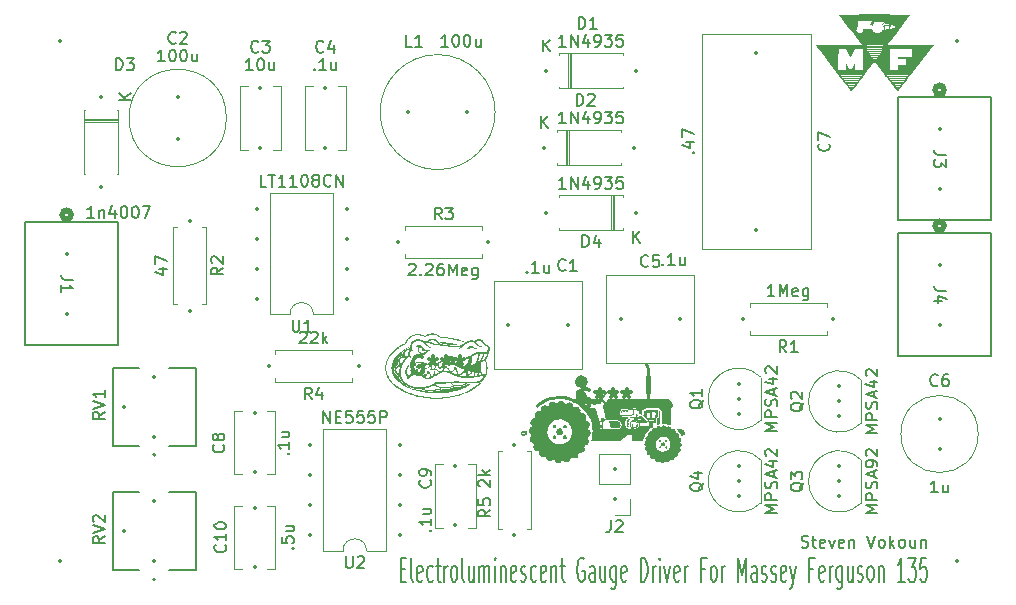
<source format=gto>
%TF.GenerationSoftware,KiCad,Pcbnew,8.0.2*%
%TF.CreationDate,2024-05-31T22:34:32-04:00*%
%TF.ProjectId,EL Driver,454c2044-7269-4766-9572-2e6b69636164,rev?*%
%TF.SameCoordinates,Original*%
%TF.FileFunction,Legend,Top*%
%TF.FilePolarity,Positive*%
%FSLAX46Y46*%
G04 Gerber Fmt 4.6, Leading zero omitted, Abs format (unit mm)*
G04 Created by KiCad (PCBNEW 8.0.2) date 2024-05-31 22:34:32*
%MOMM*%
%LPD*%
G01*
G04 APERTURE LIST*
%ADD10C,0.200000*%
%ADD11C,0.300000*%
%ADD12C,0.150000*%
%ADD13C,0.000000*%
%ADD14C,0.120000*%
%ADD15C,0.127000*%
%ADD16C,0.508000*%
%ADD17C,0.152400*%
%ADD18C,0.350000*%
G04 APERTURE END LIST*
D10*
X123822054Y-94819600D02*
X123964911Y-94867219D01*
X123964911Y-94867219D02*
X124203006Y-94867219D01*
X124203006Y-94867219D02*
X124298244Y-94819600D01*
X124298244Y-94819600D02*
X124345863Y-94771980D01*
X124345863Y-94771980D02*
X124393482Y-94676742D01*
X124393482Y-94676742D02*
X124393482Y-94581504D01*
X124393482Y-94581504D02*
X124345863Y-94486266D01*
X124345863Y-94486266D02*
X124298244Y-94438647D01*
X124298244Y-94438647D02*
X124203006Y-94391028D01*
X124203006Y-94391028D02*
X124012530Y-94343409D01*
X124012530Y-94343409D02*
X123917292Y-94295790D01*
X123917292Y-94295790D02*
X123869673Y-94248171D01*
X123869673Y-94248171D02*
X123822054Y-94152933D01*
X123822054Y-94152933D02*
X123822054Y-94057695D01*
X123822054Y-94057695D02*
X123869673Y-93962457D01*
X123869673Y-93962457D02*
X123917292Y-93914838D01*
X123917292Y-93914838D02*
X124012530Y-93867219D01*
X124012530Y-93867219D02*
X124250625Y-93867219D01*
X124250625Y-93867219D02*
X124393482Y-93914838D01*
X124679197Y-94200552D02*
X125060149Y-94200552D01*
X124822054Y-93867219D02*
X124822054Y-94724361D01*
X124822054Y-94724361D02*
X124869673Y-94819600D01*
X124869673Y-94819600D02*
X124964911Y-94867219D01*
X124964911Y-94867219D02*
X125060149Y-94867219D01*
X125774435Y-94819600D02*
X125679197Y-94867219D01*
X125679197Y-94867219D02*
X125488721Y-94867219D01*
X125488721Y-94867219D02*
X125393483Y-94819600D01*
X125393483Y-94819600D02*
X125345864Y-94724361D01*
X125345864Y-94724361D02*
X125345864Y-94343409D01*
X125345864Y-94343409D02*
X125393483Y-94248171D01*
X125393483Y-94248171D02*
X125488721Y-94200552D01*
X125488721Y-94200552D02*
X125679197Y-94200552D01*
X125679197Y-94200552D02*
X125774435Y-94248171D01*
X125774435Y-94248171D02*
X125822054Y-94343409D01*
X125822054Y-94343409D02*
X125822054Y-94438647D01*
X125822054Y-94438647D02*
X125345864Y-94533885D01*
X126155388Y-94200552D02*
X126393483Y-94867219D01*
X126393483Y-94867219D02*
X126631578Y-94200552D01*
X127393483Y-94819600D02*
X127298245Y-94867219D01*
X127298245Y-94867219D02*
X127107769Y-94867219D01*
X127107769Y-94867219D02*
X127012531Y-94819600D01*
X127012531Y-94819600D02*
X126964912Y-94724361D01*
X126964912Y-94724361D02*
X126964912Y-94343409D01*
X126964912Y-94343409D02*
X127012531Y-94248171D01*
X127012531Y-94248171D02*
X127107769Y-94200552D01*
X127107769Y-94200552D02*
X127298245Y-94200552D01*
X127298245Y-94200552D02*
X127393483Y-94248171D01*
X127393483Y-94248171D02*
X127441102Y-94343409D01*
X127441102Y-94343409D02*
X127441102Y-94438647D01*
X127441102Y-94438647D02*
X126964912Y-94533885D01*
X127869674Y-94200552D02*
X127869674Y-94867219D01*
X127869674Y-94295790D02*
X127917293Y-94248171D01*
X127917293Y-94248171D02*
X128012531Y-94200552D01*
X128012531Y-94200552D02*
X128155388Y-94200552D01*
X128155388Y-94200552D02*
X128250626Y-94248171D01*
X128250626Y-94248171D02*
X128298245Y-94343409D01*
X128298245Y-94343409D02*
X128298245Y-94867219D01*
X129393484Y-93867219D02*
X129726817Y-94867219D01*
X129726817Y-94867219D02*
X130060150Y-93867219D01*
X130536341Y-94867219D02*
X130441103Y-94819600D01*
X130441103Y-94819600D02*
X130393484Y-94771980D01*
X130393484Y-94771980D02*
X130345865Y-94676742D01*
X130345865Y-94676742D02*
X130345865Y-94391028D01*
X130345865Y-94391028D02*
X130393484Y-94295790D01*
X130393484Y-94295790D02*
X130441103Y-94248171D01*
X130441103Y-94248171D02*
X130536341Y-94200552D01*
X130536341Y-94200552D02*
X130679198Y-94200552D01*
X130679198Y-94200552D02*
X130774436Y-94248171D01*
X130774436Y-94248171D02*
X130822055Y-94295790D01*
X130822055Y-94295790D02*
X130869674Y-94391028D01*
X130869674Y-94391028D02*
X130869674Y-94676742D01*
X130869674Y-94676742D02*
X130822055Y-94771980D01*
X130822055Y-94771980D02*
X130774436Y-94819600D01*
X130774436Y-94819600D02*
X130679198Y-94867219D01*
X130679198Y-94867219D02*
X130536341Y-94867219D01*
X131298246Y-94867219D02*
X131298246Y-93867219D01*
X131393484Y-94486266D02*
X131679198Y-94867219D01*
X131679198Y-94200552D02*
X131298246Y-94581504D01*
X132250627Y-94867219D02*
X132155389Y-94819600D01*
X132155389Y-94819600D02*
X132107770Y-94771980D01*
X132107770Y-94771980D02*
X132060151Y-94676742D01*
X132060151Y-94676742D02*
X132060151Y-94391028D01*
X132060151Y-94391028D02*
X132107770Y-94295790D01*
X132107770Y-94295790D02*
X132155389Y-94248171D01*
X132155389Y-94248171D02*
X132250627Y-94200552D01*
X132250627Y-94200552D02*
X132393484Y-94200552D01*
X132393484Y-94200552D02*
X132488722Y-94248171D01*
X132488722Y-94248171D02*
X132536341Y-94295790D01*
X132536341Y-94295790D02*
X132583960Y-94391028D01*
X132583960Y-94391028D02*
X132583960Y-94676742D01*
X132583960Y-94676742D02*
X132536341Y-94771980D01*
X132536341Y-94771980D02*
X132488722Y-94819600D01*
X132488722Y-94819600D02*
X132393484Y-94867219D01*
X132393484Y-94867219D02*
X132250627Y-94867219D01*
X133441103Y-94200552D02*
X133441103Y-94867219D01*
X133012532Y-94200552D02*
X133012532Y-94724361D01*
X133012532Y-94724361D02*
X133060151Y-94819600D01*
X133060151Y-94819600D02*
X133155389Y-94867219D01*
X133155389Y-94867219D02*
X133298246Y-94867219D01*
X133298246Y-94867219D02*
X133393484Y-94819600D01*
X133393484Y-94819600D02*
X133441103Y-94771980D01*
X133917294Y-94200552D02*
X133917294Y-94867219D01*
X133917294Y-94295790D02*
X133964913Y-94248171D01*
X133964913Y-94248171D02*
X134060151Y-94200552D01*
X134060151Y-94200552D02*
X134203008Y-94200552D01*
X134203008Y-94200552D02*
X134298246Y-94248171D01*
X134298246Y-94248171D02*
X134345865Y-94343409D01*
X134345865Y-94343409D02*
X134345865Y-94867219D01*
X89869673Y-96697219D02*
X90203006Y-96697219D01*
X90345863Y-97744838D02*
X89869673Y-97744838D01*
X89869673Y-97744838D02*
X89869673Y-95744838D01*
X89869673Y-95744838D02*
X90345863Y-95744838D01*
X90917292Y-97744838D02*
X90822054Y-97649600D01*
X90822054Y-97649600D02*
X90774435Y-97459123D01*
X90774435Y-97459123D02*
X90774435Y-95744838D01*
X91679197Y-97649600D02*
X91583959Y-97744838D01*
X91583959Y-97744838D02*
X91393483Y-97744838D01*
X91393483Y-97744838D02*
X91298245Y-97649600D01*
X91298245Y-97649600D02*
X91250626Y-97459123D01*
X91250626Y-97459123D02*
X91250626Y-96697219D01*
X91250626Y-96697219D02*
X91298245Y-96506742D01*
X91298245Y-96506742D02*
X91393483Y-96411504D01*
X91393483Y-96411504D02*
X91583959Y-96411504D01*
X91583959Y-96411504D02*
X91679197Y-96506742D01*
X91679197Y-96506742D02*
X91726816Y-96697219D01*
X91726816Y-96697219D02*
X91726816Y-96887695D01*
X91726816Y-96887695D02*
X91250626Y-97078171D01*
X92583959Y-97649600D02*
X92488721Y-97744838D01*
X92488721Y-97744838D02*
X92298245Y-97744838D01*
X92298245Y-97744838D02*
X92203007Y-97649600D01*
X92203007Y-97649600D02*
X92155388Y-97554361D01*
X92155388Y-97554361D02*
X92107769Y-97363885D01*
X92107769Y-97363885D02*
X92107769Y-96792457D01*
X92107769Y-96792457D02*
X92155388Y-96601980D01*
X92155388Y-96601980D02*
X92203007Y-96506742D01*
X92203007Y-96506742D02*
X92298245Y-96411504D01*
X92298245Y-96411504D02*
X92488721Y-96411504D01*
X92488721Y-96411504D02*
X92583959Y-96506742D01*
X92869674Y-96411504D02*
X93250626Y-96411504D01*
X93012531Y-95744838D02*
X93012531Y-97459123D01*
X93012531Y-97459123D02*
X93060150Y-97649600D01*
X93060150Y-97649600D02*
X93155388Y-97744838D01*
X93155388Y-97744838D02*
X93250626Y-97744838D01*
X93583960Y-97744838D02*
X93583960Y-96411504D01*
X93583960Y-96792457D02*
X93631579Y-96601980D01*
X93631579Y-96601980D02*
X93679198Y-96506742D01*
X93679198Y-96506742D02*
X93774436Y-96411504D01*
X93774436Y-96411504D02*
X93869674Y-96411504D01*
X94345865Y-97744838D02*
X94250627Y-97649600D01*
X94250627Y-97649600D02*
X94203008Y-97554361D01*
X94203008Y-97554361D02*
X94155389Y-97363885D01*
X94155389Y-97363885D02*
X94155389Y-96792457D01*
X94155389Y-96792457D02*
X94203008Y-96601980D01*
X94203008Y-96601980D02*
X94250627Y-96506742D01*
X94250627Y-96506742D02*
X94345865Y-96411504D01*
X94345865Y-96411504D02*
X94488722Y-96411504D01*
X94488722Y-96411504D02*
X94583960Y-96506742D01*
X94583960Y-96506742D02*
X94631579Y-96601980D01*
X94631579Y-96601980D02*
X94679198Y-96792457D01*
X94679198Y-96792457D02*
X94679198Y-97363885D01*
X94679198Y-97363885D02*
X94631579Y-97554361D01*
X94631579Y-97554361D02*
X94583960Y-97649600D01*
X94583960Y-97649600D02*
X94488722Y-97744838D01*
X94488722Y-97744838D02*
X94345865Y-97744838D01*
X95250627Y-97744838D02*
X95155389Y-97649600D01*
X95155389Y-97649600D02*
X95107770Y-97459123D01*
X95107770Y-97459123D02*
X95107770Y-95744838D01*
X96060151Y-96411504D02*
X96060151Y-97744838D01*
X95631580Y-96411504D02*
X95631580Y-97459123D01*
X95631580Y-97459123D02*
X95679199Y-97649600D01*
X95679199Y-97649600D02*
X95774437Y-97744838D01*
X95774437Y-97744838D02*
X95917294Y-97744838D01*
X95917294Y-97744838D02*
X96012532Y-97649600D01*
X96012532Y-97649600D02*
X96060151Y-97554361D01*
X96536342Y-97744838D02*
X96536342Y-96411504D01*
X96536342Y-96601980D02*
X96583961Y-96506742D01*
X96583961Y-96506742D02*
X96679199Y-96411504D01*
X96679199Y-96411504D02*
X96822056Y-96411504D01*
X96822056Y-96411504D02*
X96917294Y-96506742D01*
X96917294Y-96506742D02*
X96964913Y-96697219D01*
X96964913Y-96697219D02*
X96964913Y-97744838D01*
X96964913Y-96697219D02*
X97012532Y-96506742D01*
X97012532Y-96506742D02*
X97107770Y-96411504D01*
X97107770Y-96411504D02*
X97250627Y-96411504D01*
X97250627Y-96411504D02*
X97345866Y-96506742D01*
X97345866Y-96506742D02*
X97393485Y-96697219D01*
X97393485Y-96697219D02*
X97393485Y-97744838D01*
X97869675Y-97744838D02*
X97869675Y-96411504D01*
X97869675Y-95744838D02*
X97822056Y-95840076D01*
X97822056Y-95840076D02*
X97869675Y-95935314D01*
X97869675Y-95935314D02*
X97917294Y-95840076D01*
X97917294Y-95840076D02*
X97869675Y-95744838D01*
X97869675Y-95744838D02*
X97869675Y-95935314D01*
X98345865Y-96411504D02*
X98345865Y-97744838D01*
X98345865Y-96601980D02*
X98393484Y-96506742D01*
X98393484Y-96506742D02*
X98488722Y-96411504D01*
X98488722Y-96411504D02*
X98631579Y-96411504D01*
X98631579Y-96411504D02*
X98726817Y-96506742D01*
X98726817Y-96506742D02*
X98774436Y-96697219D01*
X98774436Y-96697219D02*
X98774436Y-97744838D01*
X99631579Y-97649600D02*
X99536341Y-97744838D01*
X99536341Y-97744838D02*
X99345865Y-97744838D01*
X99345865Y-97744838D02*
X99250627Y-97649600D01*
X99250627Y-97649600D02*
X99203008Y-97459123D01*
X99203008Y-97459123D02*
X99203008Y-96697219D01*
X99203008Y-96697219D02*
X99250627Y-96506742D01*
X99250627Y-96506742D02*
X99345865Y-96411504D01*
X99345865Y-96411504D02*
X99536341Y-96411504D01*
X99536341Y-96411504D02*
X99631579Y-96506742D01*
X99631579Y-96506742D02*
X99679198Y-96697219D01*
X99679198Y-96697219D02*
X99679198Y-96887695D01*
X99679198Y-96887695D02*
X99203008Y-97078171D01*
X100060151Y-97649600D02*
X100155389Y-97744838D01*
X100155389Y-97744838D02*
X100345865Y-97744838D01*
X100345865Y-97744838D02*
X100441103Y-97649600D01*
X100441103Y-97649600D02*
X100488722Y-97459123D01*
X100488722Y-97459123D02*
X100488722Y-97363885D01*
X100488722Y-97363885D02*
X100441103Y-97173409D01*
X100441103Y-97173409D02*
X100345865Y-97078171D01*
X100345865Y-97078171D02*
X100203008Y-97078171D01*
X100203008Y-97078171D02*
X100107770Y-96982933D01*
X100107770Y-96982933D02*
X100060151Y-96792457D01*
X100060151Y-96792457D02*
X100060151Y-96697219D01*
X100060151Y-96697219D02*
X100107770Y-96506742D01*
X100107770Y-96506742D02*
X100203008Y-96411504D01*
X100203008Y-96411504D02*
X100345865Y-96411504D01*
X100345865Y-96411504D02*
X100441103Y-96506742D01*
X101345865Y-97649600D02*
X101250627Y-97744838D01*
X101250627Y-97744838D02*
X101060151Y-97744838D01*
X101060151Y-97744838D02*
X100964913Y-97649600D01*
X100964913Y-97649600D02*
X100917294Y-97554361D01*
X100917294Y-97554361D02*
X100869675Y-97363885D01*
X100869675Y-97363885D02*
X100869675Y-96792457D01*
X100869675Y-96792457D02*
X100917294Y-96601980D01*
X100917294Y-96601980D02*
X100964913Y-96506742D01*
X100964913Y-96506742D02*
X101060151Y-96411504D01*
X101060151Y-96411504D02*
X101250627Y-96411504D01*
X101250627Y-96411504D02*
X101345865Y-96506742D01*
X102155389Y-97649600D02*
X102060151Y-97744838D01*
X102060151Y-97744838D02*
X101869675Y-97744838D01*
X101869675Y-97744838D02*
X101774437Y-97649600D01*
X101774437Y-97649600D02*
X101726818Y-97459123D01*
X101726818Y-97459123D02*
X101726818Y-96697219D01*
X101726818Y-96697219D02*
X101774437Y-96506742D01*
X101774437Y-96506742D02*
X101869675Y-96411504D01*
X101869675Y-96411504D02*
X102060151Y-96411504D01*
X102060151Y-96411504D02*
X102155389Y-96506742D01*
X102155389Y-96506742D02*
X102203008Y-96697219D01*
X102203008Y-96697219D02*
X102203008Y-96887695D01*
X102203008Y-96887695D02*
X101726818Y-97078171D01*
X102631580Y-96411504D02*
X102631580Y-97744838D01*
X102631580Y-96601980D02*
X102679199Y-96506742D01*
X102679199Y-96506742D02*
X102774437Y-96411504D01*
X102774437Y-96411504D02*
X102917294Y-96411504D01*
X102917294Y-96411504D02*
X103012532Y-96506742D01*
X103012532Y-96506742D02*
X103060151Y-96697219D01*
X103060151Y-96697219D02*
X103060151Y-97744838D01*
X103393485Y-96411504D02*
X103774437Y-96411504D01*
X103536342Y-95744838D02*
X103536342Y-97459123D01*
X103536342Y-97459123D02*
X103583961Y-97649600D01*
X103583961Y-97649600D02*
X103679199Y-97744838D01*
X103679199Y-97744838D02*
X103774437Y-97744838D01*
X105393485Y-95840076D02*
X105298247Y-95744838D01*
X105298247Y-95744838D02*
X105155390Y-95744838D01*
X105155390Y-95744838D02*
X105012533Y-95840076D01*
X105012533Y-95840076D02*
X104917295Y-96030552D01*
X104917295Y-96030552D02*
X104869676Y-96221028D01*
X104869676Y-96221028D02*
X104822057Y-96601980D01*
X104822057Y-96601980D02*
X104822057Y-96887695D01*
X104822057Y-96887695D02*
X104869676Y-97268647D01*
X104869676Y-97268647D02*
X104917295Y-97459123D01*
X104917295Y-97459123D02*
X105012533Y-97649600D01*
X105012533Y-97649600D02*
X105155390Y-97744838D01*
X105155390Y-97744838D02*
X105250628Y-97744838D01*
X105250628Y-97744838D02*
X105393485Y-97649600D01*
X105393485Y-97649600D02*
X105441104Y-97554361D01*
X105441104Y-97554361D02*
X105441104Y-96887695D01*
X105441104Y-96887695D02*
X105250628Y-96887695D01*
X106298247Y-97744838D02*
X106298247Y-96697219D01*
X106298247Y-96697219D02*
X106250628Y-96506742D01*
X106250628Y-96506742D02*
X106155390Y-96411504D01*
X106155390Y-96411504D02*
X105964914Y-96411504D01*
X105964914Y-96411504D02*
X105869676Y-96506742D01*
X106298247Y-97649600D02*
X106203009Y-97744838D01*
X106203009Y-97744838D02*
X105964914Y-97744838D01*
X105964914Y-97744838D02*
X105869676Y-97649600D01*
X105869676Y-97649600D02*
X105822057Y-97459123D01*
X105822057Y-97459123D02*
X105822057Y-97268647D01*
X105822057Y-97268647D02*
X105869676Y-97078171D01*
X105869676Y-97078171D02*
X105964914Y-96982933D01*
X105964914Y-96982933D02*
X106203009Y-96982933D01*
X106203009Y-96982933D02*
X106298247Y-96887695D01*
X107203009Y-96411504D02*
X107203009Y-97744838D01*
X106774438Y-96411504D02*
X106774438Y-97459123D01*
X106774438Y-97459123D02*
X106822057Y-97649600D01*
X106822057Y-97649600D02*
X106917295Y-97744838D01*
X106917295Y-97744838D02*
X107060152Y-97744838D01*
X107060152Y-97744838D02*
X107155390Y-97649600D01*
X107155390Y-97649600D02*
X107203009Y-97554361D01*
X108107771Y-96411504D02*
X108107771Y-98030552D01*
X108107771Y-98030552D02*
X108060152Y-98221028D01*
X108060152Y-98221028D02*
X108012533Y-98316266D01*
X108012533Y-98316266D02*
X107917295Y-98411504D01*
X107917295Y-98411504D02*
X107774438Y-98411504D01*
X107774438Y-98411504D02*
X107679200Y-98316266D01*
X108107771Y-97649600D02*
X108012533Y-97744838D01*
X108012533Y-97744838D02*
X107822057Y-97744838D01*
X107822057Y-97744838D02*
X107726819Y-97649600D01*
X107726819Y-97649600D02*
X107679200Y-97554361D01*
X107679200Y-97554361D02*
X107631581Y-97363885D01*
X107631581Y-97363885D02*
X107631581Y-96792457D01*
X107631581Y-96792457D02*
X107679200Y-96601980D01*
X107679200Y-96601980D02*
X107726819Y-96506742D01*
X107726819Y-96506742D02*
X107822057Y-96411504D01*
X107822057Y-96411504D02*
X108012533Y-96411504D01*
X108012533Y-96411504D02*
X108107771Y-96506742D01*
X108964914Y-97649600D02*
X108869676Y-97744838D01*
X108869676Y-97744838D02*
X108679200Y-97744838D01*
X108679200Y-97744838D02*
X108583962Y-97649600D01*
X108583962Y-97649600D02*
X108536343Y-97459123D01*
X108536343Y-97459123D02*
X108536343Y-96697219D01*
X108536343Y-96697219D02*
X108583962Y-96506742D01*
X108583962Y-96506742D02*
X108679200Y-96411504D01*
X108679200Y-96411504D02*
X108869676Y-96411504D01*
X108869676Y-96411504D02*
X108964914Y-96506742D01*
X108964914Y-96506742D02*
X109012533Y-96697219D01*
X109012533Y-96697219D02*
X109012533Y-96887695D01*
X109012533Y-96887695D02*
X108536343Y-97078171D01*
X110203010Y-97744838D02*
X110203010Y-95744838D01*
X110203010Y-95744838D02*
X110441105Y-95744838D01*
X110441105Y-95744838D02*
X110583962Y-95840076D01*
X110583962Y-95840076D02*
X110679200Y-96030552D01*
X110679200Y-96030552D02*
X110726819Y-96221028D01*
X110726819Y-96221028D02*
X110774438Y-96601980D01*
X110774438Y-96601980D02*
X110774438Y-96887695D01*
X110774438Y-96887695D02*
X110726819Y-97268647D01*
X110726819Y-97268647D02*
X110679200Y-97459123D01*
X110679200Y-97459123D02*
X110583962Y-97649600D01*
X110583962Y-97649600D02*
X110441105Y-97744838D01*
X110441105Y-97744838D02*
X110203010Y-97744838D01*
X111203010Y-97744838D02*
X111203010Y-96411504D01*
X111203010Y-96792457D02*
X111250629Y-96601980D01*
X111250629Y-96601980D02*
X111298248Y-96506742D01*
X111298248Y-96506742D02*
X111393486Y-96411504D01*
X111393486Y-96411504D02*
X111488724Y-96411504D01*
X111822058Y-97744838D02*
X111822058Y-96411504D01*
X111822058Y-95744838D02*
X111774439Y-95840076D01*
X111774439Y-95840076D02*
X111822058Y-95935314D01*
X111822058Y-95935314D02*
X111869677Y-95840076D01*
X111869677Y-95840076D02*
X111822058Y-95744838D01*
X111822058Y-95744838D02*
X111822058Y-95935314D01*
X112203010Y-96411504D02*
X112441105Y-97744838D01*
X112441105Y-97744838D02*
X112679200Y-96411504D01*
X113441105Y-97649600D02*
X113345867Y-97744838D01*
X113345867Y-97744838D02*
X113155391Y-97744838D01*
X113155391Y-97744838D02*
X113060153Y-97649600D01*
X113060153Y-97649600D02*
X113012534Y-97459123D01*
X113012534Y-97459123D02*
X113012534Y-96697219D01*
X113012534Y-96697219D02*
X113060153Y-96506742D01*
X113060153Y-96506742D02*
X113155391Y-96411504D01*
X113155391Y-96411504D02*
X113345867Y-96411504D01*
X113345867Y-96411504D02*
X113441105Y-96506742D01*
X113441105Y-96506742D02*
X113488724Y-96697219D01*
X113488724Y-96697219D02*
X113488724Y-96887695D01*
X113488724Y-96887695D02*
X113012534Y-97078171D01*
X113917296Y-97744838D02*
X113917296Y-96411504D01*
X113917296Y-96792457D02*
X113964915Y-96601980D01*
X113964915Y-96601980D02*
X114012534Y-96506742D01*
X114012534Y-96506742D02*
X114107772Y-96411504D01*
X114107772Y-96411504D02*
X114203010Y-96411504D01*
X115631582Y-96697219D02*
X115298249Y-96697219D01*
X115298249Y-97744838D02*
X115298249Y-95744838D01*
X115298249Y-95744838D02*
X115774439Y-95744838D01*
X116298249Y-97744838D02*
X116203011Y-97649600D01*
X116203011Y-97649600D02*
X116155392Y-97554361D01*
X116155392Y-97554361D02*
X116107773Y-97363885D01*
X116107773Y-97363885D02*
X116107773Y-96792457D01*
X116107773Y-96792457D02*
X116155392Y-96601980D01*
X116155392Y-96601980D02*
X116203011Y-96506742D01*
X116203011Y-96506742D02*
X116298249Y-96411504D01*
X116298249Y-96411504D02*
X116441106Y-96411504D01*
X116441106Y-96411504D02*
X116536344Y-96506742D01*
X116536344Y-96506742D02*
X116583963Y-96601980D01*
X116583963Y-96601980D02*
X116631582Y-96792457D01*
X116631582Y-96792457D02*
X116631582Y-97363885D01*
X116631582Y-97363885D02*
X116583963Y-97554361D01*
X116583963Y-97554361D02*
X116536344Y-97649600D01*
X116536344Y-97649600D02*
X116441106Y-97744838D01*
X116441106Y-97744838D02*
X116298249Y-97744838D01*
X117060154Y-97744838D02*
X117060154Y-96411504D01*
X117060154Y-96792457D02*
X117107773Y-96601980D01*
X117107773Y-96601980D02*
X117155392Y-96506742D01*
X117155392Y-96506742D02*
X117250630Y-96411504D01*
X117250630Y-96411504D02*
X117345868Y-96411504D01*
X118441107Y-97744838D02*
X118441107Y-95744838D01*
X118441107Y-95744838D02*
X118774440Y-97173409D01*
X118774440Y-97173409D02*
X119107773Y-95744838D01*
X119107773Y-95744838D02*
X119107773Y-97744838D01*
X120012535Y-97744838D02*
X120012535Y-96697219D01*
X120012535Y-96697219D02*
X119964916Y-96506742D01*
X119964916Y-96506742D02*
X119869678Y-96411504D01*
X119869678Y-96411504D02*
X119679202Y-96411504D01*
X119679202Y-96411504D02*
X119583964Y-96506742D01*
X120012535Y-97649600D02*
X119917297Y-97744838D01*
X119917297Y-97744838D02*
X119679202Y-97744838D01*
X119679202Y-97744838D02*
X119583964Y-97649600D01*
X119583964Y-97649600D02*
X119536345Y-97459123D01*
X119536345Y-97459123D02*
X119536345Y-97268647D01*
X119536345Y-97268647D02*
X119583964Y-97078171D01*
X119583964Y-97078171D02*
X119679202Y-96982933D01*
X119679202Y-96982933D02*
X119917297Y-96982933D01*
X119917297Y-96982933D02*
X120012535Y-96887695D01*
X120441107Y-97649600D02*
X120536345Y-97744838D01*
X120536345Y-97744838D02*
X120726821Y-97744838D01*
X120726821Y-97744838D02*
X120822059Y-97649600D01*
X120822059Y-97649600D02*
X120869678Y-97459123D01*
X120869678Y-97459123D02*
X120869678Y-97363885D01*
X120869678Y-97363885D02*
X120822059Y-97173409D01*
X120822059Y-97173409D02*
X120726821Y-97078171D01*
X120726821Y-97078171D02*
X120583964Y-97078171D01*
X120583964Y-97078171D02*
X120488726Y-96982933D01*
X120488726Y-96982933D02*
X120441107Y-96792457D01*
X120441107Y-96792457D02*
X120441107Y-96697219D01*
X120441107Y-96697219D02*
X120488726Y-96506742D01*
X120488726Y-96506742D02*
X120583964Y-96411504D01*
X120583964Y-96411504D02*
X120726821Y-96411504D01*
X120726821Y-96411504D02*
X120822059Y-96506742D01*
X121250631Y-97649600D02*
X121345869Y-97744838D01*
X121345869Y-97744838D02*
X121536345Y-97744838D01*
X121536345Y-97744838D02*
X121631583Y-97649600D01*
X121631583Y-97649600D02*
X121679202Y-97459123D01*
X121679202Y-97459123D02*
X121679202Y-97363885D01*
X121679202Y-97363885D02*
X121631583Y-97173409D01*
X121631583Y-97173409D02*
X121536345Y-97078171D01*
X121536345Y-97078171D02*
X121393488Y-97078171D01*
X121393488Y-97078171D02*
X121298250Y-96982933D01*
X121298250Y-96982933D02*
X121250631Y-96792457D01*
X121250631Y-96792457D02*
X121250631Y-96697219D01*
X121250631Y-96697219D02*
X121298250Y-96506742D01*
X121298250Y-96506742D02*
X121393488Y-96411504D01*
X121393488Y-96411504D02*
X121536345Y-96411504D01*
X121536345Y-96411504D02*
X121631583Y-96506742D01*
X122488726Y-97649600D02*
X122393488Y-97744838D01*
X122393488Y-97744838D02*
X122203012Y-97744838D01*
X122203012Y-97744838D02*
X122107774Y-97649600D01*
X122107774Y-97649600D02*
X122060155Y-97459123D01*
X122060155Y-97459123D02*
X122060155Y-96697219D01*
X122060155Y-96697219D02*
X122107774Y-96506742D01*
X122107774Y-96506742D02*
X122203012Y-96411504D01*
X122203012Y-96411504D02*
X122393488Y-96411504D01*
X122393488Y-96411504D02*
X122488726Y-96506742D01*
X122488726Y-96506742D02*
X122536345Y-96697219D01*
X122536345Y-96697219D02*
X122536345Y-96887695D01*
X122536345Y-96887695D02*
X122060155Y-97078171D01*
X122869679Y-96411504D02*
X123107774Y-97744838D01*
X123345869Y-96411504D02*
X123107774Y-97744838D01*
X123107774Y-97744838D02*
X123012536Y-98221028D01*
X123012536Y-98221028D02*
X122964917Y-98316266D01*
X122964917Y-98316266D02*
X122869679Y-98411504D01*
X124822060Y-96697219D02*
X124488727Y-96697219D01*
X124488727Y-97744838D02*
X124488727Y-95744838D01*
X124488727Y-95744838D02*
X124964917Y-95744838D01*
X125726822Y-97649600D02*
X125631584Y-97744838D01*
X125631584Y-97744838D02*
X125441108Y-97744838D01*
X125441108Y-97744838D02*
X125345870Y-97649600D01*
X125345870Y-97649600D02*
X125298251Y-97459123D01*
X125298251Y-97459123D02*
X125298251Y-96697219D01*
X125298251Y-96697219D02*
X125345870Y-96506742D01*
X125345870Y-96506742D02*
X125441108Y-96411504D01*
X125441108Y-96411504D02*
X125631584Y-96411504D01*
X125631584Y-96411504D02*
X125726822Y-96506742D01*
X125726822Y-96506742D02*
X125774441Y-96697219D01*
X125774441Y-96697219D02*
X125774441Y-96887695D01*
X125774441Y-96887695D02*
X125298251Y-97078171D01*
X126203013Y-97744838D02*
X126203013Y-96411504D01*
X126203013Y-96792457D02*
X126250632Y-96601980D01*
X126250632Y-96601980D02*
X126298251Y-96506742D01*
X126298251Y-96506742D02*
X126393489Y-96411504D01*
X126393489Y-96411504D02*
X126488727Y-96411504D01*
X127250632Y-96411504D02*
X127250632Y-98030552D01*
X127250632Y-98030552D02*
X127203013Y-98221028D01*
X127203013Y-98221028D02*
X127155394Y-98316266D01*
X127155394Y-98316266D02*
X127060156Y-98411504D01*
X127060156Y-98411504D02*
X126917299Y-98411504D01*
X126917299Y-98411504D02*
X126822061Y-98316266D01*
X127250632Y-97649600D02*
X127155394Y-97744838D01*
X127155394Y-97744838D02*
X126964918Y-97744838D01*
X126964918Y-97744838D02*
X126869680Y-97649600D01*
X126869680Y-97649600D02*
X126822061Y-97554361D01*
X126822061Y-97554361D02*
X126774442Y-97363885D01*
X126774442Y-97363885D02*
X126774442Y-96792457D01*
X126774442Y-96792457D02*
X126822061Y-96601980D01*
X126822061Y-96601980D02*
X126869680Y-96506742D01*
X126869680Y-96506742D02*
X126964918Y-96411504D01*
X126964918Y-96411504D02*
X127155394Y-96411504D01*
X127155394Y-96411504D02*
X127250632Y-96506742D01*
X128155394Y-96411504D02*
X128155394Y-97744838D01*
X127726823Y-96411504D02*
X127726823Y-97459123D01*
X127726823Y-97459123D02*
X127774442Y-97649600D01*
X127774442Y-97649600D02*
X127869680Y-97744838D01*
X127869680Y-97744838D02*
X128012537Y-97744838D01*
X128012537Y-97744838D02*
X128107775Y-97649600D01*
X128107775Y-97649600D02*
X128155394Y-97554361D01*
X128583966Y-97649600D02*
X128679204Y-97744838D01*
X128679204Y-97744838D02*
X128869680Y-97744838D01*
X128869680Y-97744838D02*
X128964918Y-97649600D01*
X128964918Y-97649600D02*
X129012537Y-97459123D01*
X129012537Y-97459123D02*
X129012537Y-97363885D01*
X129012537Y-97363885D02*
X128964918Y-97173409D01*
X128964918Y-97173409D02*
X128869680Y-97078171D01*
X128869680Y-97078171D02*
X128726823Y-97078171D01*
X128726823Y-97078171D02*
X128631585Y-96982933D01*
X128631585Y-96982933D02*
X128583966Y-96792457D01*
X128583966Y-96792457D02*
X128583966Y-96697219D01*
X128583966Y-96697219D02*
X128631585Y-96506742D01*
X128631585Y-96506742D02*
X128726823Y-96411504D01*
X128726823Y-96411504D02*
X128869680Y-96411504D01*
X128869680Y-96411504D02*
X128964918Y-96506742D01*
X129583966Y-97744838D02*
X129488728Y-97649600D01*
X129488728Y-97649600D02*
X129441109Y-97554361D01*
X129441109Y-97554361D02*
X129393490Y-97363885D01*
X129393490Y-97363885D02*
X129393490Y-96792457D01*
X129393490Y-96792457D02*
X129441109Y-96601980D01*
X129441109Y-96601980D02*
X129488728Y-96506742D01*
X129488728Y-96506742D02*
X129583966Y-96411504D01*
X129583966Y-96411504D02*
X129726823Y-96411504D01*
X129726823Y-96411504D02*
X129822061Y-96506742D01*
X129822061Y-96506742D02*
X129869680Y-96601980D01*
X129869680Y-96601980D02*
X129917299Y-96792457D01*
X129917299Y-96792457D02*
X129917299Y-97363885D01*
X129917299Y-97363885D02*
X129869680Y-97554361D01*
X129869680Y-97554361D02*
X129822061Y-97649600D01*
X129822061Y-97649600D02*
X129726823Y-97744838D01*
X129726823Y-97744838D02*
X129583966Y-97744838D01*
X130345871Y-96411504D02*
X130345871Y-97744838D01*
X130345871Y-96601980D02*
X130393490Y-96506742D01*
X130393490Y-96506742D02*
X130488728Y-96411504D01*
X130488728Y-96411504D02*
X130631585Y-96411504D01*
X130631585Y-96411504D02*
X130726823Y-96506742D01*
X130726823Y-96506742D02*
X130774442Y-96697219D01*
X130774442Y-96697219D02*
X130774442Y-97744838D01*
X132536347Y-97744838D02*
X131964919Y-97744838D01*
X132250633Y-97744838D02*
X132250633Y-95744838D01*
X132250633Y-95744838D02*
X132155395Y-96030552D01*
X132155395Y-96030552D02*
X132060157Y-96221028D01*
X132060157Y-96221028D02*
X131964919Y-96316266D01*
X132869681Y-95744838D02*
X133488728Y-95744838D01*
X133488728Y-95744838D02*
X133155395Y-96506742D01*
X133155395Y-96506742D02*
X133298252Y-96506742D01*
X133298252Y-96506742D02*
X133393490Y-96601980D01*
X133393490Y-96601980D02*
X133441109Y-96697219D01*
X133441109Y-96697219D02*
X133488728Y-96887695D01*
X133488728Y-96887695D02*
X133488728Y-97363885D01*
X133488728Y-97363885D02*
X133441109Y-97554361D01*
X133441109Y-97554361D02*
X133393490Y-97649600D01*
X133393490Y-97649600D02*
X133298252Y-97744838D01*
X133298252Y-97744838D02*
X133012538Y-97744838D01*
X133012538Y-97744838D02*
X132917300Y-97649600D01*
X132917300Y-97649600D02*
X132869681Y-97554361D01*
X134393490Y-95744838D02*
X133917300Y-95744838D01*
X133917300Y-95744838D02*
X133869681Y-96697219D01*
X133869681Y-96697219D02*
X133917300Y-96601980D01*
X133917300Y-96601980D02*
X134012538Y-96506742D01*
X134012538Y-96506742D02*
X134250633Y-96506742D01*
X134250633Y-96506742D02*
X134345871Y-96601980D01*
X134345871Y-96601980D02*
X134393490Y-96697219D01*
X134393490Y-96697219D02*
X134441109Y-96887695D01*
X134441109Y-96887695D02*
X134441109Y-97363885D01*
X134441109Y-97363885D02*
X134393490Y-97554361D01*
X134393490Y-97554361D02*
X134345871Y-97649600D01*
X134345871Y-97649600D02*
X134250633Y-97744838D01*
X134250633Y-97744838D02*
X134012538Y-97744838D01*
X134012538Y-97744838D02*
X133917300Y-97649600D01*
X133917300Y-97649600D02*
X133869681Y-97554361D01*
D11*
X91678572Y-78749757D02*
X91535715Y-78678328D01*
X91535715Y-78678328D02*
X91321429Y-78678328D01*
X91321429Y-78678328D02*
X91107143Y-78749757D01*
X91107143Y-78749757D02*
X90964286Y-78892614D01*
X90964286Y-78892614D02*
X90892857Y-79035471D01*
X90892857Y-79035471D02*
X90821429Y-79321185D01*
X90821429Y-79321185D02*
X90821429Y-79535471D01*
X90821429Y-79535471D02*
X90892857Y-79821185D01*
X90892857Y-79821185D02*
X90964286Y-79964042D01*
X90964286Y-79964042D02*
X91107143Y-80106900D01*
X91107143Y-80106900D02*
X91321429Y-80178328D01*
X91321429Y-80178328D02*
X91464286Y-80178328D01*
X91464286Y-80178328D02*
X91678572Y-80106900D01*
X91678572Y-80106900D02*
X91750000Y-80035471D01*
X91750000Y-80035471D02*
X91750000Y-79535471D01*
X91750000Y-79535471D02*
X91464286Y-79535471D01*
X92607143Y-78678328D02*
X92607143Y-79035471D01*
X92250000Y-78892614D02*
X92607143Y-79035471D01*
X92607143Y-79035471D02*
X92964286Y-78892614D01*
X92392857Y-79321185D02*
X92607143Y-79035471D01*
X92607143Y-79035471D02*
X92821429Y-79321185D01*
X93750000Y-78678328D02*
X93750000Y-79035471D01*
X93392857Y-78892614D02*
X93750000Y-79035471D01*
X93750000Y-79035471D02*
X94107143Y-78892614D01*
X93535714Y-79321185D02*
X93750000Y-79035471D01*
X93750000Y-79035471D02*
X93964286Y-79321185D01*
X94892857Y-78678328D02*
X94892857Y-79035471D01*
X94535714Y-78892614D02*
X94892857Y-79035471D01*
X94892857Y-79035471D02*
X95250000Y-78892614D01*
X94678571Y-79321185D02*
X94892857Y-79035471D01*
X94892857Y-79035471D02*
X95107143Y-79321185D01*
X105788191Y-81529247D02*
X105645334Y-81457818D01*
X105645334Y-81457818D02*
X105431048Y-81457818D01*
X105431048Y-81457818D02*
X105216762Y-81529247D01*
X105216762Y-81529247D02*
X105073905Y-81672104D01*
X105073905Y-81672104D02*
X105002476Y-81814961D01*
X105002476Y-81814961D02*
X104931048Y-82100675D01*
X104931048Y-82100675D02*
X104931048Y-82314961D01*
X104931048Y-82314961D02*
X105002476Y-82600675D01*
X105002476Y-82600675D02*
X105073905Y-82743532D01*
X105073905Y-82743532D02*
X105216762Y-82886390D01*
X105216762Y-82886390D02*
X105431048Y-82957818D01*
X105431048Y-82957818D02*
X105573905Y-82957818D01*
X105573905Y-82957818D02*
X105788191Y-82886390D01*
X105788191Y-82886390D02*
X105859619Y-82814961D01*
X105859619Y-82814961D02*
X105859619Y-82314961D01*
X105859619Y-82314961D02*
X105573905Y-82314961D01*
X106716762Y-81457818D02*
X106716762Y-81814961D01*
X106359619Y-81672104D02*
X106716762Y-81814961D01*
X106716762Y-81814961D02*
X107073905Y-81672104D01*
X106502476Y-82100675D02*
X106716762Y-81814961D01*
X106716762Y-81814961D02*
X106931048Y-82100675D01*
X107859619Y-81457818D02*
X107859619Y-81814961D01*
X107502476Y-81672104D02*
X107859619Y-81814961D01*
X107859619Y-81814961D02*
X108216762Y-81672104D01*
X107645333Y-82100675D02*
X107859619Y-81814961D01*
X107859619Y-81814961D02*
X108073905Y-82100675D01*
X109002476Y-81457818D02*
X109002476Y-81814961D01*
X108645333Y-81672104D02*
X109002476Y-81814961D01*
X109002476Y-81814961D02*
X109359619Y-81672104D01*
X108788190Y-82100675D02*
X109002476Y-81814961D01*
X109002476Y-81814961D02*
X109216762Y-82100675D01*
D12*
X85228095Y-95584819D02*
X85228095Y-96394342D01*
X85228095Y-96394342D02*
X85275714Y-96489580D01*
X85275714Y-96489580D02*
X85323333Y-96537200D01*
X85323333Y-96537200D02*
X85418571Y-96584819D01*
X85418571Y-96584819D02*
X85609047Y-96584819D01*
X85609047Y-96584819D02*
X85704285Y-96537200D01*
X85704285Y-96537200D02*
X85751904Y-96489580D01*
X85751904Y-96489580D02*
X85799523Y-96394342D01*
X85799523Y-96394342D02*
X85799523Y-95584819D01*
X86228095Y-95680057D02*
X86275714Y-95632438D01*
X86275714Y-95632438D02*
X86370952Y-95584819D01*
X86370952Y-95584819D02*
X86609047Y-95584819D01*
X86609047Y-95584819D02*
X86704285Y-95632438D01*
X86704285Y-95632438D02*
X86751904Y-95680057D01*
X86751904Y-95680057D02*
X86799523Y-95775295D01*
X86799523Y-95775295D02*
X86799523Y-95870533D01*
X86799523Y-95870533D02*
X86751904Y-96013390D01*
X86751904Y-96013390D02*
X86180476Y-96584819D01*
X86180476Y-96584819D02*
X86799523Y-96584819D01*
X83323333Y-84304819D02*
X83323333Y-83304819D01*
X83323333Y-83304819D02*
X83894761Y-84304819D01*
X83894761Y-84304819D02*
X83894761Y-83304819D01*
X84370952Y-83781009D02*
X84704285Y-83781009D01*
X84847142Y-84304819D02*
X84370952Y-84304819D01*
X84370952Y-84304819D02*
X84370952Y-83304819D01*
X84370952Y-83304819D02*
X84847142Y-83304819D01*
X85751904Y-83304819D02*
X85275714Y-83304819D01*
X85275714Y-83304819D02*
X85228095Y-83781009D01*
X85228095Y-83781009D02*
X85275714Y-83733390D01*
X85275714Y-83733390D02*
X85370952Y-83685771D01*
X85370952Y-83685771D02*
X85609047Y-83685771D01*
X85609047Y-83685771D02*
X85704285Y-83733390D01*
X85704285Y-83733390D02*
X85751904Y-83781009D01*
X85751904Y-83781009D02*
X85799523Y-83876247D01*
X85799523Y-83876247D02*
X85799523Y-84114342D01*
X85799523Y-84114342D02*
X85751904Y-84209580D01*
X85751904Y-84209580D02*
X85704285Y-84257200D01*
X85704285Y-84257200D02*
X85609047Y-84304819D01*
X85609047Y-84304819D02*
X85370952Y-84304819D01*
X85370952Y-84304819D02*
X85275714Y-84257200D01*
X85275714Y-84257200D02*
X85228095Y-84209580D01*
X86704285Y-83304819D02*
X86228095Y-83304819D01*
X86228095Y-83304819D02*
X86180476Y-83781009D01*
X86180476Y-83781009D02*
X86228095Y-83733390D01*
X86228095Y-83733390D02*
X86323333Y-83685771D01*
X86323333Y-83685771D02*
X86561428Y-83685771D01*
X86561428Y-83685771D02*
X86656666Y-83733390D01*
X86656666Y-83733390D02*
X86704285Y-83781009D01*
X86704285Y-83781009D02*
X86751904Y-83876247D01*
X86751904Y-83876247D02*
X86751904Y-84114342D01*
X86751904Y-84114342D02*
X86704285Y-84209580D01*
X86704285Y-84209580D02*
X86656666Y-84257200D01*
X86656666Y-84257200D02*
X86561428Y-84304819D01*
X86561428Y-84304819D02*
X86323333Y-84304819D01*
X86323333Y-84304819D02*
X86228095Y-84257200D01*
X86228095Y-84257200D02*
X86180476Y-84209580D01*
X87656666Y-83304819D02*
X87180476Y-83304819D01*
X87180476Y-83304819D02*
X87132857Y-83781009D01*
X87132857Y-83781009D02*
X87180476Y-83733390D01*
X87180476Y-83733390D02*
X87275714Y-83685771D01*
X87275714Y-83685771D02*
X87513809Y-83685771D01*
X87513809Y-83685771D02*
X87609047Y-83733390D01*
X87609047Y-83733390D02*
X87656666Y-83781009D01*
X87656666Y-83781009D02*
X87704285Y-83876247D01*
X87704285Y-83876247D02*
X87704285Y-84114342D01*
X87704285Y-84114342D02*
X87656666Y-84209580D01*
X87656666Y-84209580D02*
X87609047Y-84257200D01*
X87609047Y-84257200D02*
X87513809Y-84304819D01*
X87513809Y-84304819D02*
X87275714Y-84304819D01*
X87275714Y-84304819D02*
X87180476Y-84257200D01*
X87180476Y-84257200D02*
X87132857Y-84209580D01*
X88132857Y-84304819D02*
X88132857Y-83304819D01*
X88132857Y-83304819D02*
X88513809Y-83304819D01*
X88513809Y-83304819D02*
X88609047Y-83352438D01*
X88609047Y-83352438D02*
X88656666Y-83400057D01*
X88656666Y-83400057D02*
X88704285Y-83495295D01*
X88704285Y-83495295D02*
X88704285Y-83638152D01*
X88704285Y-83638152D02*
X88656666Y-83733390D01*
X88656666Y-83733390D02*
X88609047Y-83781009D01*
X88609047Y-83781009D02*
X88513809Y-83828628D01*
X88513809Y-83828628D02*
X88132857Y-83828628D01*
X80728095Y-75584819D02*
X80728095Y-76394342D01*
X80728095Y-76394342D02*
X80775714Y-76489580D01*
X80775714Y-76489580D02*
X80823333Y-76537200D01*
X80823333Y-76537200D02*
X80918571Y-76584819D01*
X80918571Y-76584819D02*
X81109047Y-76584819D01*
X81109047Y-76584819D02*
X81204285Y-76537200D01*
X81204285Y-76537200D02*
X81251904Y-76489580D01*
X81251904Y-76489580D02*
X81299523Y-76394342D01*
X81299523Y-76394342D02*
X81299523Y-75584819D01*
X82299523Y-76584819D02*
X81728095Y-76584819D01*
X82013809Y-76584819D02*
X82013809Y-75584819D01*
X82013809Y-75584819D02*
X81918571Y-75727676D01*
X81918571Y-75727676D02*
X81823333Y-75822914D01*
X81823333Y-75822914D02*
X81728095Y-75870533D01*
X78489999Y-64304819D02*
X78013809Y-64304819D01*
X78013809Y-64304819D02*
X78013809Y-63304819D01*
X78680476Y-63304819D02*
X79251904Y-63304819D01*
X78966190Y-64304819D02*
X78966190Y-63304819D01*
X80109047Y-64304819D02*
X79537619Y-64304819D01*
X79823333Y-64304819D02*
X79823333Y-63304819D01*
X79823333Y-63304819D02*
X79728095Y-63447676D01*
X79728095Y-63447676D02*
X79632857Y-63542914D01*
X79632857Y-63542914D02*
X79537619Y-63590533D01*
X81061428Y-64304819D02*
X80490000Y-64304819D01*
X80775714Y-64304819D02*
X80775714Y-63304819D01*
X80775714Y-63304819D02*
X80680476Y-63447676D01*
X80680476Y-63447676D02*
X80585238Y-63542914D01*
X80585238Y-63542914D02*
X80490000Y-63590533D01*
X81680476Y-63304819D02*
X81775714Y-63304819D01*
X81775714Y-63304819D02*
X81870952Y-63352438D01*
X81870952Y-63352438D02*
X81918571Y-63400057D01*
X81918571Y-63400057D02*
X81966190Y-63495295D01*
X81966190Y-63495295D02*
X82013809Y-63685771D01*
X82013809Y-63685771D02*
X82013809Y-63923866D01*
X82013809Y-63923866D02*
X81966190Y-64114342D01*
X81966190Y-64114342D02*
X81918571Y-64209580D01*
X81918571Y-64209580D02*
X81870952Y-64257200D01*
X81870952Y-64257200D02*
X81775714Y-64304819D01*
X81775714Y-64304819D02*
X81680476Y-64304819D01*
X81680476Y-64304819D02*
X81585238Y-64257200D01*
X81585238Y-64257200D02*
X81537619Y-64209580D01*
X81537619Y-64209580D02*
X81490000Y-64114342D01*
X81490000Y-64114342D02*
X81442381Y-63923866D01*
X81442381Y-63923866D02*
X81442381Y-63685771D01*
X81442381Y-63685771D02*
X81490000Y-63495295D01*
X81490000Y-63495295D02*
X81537619Y-63400057D01*
X81537619Y-63400057D02*
X81585238Y-63352438D01*
X81585238Y-63352438D02*
X81680476Y-63304819D01*
X82585238Y-63733390D02*
X82490000Y-63685771D01*
X82490000Y-63685771D02*
X82442381Y-63638152D01*
X82442381Y-63638152D02*
X82394762Y-63542914D01*
X82394762Y-63542914D02*
X82394762Y-63495295D01*
X82394762Y-63495295D02*
X82442381Y-63400057D01*
X82442381Y-63400057D02*
X82490000Y-63352438D01*
X82490000Y-63352438D02*
X82585238Y-63304819D01*
X82585238Y-63304819D02*
X82775714Y-63304819D01*
X82775714Y-63304819D02*
X82870952Y-63352438D01*
X82870952Y-63352438D02*
X82918571Y-63400057D01*
X82918571Y-63400057D02*
X82966190Y-63495295D01*
X82966190Y-63495295D02*
X82966190Y-63542914D01*
X82966190Y-63542914D02*
X82918571Y-63638152D01*
X82918571Y-63638152D02*
X82870952Y-63685771D01*
X82870952Y-63685771D02*
X82775714Y-63733390D01*
X82775714Y-63733390D02*
X82585238Y-63733390D01*
X82585238Y-63733390D02*
X82490000Y-63781009D01*
X82490000Y-63781009D02*
X82442381Y-63828628D01*
X82442381Y-63828628D02*
X82394762Y-63923866D01*
X82394762Y-63923866D02*
X82394762Y-64114342D01*
X82394762Y-64114342D02*
X82442381Y-64209580D01*
X82442381Y-64209580D02*
X82490000Y-64257200D01*
X82490000Y-64257200D02*
X82585238Y-64304819D01*
X82585238Y-64304819D02*
X82775714Y-64304819D01*
X82775714Y-64304819D02*
X82870952Y-64257200D01*
X82870952Y-64257200D02*
X82918571Y-64209580D01*
X82918571Y-64209580D02*
X82966190Y-64114342D01*
X82966190Y-64114342D02*
X82966190Y-63923866D01*
X82966190Y-63923866D02*
X82918571Y-63828628D01*
X82918571Y-63828628D02*
X82870952Y-63781009D01*
X82870952Y-63781009D02*
X82775714Y-63733390D01*
X83966190Y-64209580D02*
X83918571Y-64257200D01*
X83918571Y-64257200D02*
X83775714Y-64304819D01*
X83775714Y-64304819D02*
X83680476Y-64304819D01*
X83680476Y-64304819D02*
X83537619Y-64257200D01*
X83537619Y-64257200D02*
X83442381Y-64161961D01*
X83442381Y-64161961D02*
X83394762Y-64066723D01*
X83394762Y-64066723D02*
X83347143Y-63876247D01*
X83347143Y-63876247D02*
X83347143Y-63733390D01*
X83347143Y-63733390D02*
X83394762Y-63542914D01*
X83394762Y-63542914D02*
X83442381Y-63447676D01*
X83442381Y-63447676D02*
X83537619Y-63352438D01*
X83537619Y-63352438D02*
X83680476Y-63304819D01*
X83680476Y-63304819D02*
X83775714Y-63304819D01*
X83775714Y-63304819D02*
X83918571Y-63352438D01*
X83918571Y-63352438D02*
X83966190Y-63400057D01*
X84394762Y-64304819D02*
X84394762Y-63304819D01*
X84394762Y-63304819D02*
X84966190Y-64304819D01*
X84966190Y-64304819D02*
X84966190Y-63304819D01*
X64808304Y-93921408D02*
X64330801Y-94255660D01*
X64808304Y-94494411D02*
X63805548Y-94494411D01*
X63805548Y-94494411D02*
X63805548Y-94112409D01*
X63805548Y-94112409D02*
X63853298Y-94016908D01*
X63853298Y-94016908D02*
X63901048Y-93969158D01*
X63901048Y-93969158D02*
X63996549Y-93921408D01*
X63996549Y-93921408D02*
X64139800Y-93921408D01*
X64139800Y-93921408D02*
X64235300Y-93969158D01*
X64235300Y-93969158D02*
X64283051Y-94016908D01*
X64283051Y-94016908D02*
X64330801Y-94112409D01*
X64330801Y-94112409D02*
X64330801Y-94494411D01*
X63805548Y-93634906D02*
X64808304Y-93300654D01*
X64808304Y-93300654D02*
X63805548Y-92966402D01*
X63901048Y-92679900D02*
X63853298Y-92632150D01*
X63853298Y-92632150D02*
X63805548Y-92536650D01*
X63805548Y-92536650D02*
X63805548Y-92297898D01*
X63805548Y-92297898D02*
X63853298Y-92202398D01*
X63853298Y-92202398D02*
X63901048Y-92154647D01*
X63901048Y-92154647D02*
X63996549Y-92106897D01*
X63996549Y-92106897D02*
X64092050Y-92106897D01*
X64092050Y-92106897D02*
X64235300Y-92154647D01*
X64235300Y-92154647D02*
X64808304Y-92727651D01*
X64808304Y-92727651D02*
X64808304Y-92106897D01*
X64808304Y-83381408D02*
X64330801Y-83715660D01*
X64808304Y-83954411D02*
X63805548Y-83954411D01*
X63805548Y-83954411D02*
X63805548Y-83572409D01*
X63805548Y-83572409D02*
X63853298Y-83476908D01*
X63853298Y-83476908D02*
X63901048Y-83429158D01*
X63901048Y-83429158D02*
X63996549Y-83381408D01*
X63996549Y-83381408D02*
X64139800Y-83381408D01*
X64139800Y-83381408D02*
X64235300Y-83429158D01*
X64235300Y-83429158D02*
X64283051Y-83476908D01*
X64283051Y-83476908D02*
X64330801Y-83572409D01*
X64330801Y-83572409D02*
X64330801Y-83954411D01*
X63805548Y-83094906D02*
X64808304Y-82760654D01*
X64808304Y-82760654D02*
X63805548Y-82426402D01*
X64808304Y-81566897D02*
X64808304Y-82139900D01*
X64808304Y-81853399D02*
X63805548Y-81853399D01*
X63805548Y-81853399D02*
X63948799Y-81948899D01*
X63948799Y-81948899D02*
X64044299Y-82044400D01*
X64044299Y-82044400D02*
X64092050Y-82139900D01*
X97454819Y-91666666D02*
X96978628Y-91999999D01*
X97454819Y-92238094D02*
X96454819Y-92238094D01*
X96454819Y-92238094D02*
X96454819Y-91857142D01*
X96454819Y-91857142D02*
X96502438Y-91761904D01*
X96502438Y-91761904D02*
X96550057Y-91714285D01*
X96550057Y-91714285D02*
X96645295Y-91666666D01*
X96645295Y-91666666D02*
X96788152Y-91666666D01*
X96788152Y-91666666D02*
X96883390Y-91714285D01*
X96883390Y-91714285D02*
X96931009Y-91761904D01*
X96931009Y-91761904D02*
X96978628Y-91857142D01*
X96978628Y-91857142D02*
X96978628Y-92238094D01*
X96454819Y-90761904D02*
X96454819Y-91238094D01*
X96454819Y-91238094D02*
X96931009Y-91285713D01*
X96931009Y-91285713D02*
X96883390Y-91238094D01*
X96883390Y-91238094D02*
X96835771Y-91142856D01*
X96835771Y-91142856D02*
X96835771Y-90904761D01*
X96835771Y-90904761D02*
X96883390Y-90809523D01*
X96883390Y-90809523D02*
X96931009Y-90761904D01*
X96931009Y-90761904D02*
X97026247Y-90714285D01*
X97026247Y-90714285D02*
X97264342Y-90714285D01*
X97264342Y-90714285D02*
X97359580Y-90761904D01*
X97359580Y-90761904D02*
X97407200Y-90809523D01*
X97407200Y-90809523D02*
X97454819Y-90904761D01*
X97454819Y-90904761D02*
X97454819Y-91142856D01*
X97454819Y-91142856D02*
X97407200Y-91238094D01*
X97407200Y-91238094D02*
X97359580Y-91285713D01*
X96550057Y-89690475D02*
X96502438Y-89642856D01*
X96502438Y-89642856D02*
X96454819Y-89547618D01*
X96454819Y-89547618D02*
X96454819Y-89309523D01*
X96454819Y-89309523D02*
X96502438Y-89214285D01*
X96502438Y-89214285D02*
X96550057Y-89166666D01*
X96550057Y-89166666D02*
X96645295Y-89119047D01*
X96645295Y-89119047D02*
X96740533Y-89119047D01*
X96740533Y-89119047D02*
X96883390Y-89166666D01*
X96883390Y-89166666D02*
X97454819Y-89738094D01*
X97454819Y-89738094D02*
X97454819Y-89119047D01*
X97454819Y-88690475D02*
X96454819Y-88690475D01*
X97073866Y-88595237D02*
X97454819Y-88309523D01*
X96788152Y-88309523D02*
X97169104Y-88690475D01*
X82333333Y-82324819D02*
X82000000Y-81848628D01*
X81761905Y-82324819D02*
X81761905Y-81324819D01*
X81761905Y-81324819D02*
X82142857Y-81324819D01*
X82142857Y-81324819D02*
X82238095Y-81372438D01*
X82238095Y-81372438D02*
X82285714Y-81420057D01*
X82285714Y-81420057D02*
X82333333Y-81515295D01*
X82333333Y-81515295D02*
X82333333Y-81658152D01*
X82333333Y-81658152D02*
X82285714Y-81753390D01*
X82285714Y-81753390D02*
X82238095Y-81801009D01*
X82238095Y-81801009D02*
X82142857Y-81848628D01*
X82142857Y-81848628D02*
X81761905Y-81848628D01*
X83190476Y-81658152D02*
X83190476Y-82324819D01*
X82952381Y-81277200D02*
X82714286Y-81991485D01*
X82714286Y-81991485D02*
X83333333Y-81991485D01*
X81333333Y-76680057D02*
X81380952Y-76632438D01*
X81380952Y-76632438D02*
X81476190Y-76584819D01*
X81476190Y-76584819D02*
X81714285Y-76584819D01*
X81714285Y-76584819D02*
X81809523Y-76632438D01*
X81809523Y-76632438D02*
X81857142Y-76680057D01*
X81857142Y-76680057D02*
X81904761Y-76775295D01*
X81904761Y-76775295D02*
X81904761Y-76870533D01*
X81904761Y-76870533D02*
X81857142Y-77013390D01*
X81857142Y-77013390D02*
X81285714Y-77584819D01*
X81285714Y-77584819D02*
X81904761Y-77584819D01*
X82285714Y-76680057D02*
X82333333Y-76632438D01*
X82333333Y-76632438D02*
X82428571Y-76584819D01*
X82428571Y-76584819D02*
X82666666Y-76584819D01*
X82666666Y-76584819D02*
X82761904Y-76632438D01*
X82761904Y-76632438D02*
X82809523Y-76680057D01*
X82809523Y-76680057D02*
X82857142Y-76775295D01*
X82857142Y-76775295D02*
X82857142Y-76870533D01*
X82857142Y-76870533D02*
X82809523Y-77013390D01*
X82809523Y-77013390D02*
X82238095Y-77584819D01*
X82238095Y-77584819D02*
X82857142Y-77584819D01*
X83285714Y-77584819D02*
X83285714Y-76584819D01*
X83380952Y-77203866D02*
X83666666Y-77584819D01*
X83666666Y-76918152D02*
X83285714Y-77299104D01*
X93333333Y-67084819D02*
X93000000Y-66608628D01*
X92761905Y-67084819D02*
X92761905Y-66084819D01*
X92761905Y-66084819D02*
X93142857Y-66084819D01*
X93142857Y-66084819D02*
X93238095Y-66132438D01*
X93238095Y-66132438D02*
X93285714Y-66180057D01*
X93285714Y-66180057D02*
X93333333Y-66275295D01*
X93333333Y-66275295D02*
X93333333Y-66418152D01*
X93333333Y-66418152D02*
X93285714Y-66513390D01*
X93285714Y-66513390D02*
X93238095Y-66561009D01*
X93238095Y-66561009D02*
X93142857Y-66608628D01*
X93142857Y-66608628D02*
X92761905Y-66608628D01*
X93666667Y-66084819D02*
X94285714Y-66084819D01*
X94285714Y-66084819D02*
X93952381Y-66465771D01*
X93952381Y-66465771D02*
X94095238Y-66465771D01*
X94095238Y-66465771D02*
X94190476Y-66513390D01*
X94190476Y-66513390D02*
X94238095Y-66561009D01*
X94238095Y-66561009D02*
X94285714Y-66656247D01*
X94285714Y-66656247D02*
X94285714Y-66894342D01*
X94285714Y-66894342D02*
X94238095Y-66989580D01*
X94238095Y-66989580D02*
X94190476Y-67037200D01*
X94190476Y-67037200D02*
X94095238Y-67084819D01*
X94095238Y-67084819D02*
X93809524Y-67084819D01*
X93809524Y-67084819D02*
X93714286Y-67037200D01*
X93714286Y-67037200D02*
X93666667Y-66989580D01*
X90571429Y-70920057D02*
X90619048Y-70872438D01*
X90619048Y-70872438D02*
X90714286Y-70824819D01*
X90714286Y-70824819D02*
X90952381Y-70824819D01*
X90952381Y-70824819D02*
X91047619Y-70872438D01*
X91047619Y-70872438D02*
X91095238Y-70920057D01*
X91095238Y-70920057D02*
X91142857Y-71015295D01*
X91142857Y-71015295D02*
X91142857Y-71110533D01*
X91142857Y-71110533D02*
X91095238Y-71253390D01*
X91095238Y-71253390D02*
X90523810Y-71824819D01*
X90523810Y-71824819D02*
X91142857Y-71824819D01*
X91571429Y-71729580D02*
X91619048Y-71777200D01*
X91619048Y-71777200D02*
X91571429Y-71824819D01*
X91571429Y-71824819D02*
X91523810Y-71777200D01*
X91523810Y-71777200D02*
X91571429Y-71729580D01*
X91571429Y-71729580D02*
X91571429Y-71824819D01*
X92000000Y-70920057D02*
X92047619Y-70872438D01*
X92047619Y-70872438D02*
X92142857Y-70824819D01*
X92142857Y-70824819D02*
X92380952Y-70824819D01*
X92380952Y-70824819D02*
X92476190Y-70872438D01*
X92476190Y-70872438D02*
X92523809Y-70920057D01*
X92523809Y-70920057D02*
X92571428Y-71015295D01*
X92571428Y-71015295D02*
X92571428Y-71110533D01*
X92571428Y-71110533D02*
X92523809Y-71253390D01*
X92523809Y-71253390D02*
X91952381Y-71824819D01*
X91952381Y-71824819D02*
X92571428Y-71824819D01*
X93428571Y-70824819D02*
X93238095Y-70824819D01*
X93238095Y-70824819D02*
X93142857Y-70872438D01*
X93142857Y-70872438D02*
X93095238Y-70920057D01*
X93095238Y-70920057D02*
X93000000Y-71062914D01*
X93000000Y-71062914D02*
X92952381Y-71253390D01*
X92952381Y-71253390D02*
X92952381Y-71634342D01*
X92952381Y-71634342D02*
X93000000Y-71729580D01*
X93000000Y-71729580D02*
X93047619Y-71777200D01*
X93047619Y-71777200D02*
X93142857Y-71824819D01*
X93142857Y-71824819D02*
X93333333Y-71824819D01*
X93333333Y-71824819D02*
X93428571Y-71777200D01*
X93428571Y-71777200D02*
X93476190Y-71729580D01*
X93476190Y-71729580D02*
X93523809Y-71634342D01*
X93523809Y-71634342D02*
X93523809Y-71396247D01*
X93523809Y-71396247D02*
X93476190Y-71301009D01*
X93476190Y-71301009D02*
X93428571Y-71253390D01*
X93428571Y-71253390D02*
X93333333Y-71205771D01*
X93333333Y-71205771D02*
X93142857Y-71205771D01*
X93142857Y-71205771D02*
X93047619Y-71253390D01*
X93047619Y-71253390D02*
X93000000Y-71301009D01*
X93000000Y-71301009D02*
X92952381Y-71396247D01*
X93952381Y-71824819D02*
X93952381Y-70824819D01*
X93952381Y-70824819D02*
X94285714Y-71539104D01*
X94285714Y-71539104D02*
X94619047Y-70824819D01*
X94619047Y-70824819D02*
X94619047Y-71824819D01*
X95476190Y-71777200D02*
X95380952Y-71824819D01*
X95380952Y-71824819D02*
X95190476Y-71824819D01*
X95190476Y-71824819D02*
X95095238Y-71777200D01*
X95095238Y-71777200D02*
X95047619Y-71681961D01*
X95047619Y-71681961D02*
X95047619Y-71301009D01*
X95047619Y-71301009D02*
X95095238Y-71205771D01*
X95095238Y-71205771D02*
X95190476Y-71158152D01*
X95190476Y-71158152D02*
X95380952Y-71158152D01*
X95380952Y-71158152D02*
X95476190Y-71205771D01*
X95476190Y-71205771D02*
X95523809Y-71301009D01*
X95523809Y-71301009D02*
X95523809Y-71396247D01*
X95523809Y-71396247D02*
X95047619Y-71491485D01*
X96380952Y-71158152D02*
X96380952Y-71967676D01*
X96380952Y-71967676D02*
X96333333Y-72062914D01*
X96333333Y-72062914D02*
X96285714Y-72110533D01*
X96285714Y-72110533D02*
X96190476Y-72158152D01*
X96190476Y-72158152D02*
X96047619Y-72158152D01*
X96047619Y-72158152D02*
X95952381Y-72110533D01*
X96380952Y-71777200D02*
X96285714Y-71824819D01*
X96285714Y-71824819D02*
X96095238Y-71824819D01*
X96095238Y-71824819D02*
X96000000Y-71777200D01*
X96000000Y-71777200D02*
X95952381Y-71729580D01*
X95952381Y-71729580D02*
X95904762Y-71634342D01*
X95904762Y-71634342D02*
X95904762Y-71348628D01*
X95904762Y-71348628D02*
X95952381Y-71253390D01*
X95952381Y-71253390D02*
X96000000Y-71205771D01*
X96000000Y-71205771D02*
X96095238Y-71158152D01*
X96095238Y-71158152D02*
X96285714Y-71158152D01*
X96285714Y-71158152D02*
X96380952Y-71205771D01*
X74824819Y-71166666D02*
X74348628Y-71499999D01*
X74824819Y-71738094D02*
X73824819Y-71738094D01*
X73824819Y-71738094D02*
X73824819Y-71357142D01*
X73824819Y-71357142D02*
X73872438Y-71261904D01*
X73872438Y-71261904D02*
X73920057Y-71214285D01*
X73920057Y-71214285D02*
X74015295Y-71166666D01*
X74015295Y-71166666D02*
X74158152Y-71166666D01*
X74158152Y-71166666D02*
X74253390Y-71214285D01*
X74253390Y-71214285D02*
X74301009Y-71261904D01*
X74301009Y-71261904D02*
X74348628Y-71357142D01*
X74348628Y-71357142D02*
X74348628Y-71738094D01*
X73920057Y-70785713D02*
X73872438Y-70738094D01*
X73872438Y-70738094D02*
X73824819Y-70642856D01*
X73824819Y-70642856D02*
X73824819Y-70404761D01*
X73824819Y-70404761D02*
X73872438Y-70309523D01*
X73872438Y-70309523D02*
X73920057Y-70261904D01*
X73920057Y-70261904D02*
X74015295Y-70214285D01*
X74015295Y-70214285D02*
X74110533Y-70214285D01*
X74110533Y-70214285D02*
X74253390Y-70261904D01*
X74253390Y-70261904D02*
X74824819Y-70833332D01*
X74824819Y-70833332D02*
X74824819Y-70214285D01*
X69418152Y-71285714D02*
X70084819Y-71285714D01*
X69037200Y-71523809D02*
X69751485Y-71761904D01*
X69751485Y-71761904D02*
X69751485Y-71142857D01*
X69084819Y-70857142D02*
X69084819Y-70190476D01*
X69084819Y-70190476D02*
X70084819Y-70619047D01*
X122523333Y-78324819D02*
X122190000Y-77848628D01*
X121951905Y-78324819D02*
X121951905Y-77324819D01*
X121951905Y-77324819D02*
X122332857Y-77324819D01*
X122332857Y-77324819D02*
X122428095Y-77372438D01*
X122428095Y-77372438D02*
X122475714Y-77420057D01*
X122475714Y-77420057D02*
X122523333Y-77515295D01*
X122523333Y-77515295D02*
X122523333Y-77658152D01*
X122523333Y-77658152D02*
X122475714Y-77753390D01*
X122475714Y-77753390D02*
X122428095Y-77801009D01*
X122428095Y-77801009D02*
X122332857Y-77848628D01*
X122332857Y-77848628D02*
X121951905Y-77848628D01*
X123475714Y-78324819D02*
X122904286Y-78324819D01*
X123190000Y-78324819D02*
X123190000Y-77324819D01*
X123190000Y-77324819D02*
X123094762Y-77467676D01*
X123094762Y-77467676D02*
X122999524Y-77562914D01*
X122999524Y-77562914D02*
X122904286Y-77610533D01*
X121523333Y-73584819D02*
X120951905Y-73584819D01*
X121237619Y-73584819D02*
X121237619Y-72584819D01*
X121237619Y-72584819D02*
X121142381Y-72727676D01*
X121142381Y-72727676D02*
X121047143Y-72822914D01*
X121047143Y-72822914D02*
X120951905Y-72870533D01*
X121951905Y-73584819D02*
X121951905Y-72584819D01*
X121951905Y-72584819D02*
X122285238Y-73299104D01*
X122285238Y-73299104D02*
X122618571Y-72584819D01*
X122618571Y-72584819D02*
X122618571Y-73584819D01*
X123475714Y-73537200D02*
X123380476Y-73584819D01*
X123380476Y-73584819D02*
X123190000Y-73584819D01*
X123190000Y-73584819D02*
X123094762Y-73537200D01*
X123094762Y-73537200D02*
X123047143Y-73441961D01*
X123047143Y-73441961D02*
X123047143Y-73061009D01*
X123047143Y-73061009D02*
X123094762Y-72965771D01*
X123094762Y-72965771D02*
X123190000Y-72918152D01*
X123190000Y-72918152D02*
X123380476Y-72918152D01*
X123380476Y-72918152D02*
X123475714Y-72965771D01*
X123475714Y-72965771D02*
X123523333Y-73061009D01*
X123523333Y-73061009D02*
X123523333Y-73156247D01*
X123523333Y-73156247D02*
X123047143Y-73251485D01*
X124380476Y-72918152D02*
X124380476Y-73727676D01*
X124380476Y-73727676D02*
X124332857Y-73822914D01*
X124332857Y-73822914D02*
X124285238Y-73870533D01*
X124285238Y-73870533D02*
X124190000Y-73918152D01*
X124190000Y-73918152D02*
X124047143Y-73918152D01*
X124047143Y-73918152D02*
X123951905Y-73870533D01*
X124380476Y-73537200D02*
X124285238Y-73584819D01*
X124285238Y-73584819D02*
X124094762Y-73584819D01*
X124094762Y-73584819D02*
X123999524Y-73537200D01*
X123999524Y-73537200D02*
X123951905Y-73489580D01*
X123951905Y-73489580D02*
X123904286Y-73394342D01*
X123904286Y-73394342D02*
X123904286Y-73108628D01*
X123904286Y-73108628D02*
X123951905Y-73013390D01*
X123951905Y-73013390D02*
X123999524Y-72965771D01*
X123999524Y-72965771D02*
X124094762Y-72918152D01*
X124094762Y-72918152D02*
X124285238Y-72918152D01*
X124285238Y-72918152D02*
X124380476Y-72965771D01*
X115490057Y-89365238D02*
X115442438Y-89460476D01*
X115442438Y-89460476D02*
X115347200Y-89555714D01*
X115347200Y-89555714D02*
X115204342Y-89698571D01*
X115204342Y-89698571D02*
X115156723Y-89793809D01*
X115156723Y-89793809D02*
X115156723Y-89889047D01*
X115394819Y-89841428D02*
X115347200Y-89936666D01*
X115347200Y-89936666D02*
X115251961Y-90031904D01*
X115251961Y-90031904D02*
X115061485Y-90079523D01*
X115061485Y-90079523D02*
X114728152Y-90079523D01*
X114728152Y-90079523D02*
X114537676Y-90031904D01*
X114537676Y-90031904D02*
X114442438Y-89936666D01*
X114442438Y-89936666D02*
X114394819Y-89841428D01*
X114394819Y-89841428D02*
X114394819Y-89650952D01*
X114394819Y-89650952D02*
X114442438Y-89555714D01*
X114442438Y-89555714D02*
X114537676Y-89460476D01*
X114537676Y-89460476D02*
X114728152Y-89412857D01*
X114728152Y-89412857D02*
X115061485Y-89412857D01*
X115061485Y-89412857D02*
X115251961Y-89460476D01*
X115251961Y-89460476D02*
X115347200Y-89555714D01*
X115347200Y-89555714D02*
X115394819Y-89650952D01*
X115394819Y-89650952D02*
X115394819Y-89841428D01*
X114728152Y-88555714D02*
X115394819Y-88555714D01*
X114347200Y-88793809D02*
X115061485Y-89031904D01*
X115061485Y-89031904D02*
X115061485Y-88412857D01*
X121744819Y-91960475D02*
X120744819Y-91960475D01*
X120744819Y-91960475D02*
X121459104Y-91627142D01*
X121459104Y-91627142D02*
X120744819Y-91293809D01*
X120744819Y-91293809D02*
X121744819Y-91293809D01*
X121744819Y-90817618D02*
X120744819Y-90817618D01*
X120744819Y-90817618D02*
X120744819Y-90436666D01*
X120744819Y-90436666D02*
X120792438Y-90341428D01*
X120792438Y-90341428D02*
X120840057Y-90293809D01*
X120840057Y-90293809D02*
X120935295Y-90246190D01*
X120935295Y-90246190D02*
X121078152Y-90246190D01*
X121078152Y-90246190D02*
X121173390Y-90293809D01*
X121173390Y-90293809D02*
X121221009Y-90341428D01*
X121221009Y-90341428D02*
X121268628Y-90436666D01*
X121268628Y-90436666D02*
X121268628Y-90817618D01*
X121697200Y-89865237D02*
X121744819Y-89722380D01*
X121744819Y-89722380D02*
X121744819Y-89484285D01*
X121744819Y-89484285D02*
X121697200Y-89389047D01*
X121697200Y-89389047D02*
X121649580Y-89341428D01*
X121649580Y-89341428D02*
X121554342Y-89293809D01*
X121554342Y-89293809D02*
X121459104Y-89293809D01*
X121459104Y-89293809D02*
X121363866Y-89341428D01*
X121363866Y-89341428D02*
X121316247Y-89389047D01*
X121316247Y-89389047D02*
X121268628Y-89484285D01*
X121268628Y-89484285D02*
X121221009Y-89674761D01*
X121221009Y-89674761D02*
X121173390Y-89769999D01*
X121173390Y-89769999D02*
X121125771Y-89817618D01*
X121125771Y-89817618D02*
X121030533Y-89865237D01*
X121030533Y-89865237D02*
X120935295Y-89865237D01*
X120935295Y-89865237D02*
X120840057Y-89817618D01*
X120840057Y-89817618D02*
X120792438Y-89769999D01*
X120792438Y-89769999D02*
X120744819Y-89674761D01*
X120744819Y-89674761D02*
X120744819Y-89436666D01*
X120744819Y-89436666D02*
X120792438Y-89293809D01*
X121459104Y-88912856D02*
X121459104Y-88436666D01*
X121744819Y-89008094D02*
X120744819Y-88674761D01*
X120744819Y-88674761D02*
X121744819Y-88341428D01*
X121078152Y-87579523D02*
X121744819Y-87579523D01*
X120697200Y-87817618D02*
X121411485Y-88055713D01*
X121411485Y-88055713D02*
X121411485Y-87436666D01*
X120840057Y-87103332D02*
X120792438Y-87055713D01*
X120792438Y-87055713D02*
X120744819Y-86960475D01*
X120744819Y-86960475D02*
X120744819Y-86722380D01*
X120744819Y-86722380D02*
X120792438Y-86627142D01*
X120792438Y-86627142D02*
X120840057Y-86579523D01*
X120840057Y-86579523D02*
X120935295Y-86531904D01*
X120935295Y-86531904D02*
X121030533Y-86531904D01*
X121030533Y-86531904D02*
X121173390Y-86579523D01*
X121173390Y-86579523D02*
X121744819Y-87150951D01*
X121744819Y-87150951D02*
X121744819Y-86531904D01*
X123990057Y-89365238D02*
X123942438Y-89460476D01*
X123942438Y-89460476D02*
X123847200Y-89555714D01*
X123847200Y-89555714D02*
X123704342Y-89698571D01*
X123704342Y-89698571D02*
X123656723Y-89793809D01*
X123656723Y-89793809D02*
X123656723Y-89889047D01*
X123894819Y-89841428D02*
X123847200Y-89936666D01*
X123847200Y-89936666D02*
X123751961Y-90031904D01*
X123751961Y-90031904D02*
X123561485Y-90079523D01*
X123561485Y-90079523D02*
X123228152Y-90079523D01*
X123228152Y-90079523D02*
X123037676Y-90031904D01*
X123037676Y-90031904D02*
X122942438Y-89936666D01*
X122942438Y-89936666D02*
X122894819Y-89841428D01*
X122894819Y-89841428D02*
X122894819Y-89650952D01*
X122894819Y-89650952D02*
X122942438Y-89555714D01*
X122942438Y-89555714D02*
X123037676Y-89460476D01*
X123037676Y-89460476D02*
X123228152Y-89412857D01*
X123228152Y-89412857D02*
X123561485Y-89412857D01*
X123561485Y-89412857D02*
X123751961Y-89460476D01*
X123751961Y-89460476D02*
X123847200Y-89555714D01*
X123847200Y-89555714D02*
X123894819Y-89650952D01*
X123894819Y-89650952D02*
X123894819Y-89841428D01*
X122894819Y-89079523D02*
X122894819Y-88460476D01*
X122894819Y-88460476D02*
X123275771Y-88793809D01*
X123275771Y-88793809D02*
X123275771Y-88650952D01*
X123275771Y-88650952D02*
X123323390Y-88555714D01*
X123323390Y-88555714D02*
X123371009Y-88508095D01*
X123371009Y-88508095D02*
X123466247Y-88460476D01*
X123466247Y-88460476D02*
X123704342Y-88460476D01*
X123704342Y-88460476D02*
X123799580Y-88508095D01*
X123799580Y-88508095D02*
X123847200Y-88555714D01*
X123847200Y-88555714D02*
X123894819Y-88650952D01*
X123894819Y-88650952D02*
X123894819Y-88936666D01*
X123894819Y-88936666D02*
X123847200Y-89031904D01*
X123847200Y-89031904D02*
X123799580Y-89079523D01*
X130244819Y-91960475D02*
X129244819Y-91960475D01*
X129244819Y-91960475D02*
X129959104Y-91627142D01*
X129959104Y-91627142D02*
X129244819Y-91293809D01*
X129244819Y-91293809D02*
X130244819Y-91293809D01*
X130244819Y-90817618D02*
X129244819Y-90817618D01*
X129244819Y-90817618D02*
X129244819Y-90436666D01*
X129244819Y-90436666D02*
X129292438Y-90341428D01*
X129292438Y-90341428D02*
X129340057Y-90293809D01*
X129340057Y-90293809D02*
X129435295Y-90246190D01*
X129435295Y-90246190D02*
X129578152Y-90246190D01*
X129578152Y-90246190D02*
X129673390Y-90293809D01*
X129673390Y-90293809D02*
X129721009Y-90341428D01*
X129721009Y-90341428D02*
X129768628Y-90436666D01*
X129768628Y-90436666D02*
X129768628Y-90817618D01*
X130197200Y-89865237D02*
X130244819Y-89722380D01*
X130244819Y-89722380D02*
X130244819Y-89484285D01*
X130244819Y-89484285D02*
X130197200Y-89389047D01*
X130197200Y-89389047D02*
X130149580Y-89341428D01*
X130149580Y-89341428D02*
X130054342Y-89293809D01*
X130054342Y-89293809D02*
X129959104Y-89293809D01*
X129959104Y-89293809D02*
X129863866Y-89341428D01*
X129863866Y-89341428D02*
X129816247Y-89389047D01*
X129816247Y-89389047D02*
X129768628Y-89484285D01*
X129768628Y-89484285D02*
X129721009Y-89674761D01*
X129721009Y-89674761D02*
X129673390Y-89769999D01*
X129673390Y-89769999D02*
X129625771Y-89817618D01*
X129625771Y-89817618D02*
X129530533Y-89865237D01*
X129530533Y-89865237D02*
X129435295Y-89865237D01*
X129435295Y-89865237D02*
X129340057Y-89817618D01*
X129340057Y-89817618D02*
X129292438Y-89769999D01*
X129292438Y-89769999D02*
X129244819Y-89674761D01*
X129244819Y-89674761D02*
X129244819Y-89436666D01*
X129244819Y-89436666D02*
X129292438Y-89293809D01*
X129959104Y-88912856D02*
X129959104Y-88436666D01*
X130244819Y-89008094D02*
X129244819Y-88674761D01*
X129244819Y-88674761D02*
X130244819Y-88341428D01*
X130244819Y-87960475D02*
X130244819Y-87769999D01*
X130244819Y-87769999D02*
X130197200Y-87674761D01*
X130197200Y-87674761D02*
X130149580Y-87627142D01*
X130149580Y-87627142D02*
X130006723Y-87531904D01*
X130006723Y-87531904D02*
X129816247Y-87484285D01*
X129816247Y-87484285D02*
X129435295Y-87484285D01*
X129435295Y-87484285D02*
X129340057Y-87531904D01*
X129340057Y-87531904D02*
X129292438Y-87579523D01*
X129292438Y-87579523D02*
X129244819Y-87674761D01*
X129244819Y-87674761D02*
X129244819Y-87865237D01*
X129244819Y-87865237D02*
X129292438Y-87960475D01*
X129292438Y-87960475D02*
X129340057Y-88008094D01*
X129340057Y-88008094D02*
X129435295Y-88055713D01*
X129435295Y-88055713D02*
X129673390Y-88055713D01*
X129673390Y-88055713D02*
X129768628Y-88008094D01*
X129768628Y-88008094D02*
X129816247Y-87960475D01*
X129816247Y-87960475D02*
X129863866Y-87865237D01*
X129863866Y-87865237D02*
X129863866Y-87674761D01*
X129863866Y-87674761D02*
X129816247Y-87579523D01*
X129816247Y-87579523D02*
X129768628Y-87531904D01*
X129768628Y-87531904D02*
X129673390Y-87484285D01*
X129340057Y-87103332D02*
X129292438Y-87055713D01*
X129292438Y-87055713D02*
X129244819Y-86960475D01*
X129244819Y-86960475D02*
X129244819Y-86722380D01*
X129244819Y-86722380D02*
X129292438Y-86627142D01*
X129292438Y-86627142D02*
X129340057Y-86579523D01*
X129340057Y-86579523D02*
X129435295Y-86531904D01*
X129435295Y-86531904D02*
X129530533Y-86531904D01*
X129530533Y-86531904D02*
X129673390Y-86579523D01*
X129673390Y-86579523D02*
X130244819Y-87150951D01*
X130244819Y-87150951D02*
X130244819Y-86531904D01*
X123990057Y-82595238D02*
X123942438Y-82690476D01*
X123942438Y-82690476D02*
X123847200Y-82785714D01*
X123847200Y-82785714D02*
X123704342Y-82928571D01*
X123704342Y-82928571D02*
X123656723Y-83023809D01*
X123656723Y-83023809D02*
X123656723Y-83119047D01*
X123894819Y-83071428D02*
X123847200Y-83166666D01*
X123847200Y-83166666D02*
X123751961Y-83261904D01*
X123751961Y-83261904D02*
X123561485Y-83309523D01*
X123561485Y-83309523D02*
X123228152Y-83309523D01*
X123228152Y-83309523D02*
X123037676Y-83261904D01*
X123037676Y-83261904D02*
X122942438Y-83166666D01*
X122942438Y-83166666D02*
X122894819Y-83071428D01*
X122894819Y-83071428D02*
X122894819Y-82880952D01*
X122894819Y-82880952D02*
X122942438Y-82785714D01*
X122942438Y-82785714D02*
X123037676Y-82690476D01*
X123037676Y-82690476D02*
X123228152Y-82642857D01*
X123228152Y-82642857D02*
X123561485Y-82642857D01*
X123561485Y-82642857D02*
X123751961Y-82690476D01*
X123751961Y-82690476D02*
X123847200Y-82785714D01*
X123847200Y-82785714D02*
X123894819Y-82880952D01*
X123894819Y-82880952D02*
X123894819Y-83071428D01*
X122990057Y-82261904D02*
X122942438Y-82214285D01*
X122942438Y-82214285D02*
X122894819Y-82119047D01*
X122894819Y-82119047D02*
X122894819Y-81880952D01*
X122894819Y-81880952D02*
X122942438Y-81785714D01*
X122942438Y-81785714D02*
X122990057Y-81738095D01*
X122990057Y-81738095D02*
X123085295Y-81690476D01*
X123085295Y-81690476D02*
X123180533Y-81690476D01*
X123180533Y-81690476D02*
X123323390Y-81738095D01*
X123323390Y-81738095D02*
X123894819Y-82309523D01*
X123894819Y-82309523D02*
X123894819Y-81690476D01*
X130244819Y-85190475D02*
X129244819Y-85190475D01*
X129244819Y-85190475D02*
X129959104Y-84857142D01*
X129959104Y-84857142D02*
X129244819Y-84523809D01*
X129244819Y-84523809D02*
X130244819Y-84523809D01*
X130244819Y-84047618D02*
X129244819Y-84047618D01*
X129244819Y-84047618D02*
X129244819Y-83666666D01*
X129244819Y-83666666D02*
X129292438Y-83571428D01*
X129292438Y-83571428D02*
X129340057Y-83523809D01*
X129340057Y-83523809D02*
X129435295Y-83476190D01*
X129435295Y-83476190D02*
X129578152Y-83476190D01*
X129578152Y-83476190D02*
X129673390Y-83523809D01*
X129673390Y-83523809D02*
X129721009Y-83571428D01*
X129721009Y-83571428D02*
X129768628Y-83666666D01*
X129768628Y-83666666D02*
X129768628Y-84047618D01*
X130197200Y-83095237D02*
X130244819Y-82952380D01*
X130244819Y-82952380D02*
X130244819Y-82714285D01*
X130244819Y-82714285D02*
X130197200Y-82619047D01*
X130197200Y-82619047D02*
X130149580Y-82571428D01*
X130149580Y-82571428D02*
X130054342Y-82523809D01*
X130054342Y-82523809D02*
X129959104Y-82523809D01*
X129959104Y-82523809D02*
X129863866Y-82571428D01*
X129863866Y-82571428D02*
X129816247Y-82619047D01*
X129816247Y-82619047D02*
X129768628Y-82714285D01*
X129768628Y-82714285D02*
X129721009Y-82904761D01*
X129721009Y-82904761D02*
X129673390Y-82999999D01*
X129673390Y-82999999D02*
X129625771Y-83047618D01*
X129625771Y-83047618D02*
X129530533Y-83095237D01*
X129530533Y-83095237D02*
X129435295Y-83095237D01*
X129435295Y-83095237D02*
X129340057Y-83047618D01*
X129340057Y-83047618D02*
X129292438Y-82999999D01*
X129292438Y-82999999D02*
X129244819Y-82904761D01*
X129244819Y-82904761D02*
X129244819Y-82666666D01*
X129244819Y-82666666D02*
X129292438Y-82523809D01*
X129959104Y-82142856D02*
X129959104Y-81666666D01*
X130244819Y-82238094D02*
X129244819Y-81904761D01*
X129244819Y-81904761D02*
X130244819Y-81571428D01*
X129578152Y-80809523D02*
X130244819Y-80809523D01*
X129197200Y-81047618D02*
X129911485Y-81285713D01*
X129911485Y-81285713D02*
X129911485Y-80666666D01*
X129340057Y-80333332D02*
X129292438Y-80285713D01*
X129292438Y-80285713D02*
X129244819Y-80190475D01*
X129244819Y-80190475D02*
X129244819Y-79952380D01*
X129244819Y-79952380D02*
X129292438Y-79857142D01*
X129292438Y-79857142D02*
X129340057Y-79809523D01*
X129340057Y-79809523D02*
X129435295Y-79761904D01*
X129435295Y-79761904D02*
X129530533Y-79761904D01*
X129530533Y-79761904D02*
X129673390Y-79809523D01*
X129673390Y-79809523D02*
X130244819Y-80380951D01*
X130244819Y-80380951D02*
X130244819Y-79761904D01*
X115490057Y-82365238D02*
X115442438Y-82460476D01*
X115442438Y-82460476D02*
X115347200Y-82555714D01*
X115347200Y-82555714D02*
X115204342Y-82698571D01*
X115204342Y-82698571D02*
X115156723Y-82793809D01*
X115156723Y-82793809D02*
X115156723Y-82889047D01*
X115394819Y-82841428D02*
X115347200Y-82936666D01*
X115347200Y-82936666D02*
X115251961Y-83031904D01*
X115251961Y-83031904D02*
X115061485Y-83079523D01*
X115061485Y-83079523D02*
X114728152Y-83079523D01*
X114728152Y-83079523D02*
X114537676Y-83031904D01*
X114537676Y-83031904D02*
X114442438Y-82936666D01*
X114442438Y-82936666D02*
X114394819Y-82841428D01*
X114394819Y-82841428D02*
X114394819Y-82650952D01*
X114394819Y-82650952D02*
X114442438Y-82555714D01*
X114442438Y-82555714D02*
X114537676Y-82460476D01*
X114537676Y-82460476D02*
X114728152Y-82412857D01*
X114728152Y-82412857D02*
X115061485Y-82412857D01*
X115061485Y-82412857D02*
X115251961Y-82460476D01*
X115251961Y-82460476D02*
X115347200Y-82555714D01*
X115347200Y-82555714D02*
X115394819Y-82650952D01*
X115394819Y-82650952D02*
X115394819Y-82841428D01*
X115394819Y-81460476D02*
X115394819Y-82031904D01*
X115394819Y-81746190D02*
X114394819Y-81746190D01*
X114394819Y-81746190D02*
X114537676Y-81841428D01*
X114537676Y-81841428D02*
X114632914Y-81936666D01*
X114632914Y-81936666D02*
X114680533Y-82031904D01*
X121744819Y-84960475D02*
X120744819Y-84960475D01*
X120744819Y-84960475D02*
X121459104Y-84627142D01*
X121459104Y-84627142D02*
X120744819Y-84293809D01*
X120744819Y-84293809D02*
X121744819Y-84293809D01*
X121744819Y-83817618D02*
X120744819Y-83817618D01*
X120744819Y-83817618D02*
X120744819Y-83436666D01*
X120744819Y-83436666D02*
X120792438Y-83341428D01*
X120792438Y-83341428D02*
X120840057Y-83293809D01*
X120840057Y-83293809D02*
X120935295Y-83246190D01*
X120935295Y-83246190D02*
X121078152Y-83246190D01*
X121078152Y-83246190D02*
X121173390Y-83293809D01*
X121173390Y-83293809D02*
X121221009Y-83341428D01*
X121221009Y-83341428D02*
X121268628Y-83436666D01*
X121268628Y-83436666D02*
X121268628Y-83817618D01*
X121697200Y-82865237D02*
X121744819Y-82722380D01*
X121744819Y-82722380D02*
X121744819Y-82484285D01*
X121744819Y-82484285D02*
X121697200Y-82389047D01*
X121697200Y-82389047D02*
X121649580Y-82341428D01*
X121649580Y-82341428D02*
X121554342Y-82293809D01*
X121554342Y-82293809D02*
X121459104Y-82293809D01*
X121459104Y-82293809D02*
X121363866Y-82341428D01*
X121363866Y-82341428D02*
X121316247Y-82389047D01*
X121316247Y-82389047D02*
X121268628Y-82484285D01*
X121268628Y-82484285D02*
X121221009Y-82674761D01*
X121221009Y-82674761D02*
X121173390Y-82769999D01*
X121173390Y-82769999D02*
X121125771Y-82817618D01*
X121125771Y-82817618D02*
X121030533Y-82865237D01*
X121030533Y-82865237D02*
X120935295Y-82865237D01*
X120935295Y-82865237D02*
X120840057Y-82817618D01*
X120840057Y-82817618D02*
X120792438Y-82769999D01*
X120792438Y-82769999D02*
X120744819Y-82674761D01*
X120744819Y-82674761D02*
X120744819Y-82436666D01*
X120744819Y-82436666D02*
X120792438Y-82293809D01*
X121459104Y-81912856D02*
X121459104Y-81436666D01*
X121744819Y-82008094D02*
X120744819Y-81674761D01*
X120744819Y-81674761D02*
X121744819Y-81341428D01*
X121078152Y-80579523D02*
X121744819Y-80579523D01*
X120697200Y-80817618D02*
X121411485Y-81055713D01*
X121411485Y-81055713D02*
X121411485Y-80436666D01*
X120840057Y-80103332D02*
X120792438Y-80055713D01*
X120792438Y-80055713D02*
X120744819Y-79960475D01*
X120744819Y-79960475D02*
X120744819Y-79722380D01*
X120744819Y-79722380D02*
X120792438Y-79627142D01*
X120792438Y-79627142D02*
X120840057Y-79579523D01*
X120840057Y-79579523D02*
X120935295Y-79531904D01*
X120935295Y-79531904D02*
X121030533Y-79531904D01*
X121030533Y-79531904D02*
X121173390Y-79579523D01*
X121173390Y-79579523D02*
X121744819Y-80150951D01*
X121744819Y-80150951D02*
X121744819Y-79531904D01*
X90833333Y-52454819D02*
X90357143Y-52454819D01*
X90357143Y-52454819D02*
X90357143Y-51454819D01*
X91690476Y-52454819D02*
X91119048Y-52454819D01*
X91404762Y-52454819D02*
X91404762Y-51454819D01*
X91404762Y-51454819D02*
X91309524Y-51597676D01*
X91309524Y-51597676D02*
X91214286Y-51692914D01*
X91214286Y-51692914D02*
X91119048Y-51740533D01*
X93880952Y-52454819D02*
X93309524Y-52454819D01*
X93595238Y-52454819D02*
X93595238Y-51454819D01*
X93595238Y-51454819D02*
X93500000Y-51597676D01*
X93500000Y-51597676D02*
X93404762Y-51692914D01*
X93404762Y-51692914D02*
X93309524Y-51740533D01*
X94500000Y-51454819D02*
X94595238Y-51454819D01*
X94595238Y-51454819D02*
X94690476Y-51502438D01*
X94690476Y-51502438D02*
X94738095Y-51550057D01*
X94738095Y-51550057D02*
X94785714Y-51645295D01*
X94785714Y-51645295D02*
X94833333Y-51835771D01*
X94833333Y-51835771D02*
X94833333Y-52073866D01*
X94833333Y-52073866D02*
X94785714Y-52264342D01*
X94785714Y-52264342D02*
X94738095Y-52359580D01*
X94738095Y-52359580D02*
X94690476Y-52407200D01*
X94690476Y-52407200D02*
X94595238Y-52454819D01*
X94595238Y-52454819D02*
X94500000Y-52454819D01*
X94500000Y-52454819D02*
X94404762Y-52407200D01*
X94404762Y-52407200D02*
X94357143Y-52359580D01*
X94357143Y-52359580D02*
X94309524Y-52264342D01*
X94309524Y-52264342D02*
X94261905Y-52073866D01*
X94261905Y-52073866D02*
X94261905Y-51835771D01*
X94261905Y-51835771D02*
X94309524Y-51645295D01*
X94309524Y-51645295D02*
X94357143Y-51550057D01*
X94357143Y-51550057D02*
X94404762Y-51502438D01*
X94404762Y-51502438D02*
X94500000Y-51454819D01*
X95452381Y-51454819D02*
X95547619Y-51454819D01*
X95547619Y-51454819D02*
X95642857Y-51502438D01*
X95642857Y-51502438D02*
X95690476Y-51550057D01*
X95690476Y-51550057D02*
X95738095Y-51645295D01*
X95738095Y-51645295D02*
X95785714Y-51835771D01*
X95785714Y-51835771D02*
X95785714Y-52073866D01*
X95785714Y-52073866D02*
X95738095Y-52264342D01*
X95738095Y-52264342D02*
X95690476Y-52359580D01*
X95690476Y-52359580D02*
X95642857Y-52407200D01*
X95642857Y-52407200D02*
X95547619Y-52454819D01*
X95547619Y-52454819D02*
X95452381Y-52454819D01*
X95452381Y-52454819D02*
X95357143Y-52407200D01*
X95357143Y-52407200D02*
X95309524Y-52359580D01*
X95309524Y-52359580D02*
X95261905Y-52264342D01*
X95261905Y-52264342D02*
X95214286Y-52073866D01*
X95214286Y-52073866D02*
X95214286Y-51835771D01*
X95214286Y-51835771D02*
X95261905Y-51645295D01*
X95261905Y-51645295D02*
X95309524Y-51550057D01*
X95309524Y-51550057D02*
X95357143Y-51502438D01*
X95357143Y-51502438D02*
X95452381Y-51454819D01*
X96642857Y-51788152D02*
X96642857Y-52454819D01*
X96214286Y-51788152D02*
X96214286Y-52311961D01*
X96214286Y-52311961D02*
X96261905Y-52407200D01*
X96261905Y-52407200D02*
X96357143Y-52454819D01*
X96357143Y-52454819D02*
X96500000Y-52454819D01*
X96500000Y-52454819D02*
X96595238Y-52407200D01*
X96595238Y-52407200D02*
X96642857Y-52359580D01*
X136045180Y-73126666D02*
X135330895Y-73126666D01*
X135330895Y-73126666D02*
X135188038Y-73079047D01*
X135188038Y-73079047D02*
X135092800Y-72983809D01*
X135092800Y-72983809D02*
X135045180Y-72840952D01*
X135045180Y-72840952D02*
X135045180Y-72745714D01*
X135711847Y-74031428D02*
X135045180Y-74031428D01*
X136092800Y-73793333D02*
X135378514Y-73555238D01*
X135378514Y-73555238D02*
X135378514Y-74174285D01*
X136045180Y-61626666D02*
X135330895Y-61626666D01*
X135330895Y-61626666D02*
X135188038Y-61579047D01*
X135188038Y-61579047D02*
X135092800Y-61483809D01*
X135092800Y-61483809D02*
X135045180Y-61340952D01*
X135045180Y-61340952D02*
X135045180Y-61245714D01*
X136045180Y-62007619D02*
X136045180Y-62626666D01*
X136045180Y-62626666D02*
X135664228Y-62293333D01*
X135664228Y-62293333D02*
X135664228Y-62436190D01*
X135664228Y-62436190D02*
X135616609Y-62531428D01*
X135616609Y-62531428D02*
X135568990Y-62579047D01*
X135568990Y-62579047D02*
X135473752Y-62626666D01*
X135473752Y-62626666D02*
X135235657Y-62626666D01*
X135235657Y-62626666D02*
X135140419Y-62579047D01*
X135140419Y-62579047D02*
X135092800Y-62531428D01*
X135092800Y-62531428D02*
X135045180Y-62436190D01*
X135045180Y-62436190D02*
X135045180Y-62150476D01*
X135045180Y-62150476D02*
X135092800Y-62055238D01*
X135092800Y-62055238D02*
X135140419Y-62007619D01*
X107666666Y-92559819D02*
X107666666Y-93274104D01*
X107666666Y-93274104D02*
X107619047Y-93416961D01*
X107619047Y-93416961D02*
X107523809Y-93512200D01*
X107523809Y-93512200D02*
X107380952Y-93559819D01*
X107380952Y-93559819D02*
X107285714Y-93559819D01*
X108095238Y-92655057D02*
X108142857Y-92607438D01*
X108142857Y-92607438D02*
X108238095Y-92559819D01*
X108238095Y-92559819D02*
X108476190Y-92559819D01*
X108476190Y-92559819D02*
X108571428Y-92607438D01*
X108571428Y-92607438D02*
X108619047Y-92655057D01*
X108619047Y-92655057D02*
X108666666Y-92750295D01*
X108666666Y-92750295D02*
X108666666Y-92845533D01*
X108666666Y-92845533D02*
X108619047Y-92988390D01*
X108619047Y-92988390D02*
X108047619Y-93559819D01*
X108047619Y-93559819D02*
X108666666Y-93559819D01*
X62142481Y-72200066D02*
X61428196Y-72200066D01*
X61428196Y-72200066D02*
X61285339Y-72152447D01*
X61285339Y-72152447D02*
X61190101Y-72057209D01*
X61190101Y-72057209D02*
X61142481Y-71914352D01*
X61142481Y-71914352D02*
X61142481Y-71819114D01*
X61142481Y-73200066D02*
X61142481Y-72628638D01*
X61142481Y-72914352D02*
X62142481Y-72914352D01*
X62142481Y-72914352D02*
X61999624Y-72819114D01*
X61999624Y-72819114D02*
X61904386Y-72723876D01*
X61904386Y-72723876D02*
X61856767Y-72628638D01*
X105261905Y-69424819D02*
X105261905Y-68424819D01*
X105261905Y-68424819D02*
X105500000Y-68424819D01*
X105500000Y-68424819D02*
X105642857Y-68472438D01*
X105642857Y-68472438D02*
X105738095Y-68567676D01*
X105738095Y-68567676D02*
X105785714Y-68662914D01*
X105785714Y-68662914D02*
X105833333Y-68853390D01*
X105833333Y-68853390D02*
X105833333Y-68996247D01*
X105833333Y-68996247D02*
X105785714Y-69186723D01*
X105785714Y-69186723D02*
X105738095Y-69281961D01*
X105738095Y-69281961D02*
X105642857Y-69377200D01*
X105642857Y-69377200D02*
X105500000Y-69424819D01*
X105500000Y-69424819D02*
X105261905Y-69424819D01*
X106690476Y-68758152D02*
X106690476Y-69424819D01*
X106452381Y-68377200D02*
X106214286Y-69091485D01*
X106214286Y-69091485D02*
X106833333Y-69091485D01*
X103857142Y-64484819D02*
X103285714Y-64484819D01*
X103571428Y-64484819D02*
X103571428Y-63484819D01*
X103571428Y-63484819D02*
X103476190Y-63627676D01*
X103476190Y-63627676D02*
X103380952Y-63722914D01*
X103380952Y-63722914D02*
X103285714Y-63770533D01*
X104285714Y-64484819D02*
X104285714Y-63484819D01*
X104285714Y-63484819D02*
X104857142Y-64484819D01*
X104857142Y-64484819D02*
X104857142Y-63484819D01*
X105761904Y-63818152D02*
X105761904Y-64484819D01*
X105523809Y-63437200D02*
X105285714Y-64151485D01*
X105285714Y-64151485D02*
X105904761Y-64151485D01*
X106333333Y-64484819D02*
X106523809Y-64484819D01*
X106523809Y-64484819D02*
X106619047Y-64437200D01*
X106619047Y-64437200D02*
X106666666Y-64389580D01*
X106666666Y-64389580D02*
X106761904Y-64246723D01*
X106761904Y-64246723D02*
X106809523Y-64056247D01*
X106809523Y-64056247D02*
X106809523Y-63675295D01*
X106809523Y-63675295D02*
X106761904Y-63580057D01*
X106761904Y-63580057D02*
X106714285Y-63532438D01*
X106714285Y-63532438D02*
X106619047Y-63484819D01*
X106619047Y-63484819D02*
X106428571Y-63484819D01*
X106428571Y-63484819D02*
X106333333Y-63532438D01*
X106333333Y-63532438D02*
X106285714Y-63580057D01*
X106285714Y-63580057D02*
X106238095Y-63675295D01*
X106238095Y-63675295D02*
X106238095Y-63913390D01*
X106238095Y-63913390D02*
X106285714Y-64008628D01*
X106285714Y-64008628D02*
X106333333Y-64056247D01*
X106333333Y-64056247D02*
X106428571Y-64103866D01*
X106428571Y-64103866D02*
X106619047Y-64103866D01*
X106619047Y-64103866D02*
X106714285Y-64056247D01*
X106714285Y-64056247D02*
X106761904Y-64008628D01*
X106761904Y-64008628D02*
X106809523Y-63913390D01*
X107142857Y-63484819D02*
X107761904Y-63484819D01*
X107761904Y-63484819D02*
X107428571Y-63865771D01*
X107428571Y-63865771D02*
X107571428Y-63865771D01*
X107571428Y-63865771D02*
X107666666Y-63913390D01*
X107666666Y-63913390D02*
X107714285Y-63961009D01*
X107714285Y-63961009D02*
X107761904Y-64056247D01*
X107761904Y-64056247D02*
X107761904Y-64294342D01*
X107761904Y-64294342D02*
X107714285Y-64389580D01*
X107714285Y-64389580D02*
X107666666Y-64437200D01*
X107666666Y-64437200D02*
X107571428Y-64484819D01*
X107571428Y-64484819D02*
X107285714Y-64484819D01*
X107285714Y-64484819D02*
X107190476Y-64437200D01*
X107190476Y-64437200D02*
X107142857Y-64389580D01*
X108666666Y-63484819D02*
X108190476Y-63484819D01*
X108190476Y-63484819D02*
X108142857Y-63961009D01*
X108142857Y-63961009D02*
X108190476Y-63913390D01*
X108190476Y-63913390D02*
X108285714Y-63865771D01*
X108285714Y-63865771D02*
X108523809Y-63865771D01*
X108523809Y-63865771D02*
X108619047Y-63913390D01*
X108619047Y-63913390D02*
X108666666Y-63961009D01*
X108666666Y-63961009D02*
X108714285Y-64056247D01*
X108714285Y-64056247D02*
X108714285Y-64294342D01*
X108714285Y-64294342D02*
X108666666Y-64389580D01*
X108666666Y-64389580D02*
X108619047Y-64437200D01*
X108619047Y-64437200D02*
X108523809Y-64484819D01*
X108523809Y-64484819D02*
X108285714Y-64484819D01*
X108285714Y-64484819D02*
X108190476Y-64437200D01*
X108190476Y-64437200D02*
X108142857Y-64389580D01*
X109548095Y-69054819D02*
X109548095Y-68054819D01*
X110119523Y-69054819D02*
X109690952Y-68483390D01*
X110119523Y-68054819D02*
X109548095Y-68626247D01*
X65761905Y-54454819D02*
X65761905Y-53454819D01*
X65761905Y-53454819D02*
X66000000Y-53454819D01*
X66000000Y-53454819D02*
X66142857Y-53502438D01*
X66142857Y-53502438D02*
X66238095Y-53597676D01*
X66238095Y-53597676D02*
X66285714Y-53692914D01*
X66285714Y-53692914D02*
X66333333Y-53883390D01*
X66333333Y-53883390D02*
X66333333Y-54026247D01*
X66333333Y-54026247D02*
X66285714Y-54216723D01*
X66285714Y-54216723D02*
X66238095Y-54311961D01*
X66238095Y-54311961D02*
X66142857Y-54407200D01*
X66142857Y-54407200D02*
X66000000Y-54454819D01*
X66000000Y-54454819D02*
X65761905Y-54454819D01*
X66666667Y-53454819D02*
X67285714Y-53454819D01*
X67285714Y-53454819D02*
X66952381Y-53835771D01*
X66952381Y-53835771D02*
X67095238Y-53835771D01*
X67095238Y-53835771D02*
X67190476Y-53883390D01*
X67190476Y-53883390D02*
X67238095Y-53931009D01*
X67238095Y-53931009D02*
X67285714Y-54026247D01*
X67285714Y-54026247D02*
X67285714Y-54264342D01*
X67285714Y-54264342D02*
X67238095Y-54359580D01*
X67238095Y-54359580D02*
X67190476Y-54407200D01*
X67190476Y-54407200D02*
X67095238Y-54454819D01*
X67095238Y-54454819D02*
X66809524Y-54454819D01*
X66809524Y-54454819D02*
X66714286Y-54407200D01*
X66714286Y-54407200D02*
X66666667Y-54359580D01*
X63928571Y-66954819D02*
X63357143Y-66954819D01*
X63642857Y-66954819D02*
X63642857Y-65954819D01*
X63642857Y-65954819D02*
X63547619Y-66097676D01*
X63547619Y-66097676D02*
X63452381Y-66192914D01*
X63452381Y-66192914D02*
X63357143Y-66240533D01*
X64357143Y-66288152D02*
X64357143Y-66954819D01*
X64357143Y-66383390D02*
X64404762Y-66335771D01*
X64404762Y-66335771D02*
X64500000Y-66288152D01*
X64500000Y-66288152D02*
X64642857Y-66288152D01*
X64642857Y-66288152D02*
X64738095Y-66335771D01*
X64738095Y-66335771D02*
X64785714Y-66431009D01*
X64785714Y-66431009D02*
X64785714Y-66954819D01*
X65690476Y-66288152D02*
X65690476Y-66954819D01*
X65452381Y-65907200D02*
X65214286Y-66621485D01*
X65214286Y-66621485D02*
X65833333Y-66621485D01*
X66404762Y-65954819D02*
X66500000Y-65954819D01*
X66500000Y-65954819D02*
X66595238Y-66002438D01*
X66595238Y-66002438D02*
X66642857Y-66050057D01*
X66642857Y-66050057D02*
X66690476Y-66145295D01*
X66690476Y-66145295D02*
X66738095Y-66335771D01*
X66738095Y-66335771D02*
X66738095Y-66573866D01*
X66738095Y-66573866D02*
X66690476Y-66764342D01*
X66690476Y-66764342D02*
X66642857Y-66859580D01*
X66642857Y-66859580D02*
X66595238Y-66907200D01*
X66595238Y-66907200D02*
X66500000Y-66954819D01*
X66500000Y-66954819D02*
X66404762Y-66954819D01*
X66404762Y-66954819D02*
X66309524Y-66907200D01*
X66309524Y-66907200D02*
X66261905Y-66859580D01*
X66261905Y-66859580D02*
X66214286Y-66764342D01*
X66214286Y-66764342D02*
X66166667Y-66573866D01*
X66166667Y-66573866D02*
X66166667Y-66335771D01*
X66166667Y-66335771D02*
X66214286Y-66145295D01*
X66214286Y-66145295D02*
X66261905Y-66050057D01*
X66261905Y-66050057D02*
X66309524Y-66002438D01*
X66309524Y-66002438D02*
X66404762Y-65954819D01*
X67357143Y-65954819D02*
X67452381Y-65954819D01*
X67452381Y-65954819D02*
X67547619Y-66002438D01*
X67547619Y-66002438D02*
X67595238Y-66050057D01*
X67595238Y-66050057D02*
X67642857Y-66145295D01*
X67642857Y-66145295D02*
X67690476Y-66335771D01*
X67690476Y-66335771D02*
X67690476Y-66573866D01*
X67690476Y-66573866D02*
X67642857Y-66764342D01*
X67642857Y-66764342D02*
X67595238Y-66859580D01*
X67595238Y-66859580D02*
X67547619Y-66907200D01*
X67547619Y-66907200D02*
X67452381Y-66954819D01*
X67452381Y-66954819D02*
X67357143Y-66954819D01*
X67357143Y-66954819D02*
X67261905Y-66907200D01*
X67261905Y-66907200D02*
X67214286Y-66859580D01*
X67214286Y-66859580D02*
X67166667Y-66764342D01*
X67166667Y-66764342D02*
X67119048Y-66573866D01*
X67119048Y-66573866D02*
X67119048Y-66335771D01*
X67119048Y-66335771D02*
X67166667Y-66145295D01*
X67166667Y-66145295D02*
X67214286Y-66050057D01*
X67214286Y-66050057D02*
X67261905Y-66002438D01*
X67261905Y-66002438D02*
X67357143Y-65954819D01*
X68023810Y-65954819D02*
X68690476Y-65954819D01*
X68690476Y-65954819D02*
X68261905Y-66954819D01*
X67054819Y-56951904D02*
X66054819Y-56951904D01*
X67054819Y-56380476D02*
X66483390Y-56809047D01*
X66054819Y-56380476D02*
X66626247Y-56951904D01*
X104761905Y-57454819D02*
X104761905Y-56454819D01*
X104761905Y-56454819D02*
X105000000Y-56454819D01*
X105000000Y-56454819D02*
X105142857Y-56502438D01*
X105142857Y-56502438D02*
X105238095Y-56597676D01*
X105238095Y-56597676D02*
X105285714Y-56692914D01*
X105285714Y-56692914D02*
X105333333Y-56883390D01*
X105333333Y-56883390D02*
X105333333Y-57026247D01*
X105333333Y-57026247D02*
X105285714Y-57216723D01*
X105285714Y-57216723D02*
X105238095Y-57311961D01*
X105238095Y-57311961D02*
X105142857Y-57407200D01*
X105142857Y-57407200D02*
X105000000Y-57454819D01*
X105000000Y-57454819D02*
X104761905Y-57454819D01*
X105714286Y-56550057D02*
X105761905Y-56502438D01*
X105761905Y-56502438D02*
X105857143Y-56454819D01*
X105857143Y-56454819D02*
X106095238Y-56454819D01*
X106095238Y-56454819D02*
X106190476Y-56502438D01*
X106190476Y-56502438D02*
X106238095Y-56550057D01*
X106238095Y-56550057D02*
X106285714Y-56645295D01*
X106285714Y-56645295D02*
X106285714Y-56740533D01*
X106285714Y-56740533D02*
X106238095Y-56883390D01*
X106238095Y-56883390D02*
X105666667Y-57454819D01*
X105666667Y-57454819D02*
X106285714Y-57454819D01*
X103857142Y-58954819D02*
X103285714Y-58954819D01*
X103571428Y-58954819D02*
X103571428Y-57954819D01*
X103571428Y-57954819D02*
X103476190Y-58097676D01*
X103476190Y-58097676D02*
X103380952Y-58192914D01*
X103380952Y-58192914D02*
X103285714Y-58240533D01*
X104285714Y-58954819D02*
X104285714Y-57954819D01*
X104285714Y-57954819D02*
X104857142Y-58954819D01*
X104857142Y-58954819D02*
X104857142Y-57954819D01*
X105761904Y-58288152D02*
X105761904Y-58954819D01*
X105523809Y-57907200D02*
X105285714Y-58621485D01*
X105285714Y-58621485D02*
X105904761Y-58621485D01*
X106333333Y-58954819D02*
X106523809Y-58954819D01*
X106523809Y-58954819D02*
X106619047Y-58907200D01*
X106619047Y-58907200D02*
X106666666Y-58859580D01*
X106666666Y-58859580D02*
X106761904Y-58716723D01*
X106761904Y-58716723D02*
X106809523Y-58526247D01*
X106809523Y-58526247D02*
X106809523Y-58145295D01*
X106809523Y-58145295D02*
X106761904Y-58050057D01*
X106761904Y-58050057D02*
X106714285Y-58002438D01*
X106714285Y-58002438D02*
X106619047Y-57954819D01*
X106619047Y-57954819D02*
X106428571Y-57954819D01*
X106428571Y-57954819D02*
X106333333Y-58002438D01*
X106333333Y-58002438D02*
X106285714Y-58050057D01*
X106285714Y-58050057D02*
X106238095Y-58145295D01*
X106238095Y-58145295D02*
X106238095Y-58383390D01*
X106238095Y-58383390D02*
X106285714Y-58478628D01*
X106285714Y-58478628D02*
X106333333Y-58526247D01*
X106333333Y-58526247D02*
X106428571Y-58573866D01*
X106428571Y-58573866D02*
X106619047Y-58573866D01*
X106619047Y-58573866D02*
X106714285Y-58526247D01*
X106714285Y-58526247D02*
X106761904Y-58478628D01*
X106761904Y-58478628D02*
X106809523Y-58383390D01*
X107142857Y-57954819D02*
X107761904Y-57954819D01*
X107761904Y-57954819D02*
X107428571Y-58335771D01*
X107428571Y-58335771D02*
X107571428Y-58335771D01*
X107571428Y-58335771D02*
X107666666Y-58383390D01*
X107666666Y-58383390D02*
X107714285Y-58431009D01*
X107714285Y-58431009D02*
X107761904Y-58526247D01*
X107761904Y-58526247D02*
X107761904Y-58764342D01*
X107761904Y-58764342D02*
X107714285Y-58859580D01*
X107714285Y-58859580D02*
X107666666Y-58907200D01*
X107666666Y-58907200D02*
X107571428Y-58954819D01*
X107571428Y-58954819D02*
X107285714Y-58954819D01*
X107285714Y-58954819D02*
X107190476Y-58907200D01*
X107190476Y-58907200D02*
X107142857Y-58859580D01*
X108666666Y-57954819D02*
X108190476Y-57954819D01*
X108190476Y-57954819D02*
X108142857Y-58431009D01*
X108142857Y-58431009D02*
X108190476Y-58383390D01*
X108190476Y-58383390D02*
X108285714Y-58335771D01*
X108285714Y-58335771D02*
X108523809Y-58335771D01*
X108523809Y-58335771D02*
X108619047Y-58383390D01*
X108619047Y-58383390D02*
X108666666Y-58431009D01*
X108666666Y-58431009D02*
X108714285Y-58526247D01*
X108714285Y-58526247D02*
X108714285Y-58764342D01*
X108714285Y-58764342D02*
X108666666Y-58859580D01*
X108666666Y-58859580D02*
X108619047Y-58907200D01*
X108619047Y-58907200D02*
X108523809Y-58954819D01*
X108523809Y-58954819D02*
X108285714Y-58954819D01*
X108285714Y-58954819D02*
X108190476Y-58907200D01*
X108190476Y-58907200D02*
X108142857Y-58859580D01*
X101738095Y-59354819D02*
X101738095Y-58354819D01*
X102309523Y-59354819D02*
X101880952Y-58783390D01*
X102309523Y-58354819D02*
X101738095Y-58926247D01*
X104951905Y-50954819D02*
X104951905Y-49954819D01*
X104951905Y-49954819D02*
X105190000Y-49954819D01*
X105190000Y-49954819D02*
X105332857Y-50002438D01*
X105332857Y-50002438D02*
X105428095Y-50097676D01*
X105428095Y-50097676D02*
X105475714Y-50192914D01*
X105475714Y-50192914D02*
X105523333Y-50383390D01*
X105523333Y-50383390D02*
X105523333Y-50526247D01*
X105523333Y-50526247D02*
X105475714Y-50716723D01*
X105475714Y-50716723D02*
X105428095Y-50811961D01*
X105428095Y-50811961D02*
X105332857Y-50907200D01*
X105332857Y-50907200D02*
X105190000Y-50954819D01*
X105190000Y-50954819D02*
X104951905Y-50954819D01*
X106475714Y-50954819D02*
X105904286Y-50954819D01*
X106190000Y-50954819D02*
X106190000Y-49954819D01*
X106190000Y-49954819D02*
X106094762Y-50097676D01*
X106094762Y-50097676D02*
X105999524Y-50192914D01*
X105999524Y-50192914D02*
X105904286Y-50240533D01*
X103857142Y-52454819D02*
X103285714Y-52454819D01*
X103571428Y-52454819D02*
X103571428Y-51454819D01*
X103571428Y-51454819D02*
X103476190Y-51597676D01*
X103476190Y-51597676D02*
X103380952Y-51692914D01*
X103380952Y-51692914D02*
X103285714Y-51740533D01*
X104285714Y-52454819D02*
X104285714Y-51454819D01*
X104285714Y-51454819D02*
X104857142Y-52454819D01*
X104857142Y-52454819D02*
X104857142Y-51454819D01*
X105761904Y-51788152D02*
X105761904Y-52454819D01*
X105523809Y-51407200D02*
X105285714Y-52121485D01*
X105285714Y-52121485D02*
X105904761Y-52121485D01*
X106333333Y-52454819D02*
X106523809Y-52454819D01*
X106523809Y-52454819D02*
X106619047Y-52407200D01*
X106619047Y-52407200D02*
X106666666Y-52359580D01*
X106666666Y-52359580D02*
X106761904Y-52216723D01*
X106761904Y-52216723D02*
X106809523Y-52026247D01*
X106809523Y-52026247D02*
X106809523Y-51645295D01*
X106809523Y-51645295D02*
X106761904Y-51550057D01*
X106761904Y-51550057D02*
X106714285Y-51502438D01*
X106714285Y-51502438D02*
X106619047Y-51454819D01*
X106619047Y-51454819D02*
X106428571Y-51454819D01*
X106428571Y-51454819D02*
X106333333Y-51502438D01*
X106333333Y-51502438D02*
X106285714Y-51550057D01*
X106285714Y-51550057D02*
X106238095Y-51645295D01*
X106238095Y-51645295D02*
X106238095Y-51883390D01*
X106238095Y-51883390D02*
X106285714Y-51978628D01*
X106285714Y-51978628D02*
X106333333Y-52026247D01*
X106333333Y-52026247D02*
X106428571Y-52073866D01*
X106428571Y-52073866D02*
X106619047Y-52073866D01*
X106619047Y-52073866D02*
X106714285Y-52026247D01*
X106714285Y-52026247D02*
X106761904Y-51978628D01*
X106761904Y-51978628D02*
X106809523Y-51883390D01*
X107142857Y-51454819D02*
X107761904Y-51454819D01*
X107761904Y-51454819D02*
X107428571Y-51835771D01*
X107428571Y-51835771D02*
X107571428Y-51835771D01*
X107571428Y-51835771D02*
X107666666Y-51883390D01*
X107666666Y-51883390D02*
X107714285Y-51931009D01*
X107714285Y-51931009D02*
X107761904Y-52026247D01*
X107761904Y-52026247D02*
X107761904Y-52264342D01*
X107761904Y-52264342D02*
X107714285Y-52359580D01*
X107714285Y-52359580D02*
X107666666Y-52407200D01*
X107666666Y-52407200D02*
X107571428Y-52454819D01*
X107571428Y-52454819D02*
X107285714Y-52454819D01*
X107285714Y-52454819D02*
X107190476Y-52407200D01*
X107190476Y-52407200D02*
X107142857Y-52359580D01*
X108666666Y-51454819D02*
X108190476Y-51454819D01*
X108190476Y-51454819D02*
X108142857Y-51931009D01*
X108142857Y-51931009D02*
X108190476Y-51883390D01*
X108190476Y-51883390D02*
X108285714Y-51835771D01*
X108285714Y-51835771D02*
X108523809Y-51835771D01*
X108523809Y-51835771D02*
X108619047Y-51883390D01*
X108619047Y-51883390D02*
X108666666Y-51931009D01*
X108666666Y-51931009D02*
X108714285Y-52026247D01*
X108714285Y-52026247D02*
X108714285Y-52264342D01*
X108714285Y-52264342D02*
X108666666Y-52359580D01*
X108666666Y-52359580D02*
X108619047Y-52407200D01*
X108619047Y-52407200D02*
X108523809Y-52454819D01*
X108523809Y-52454819D02*
X108285714Y-52454819D01*
X108285714Y-52454819D02*
X108190476Y-52407200D01*
X108190476Y-52407200D02*
X108142857Y-52359580D01*
X101928095Y-52854819D02*
X101928095Y-51854819D01*
X102499523Y-52854819D02*
X102070952Y-52283390D01*
X102499523Y-51854819D02*
X101928095Y-52426247D01*
X75009580Y-94642857D02*
X75057200Y-94690476D01*
X75057200Y-94690476D02*
X75104819Y-94833333D01*
X75104819Y-94833333D02*
X75104819Y-94928571D01*
X75104819Y-94928571D02*
X75057200Y-95071428D01*
X75057200Y-95071428D02*
X74961961Y-95166666D01*
X74961961Y-95166666D02*
X74866723Y-95214285D01*
X74866723Y-95214285D02*
X74676247Y-95261904D01*
X74676247Y-95261904D02*
X74533390Y-95261904D01*
X74533390Y-95261904D02*
X74342914Y-95214285D01*
X74342914Y-95214285D02*
X74247676Y-95166666D01*
X74247676Y-95166666D02*
X74152438Y-95071428D01*
X74152438Y-95071428D02*
X74104819Y-94928571D01*
X74104819Y-94928571D02*
X74104819Y-94833333D01*
X74104819Y-94833333D02*
X74152438Y-94690476D01*
X74152438Y-94690476D02*
X74200057Y-94642857D01*
X75104819Y-93690476D02*
X75104819Y-94261904D01*
X75104819Y-93976190D02*
X74104819Y-93976190D01*
X74104819Y-93976190D02*
X74247676Y-94071428D01*
X74247676Y-94071428D02*
X74342914Y-94166666D01*
X74342914Y-94166666D02*
X74390533Y-94261904D01*
X74104819Y-93071428D02*
X74104819Y-92976190D01*
X74104819Y-92976190D02*
X74152438Y-92880952D01*
X74152438Y-92880952D02*
X74200057Y-92833333D01*
X74200057Y-92833333D02*
X74295295Y-92785714D01*
X74295295Y-92785714D02*
X74485771Y-92738095D01*
X74485771Y-92738095D02*
X74723866Y-92738095D01*
X74723866Y-92738095D02*
X74914342Y-92785714D01*
X74914342Y-92785714D02*
X75009580Y-92833333D01*
X75009580Y-92833333D02*
X75057200Y-92880952D01*
X75057200Y-92880952D02*
X75104819Y-92976190D01*
X75104819Y-92976190D02*
X75104819Y-93071428D01*
X75104819Y-93071428D02*
X75057200Y-93166666D01*
X75057200Y-93166666D02*
X75009580Y-93214285D01*
X75009580Y-93214285D02*
X74914342Y-93261904D01*
X74914342Y-93261904D02*
X74723866Y-93309523D01*
X74723866Y-93309523D02*
X74485771Y-93309523D01*
X74485771Y-93309523D02*
X74295295Y-93261904D01*
X74295295Y-93261904D02*
X74200057Y-93214285D01*
X74200057Y-93214285D02*
X74152438Y-93166666D01*
X74152438Y-93166666D02*
X74104819Y-93071428D01*
X80709580Y-94928570D02*
X80757200Y-94880951D01*
X80757200Y-94880951D02*
X80804819Y-94928570D01*
X80804819Y-94928570D02*
X80757200Y-94976189D01*
X80757200Y-94976189D02*
X80709580Y-94928570D01*
X80709580Y-94928570D02*
X80804819Y-94928570D01*
X79804819Y-93976190D02*
X79804819Y-94452380D01*
X79804819Y-94452380D02*
X80281009Y-94499999D01*
X80281009Y-94499999D02*
X80233390Y-94452380D01*
X80233390Y-94452380D02*
X80185771Y-94357142D01*
X80185771Y-94357142D02*
X80185771Y-94119047D01*
X80185771Y-94119047D02*
X80233390Y-94023809D01*
X80233390Y-94023809D02*
X80281009Y-93976190D01*
X80281009Y-93976190D02*
X80376247Y-93928571D01*
X80376247Y-93928571D02*
X80614342Y-93928571D01*
X80614342Y-93928571D02*
X80709580Y-93976190D01*
X80709580Y-93976190D02*
X80757200Y-94023809D01*
X80757200Y-94023809D02*
X80804819Y-94119047D01*
X80804819Y-94119047D02*
X80804819Y-94357142D01*
X80804819Y-94357142D02*
X80757200Y-94452380D01*
X80757200Y-94452380D02*
X80709580Y-94499999D01*
X80138152Y-93071428D02*
X80804819Y-93071428D01*
X80138152Y-93499999D02*
X80661961Y-93499999D01*
X80661961Y-93499999D02*
X80757200Y-93452380D01*
X80757200Y-93452380D02*
X80804819Y-93357142D01*
X80804819Y-93357142D02*
X80804819Y-93214285D01*
X80804819Y-93214285D02*
X80757200Y-93119047D01*
X80757200Y-93119047D02*
X80709580Y-93071428D01*
X92359580Y-89166666D02*
X92407200Y-89214285D01*
X92407200Y-89214285D02*
X92454819Y-89357142D01*
X92454819Y-89357142D02*
X92454819Y-89452380D01*
X92454819Y-89452380D02*
X92407200Y-89595237D01*
X92407200Y-89595237D02*
X92311961Y-89690475D01*
X92311961Y-89690475D02*
X92216723Y-89738094D01*
X92216723Y-89738094D02*
X92026247Y-89785713D01*
X92026247Y-89785713D02*
X91883390Y-89785713D01*
X91883390Y-89785713D02*
X91692914Y-89738094D01*
X91692914Y-89738094D02*
X91597676Y-89690475D01*
X91597676Y-89690475D02*
X91502438Y-89595237D01*
X91502438Y-89595237D02*
X91454819Y-89452380D01*
X91454819Y-89452380D02*
X91454819Y-89357142D01*
X91454819Y-89357142D02*
X91502438Y-89214285D01*
X91502438Y-89214285D02*
X91550057Y-89166666D01*
X92454819Y-88690475D02*
X92454819Y-88499999D01*
X92454819Y-88499999D02*
X92407200Y-88404761D01*
X92407200Y-88404761D02*
X92359580Y-88357142D01*
X92359580Y-88357142D02*
X92216723Y-88261904D01*
X92216723Y-88261904D02*
X92026247Y-88214285D01*
X92026247Y-88214285D02*
X91645295Y-88214285D01*
X91645295Y-88214285D02*
X91550057Y-88261904D01*
X91550057Y-88261904D02*
X91502438Y-88309523D01*
X91502438Y-88309523D02*
X91454819Y-88404761D01*
X91454819Y-88404761D02*
X91454819Y-88595237D01*
X91454819Y-88595237D02*
X91502438Y-88690475D01*
X91502438Y-88690475D02*
X91550057Y-88738094D01*
X91550057Y-88738094D02*
X91645295Y-88785713D01*
X91645295Y-88785713D02*
X91883390Y-88785713D01*
X91883390Y-88785713D02*
X91978628Y-88738094D01*
X91978628Y-88738094D02*
X92026247Y-88690475D01*
X92026247Y-88690475D02*
X92073866Y-88595237D01*
X92073866Y-88595237D02*
X92073866Y-88404761D01*
X92073866Y-88404761D02*
X92026247Y-88309523D01*
X92026247Y-88309523D02*
X91978628Y-88261904D01*
X91978628Y-88261904D02*
X91883390Y-88214285D01*
X92359580Y-93428570D02*
X92407200Y-93380951D01*
X92407200Y-93380951D02*
X92454819Y-93428570D01*
X92454819Y-93428570D02*
X92407200Y-93476189D01*
X92407200Y-93476189D02*
X92359580Y-93428570D01*
X92359580Y-93428570D02*
X92454819Y-93428570D01*
X92454819Y-92428571D02*
X92454819Y-92999999D01*
X92454819Y-92714285D02*
X91454819Y-92714285D01*
X91454819Y-92714285D02*
X91597676Y-92809523D01*
X91597676Y-92809523D02*
X91692914Y-92904761D01*
X91692914Y-92904761D02*
X91740533Y-92999999D01*
X91788152Y-91571428D02*
X92454819Y-91571428D01*
X91788152Y-91999999D02*
X92311961Y-91999999D01*
X92311961Y-91999999D02*
X92407200Y-91952380D01*
X92407200Y-91952380D02*
X92454819Y-91857142D01*
X92454819Y-91857142D02*
X92454819Y-91714285D01*
X92454819Y-91714285D02*
X92407200Y-91619047D01*
X92407200Y-91619047D02*
X92359580Y-91571428D01*
X74859580Y-86166666D02*
X74907200Y-86214285D01*
X74907200Y-86214285D02*
X74954819Y-86357142D01*
X74954819Y-86357142D02*
X74954819Y-86452380D01*
X74954819Y-86452380D02*
X74907200Y-86595237D01*
X74907200Y-86595237D02*
X74811961Y-86690475D01*
X74811961Y-86690475D02*
X74716723Y-86738094D01*
X74716723Y-86738094D02*
X74526247Y-86785713D01*
X74526247Y-86785713D02*
X74383390Y-86785713D01*
X74383390Y-86785713D02*
X74192914Y-86738094D01*
X74192914Y-86738094D02*
X74097676Y-86690475D01*
X74097676Y-86690475D02*
X74002438Y-86595237D01*
X74002438Y-86595237D02*
X73954819Y-86452380D01*
X73954819Y-86452380D02*
X73954819Y-86357142D01*
X73954819Y-86357142D02*
X74002438Y-86214285D01*
X74002438Y-86214285D02*
X74050057Y-86166666D01*
X74383390Y-85595237D02*
X74335771Y-85690475D01*
X74335771Y-85690475D02*
X74288152Y-85738094D01*
X74288152Y-85738094D02*
X74192914Y-85785713D01*
X74192914Y-85785713D02*
X74145295Y-85785713D01*
X74145295Y-85785713D02*
X74050057Y-85738094D01*
X74050057Y-85738094D02*
X74002438Y-85690475D01*
X74002438Y-85690475D02*
X73954819Y-85595237D01*
X73954819Y-85595237D02*
X73954819Y-85404761D01*
X73954819Y-85404761D02*
X74002438Y-85309523D01*
X74002438Y-85309523D02*
X74050057Y-85261904D01*
X74050057Y-85261904D02*
X74145295Y-85214285D01*
X74145295Y-85214285D02*
X74192914Y-85214285D01*
X74192914Y-85214285D02*
X74288152Y-85261904D01*
X74288152Y-85261904D02*
X74335771Y-85309523D01*
X74335771Y-85309523D02*
X74383390Y-85404761D01*
X74383390Y-85404761D02*
X74383390Y-85595237D01*
X74383390Y-85595237D02*
X74431009Y-85690475D01*
X74431009Y-85690475D02*
X74478628Y-85738094D01*
X74478628Y-85738094D02*
X74573866Y-85785713D01*
X74573866Y-85785713D02*
X74764342Y-85785713D01*
X74764342Y-85785713D02*
X74859580Y-85738094D01*
X74859580Y-85738094D02*
X74907200Y-85690475D01*
X74907200Y-85690475D02*
X74954819Y-85595237D01*
X74954819Y-85595237D02*
X74954819Y-85404761D01*
X74954819Y-85404761D02*
X74907200Y-85309523D01*
X74907200Y-85309523D02*
X74859580Y-85261904D01*
X74859580Y-85261904D02*
X74764342Y-85214285D01*
X74764342Y-85214285D02*
X74573866Y-85214285D01*
X74573866Y-85214285D02*
X74478628Y-85261904D01*
X74478628Y-85261904D02*
X74431009Y-85309523D01*
X74431009Y-85309523D02*
X74383390Y-85404761D01*
X80359580Y-86928570D02*
X80407200Y-86880951D01*
X80407200Y-86880951D02*
X80454819Y-86928570D01*
X80454819Y-86928570D02*
X80407200Y-86976189D01*
X80407200Y-86976189D02*
X80359580Y-86928570D01*
X80359580Y-86928570D02*
X80454819Y-86928570D01*
X80454819Y-85928571D02*
X80454819Y-86499999D01*
X80454819Y-86214285D02*
X79454819Y-86214285D01*
X79454819Y-86214285D02*
X79597676Y-86309523D01*
X79597676Y-86309523D02*
X79692914Y-86404761D01*
X79692914Y-86404761D02*
X79740533Y-86499999D01*
X79788152Y-85071428D02*
X80454819Y-85071428D01*
X79788152Y-85499999D02*
X80311961Y-85499999D01*
X80311961Y-85499999D02*
X80407200Y-85452380D01*
X80407200Y-85452380D02*
X80454819Y-85357142D01*
X80454819Y-85357142D02*
X80454819Y-85214285D01*
X80454819Y-85214285D02*
X80407200Y-85119047D01*
X80407200Y-85119047D02*
X80359580Y-85071428D01*
X126109580Y-60666666D02*
X126157200Y-60714285D01*
X126157200Y-60714285D02*
X126204819Y-60857142D01*
X126204819Y-60857142D02*
X126204819Y-60952380D01*
X126204819Y-60952380D02*
X126157200Y-61095237D01*
X126157200Y-61095237D02*
X126061961Y-61190475D01*
X126061961Y-61190475D02*
X125966723Y-61238094D01*
X125966723Y-61238094D02*
X125776247Y-61285713D01*
X125776247Y-61285713D02*
X125633390Y-61285713D01*
X125633390Y-61285713D02*
X125442914Y-61238094D01*
X125442914Y-61238094D02*
X125347676Y-61190475D01*
X125347676Y-61190475D02*
X125252438Y-61095237D01*
X125252438Y-61095237D02*
X125204819Y-60952380D01*
X125204819Y-60952380D02*
X125204819Y-60857142D01*
X125204819Y-60857142D02*
X125252438Y-60714285D01*
X125252438Y-60714285D02*
X125300057Y-60666666D01*
X125204819Y-60333332D02*
X125204819Y-59666666D01*
X125204819Y-59666666D02*
X126204819Y-60095237D01*
X114609580Y-61452380D02*
X114657200Y-61404761D01*
X114657200Y-61404761D02*
X114704819Y-61452380D01*
X114704819Y-61452380D02*
X114657200Y-61499999D01*
X114657200Y-61499999D02*
X114609580Y-61452380D01*
X114609580Y-61452380D02*
X114704819Y-61452380D01*
X114038152Y-60547619D02*
X114704819Y-60547619D01*
X113657200Y-60785714D02*
X114371485Y-61023809D01*
X114371485Y-61023809D02*
X114371485Y-60404762D01*
X113704819Y-60119047D02*
X113704819Y-59452381D01*
X113704819Y-59452381D02*
X114704819Y-59880952D01*
X135333333Y-81109580D02*
X135285714Y-81157200D01*
X135285714Y-81157200D02*
X135142857Y-81204819D01*
X135142857Y-81204819D02*
X135047619Y-81204819D01*
X135047619Y-81204819D02*
X134904762Y-81157200D01*
X134904762Y-81157200D02*
X134809524Y-81061961D01*
X134809524Y-81061961D02*
X134761905Y-80966723D01*
X134761905Y-80966723D02*
X134714286Y-80776247D01*
X134714286Y-80776247D02*
X134714286Y-80633390D01*
X134714286Y-80633390D02*
X134761905Y-80442914D01*
X134761905Y-80442914D02*
X134809524Y-80347676D01*
X134809524Y-80347676D02*
X134904762Y-80252438D01*
X134904762Y-80252438D02*
X135047619Y-80204819D01*
X135047619Y-80204819D02*
X135142857Y-80204819D01*
X135142857Y-80204819D02*
X135285714Y-80252438D01*
X135285714Y-80252438D02*
X135333333Y-80300057D01*
X136190476Y-80204819D02*
X136000000Y-80204819D01*
X136000000Y-80204819D02*
X135904762Y-80252438D01*
X135904762Y-80252438D02*
X135857143Y-80300057D01*
X135857143Y-80300057D02*
X135761905Y-80442914D01*
X135761905Y-80442914D02*
X135714286Y-80633390D01*
X135714286Y-80633390D02*
X135714286Y-81014342D01*
X135714286Y-81014342D02*
X135761905Y-81109580D01*
X135761905Y-81109580D02*
X135809524Y-81157200D01*
X135809524Y-81157200D02*
X135904762Y-81204819D01*
X135904762Y-81204819D02*
X136095238Y-81204819D01*
X136095238Y-81204819D02*
X136190476Y-81157200D01*
X136190476Y-81157200D02*
X136238095Y-81109580D01*
X136238095Y-81109580D02*
X136285714Y-81014342D01*
X136285714Y-81014342D02*
X136285714Y-80776247D01*
X136285714Y-80776247D02*
X136238095Y-80681009D01*
X136238095Y-80681009D02*
X136190476Y-80633390D01*
X136190476Y-80633390D02*
X136095238Y-80585771D01*
X136095238Y-80585771D02*
X135904762Y-80585771D01*
X135904762Y-80585771D02*
X135809524Y-80633390D01*
X135809524Y-80633390D02*
X135761905Y-80681009D01*
X135761905Y-80681009D02*
X135714286Y-80776247D01*
X135333333Y-90204819D02*
X134761905Y-90204819D01*
X135047619Y-90204819D02*
X135047619Y-89204819D01*
X135047619Y-89204819D02*
X134952381Y-89347676D01*
X134952381Y-89347676D02*
X134857143Y-89442914D01*
X134857143Y-89442914D02*
X134761905Y-89490533D01*
X136190476Y-89538152D02*
X136190476Y-90204819D01*
X135761905Y-89538152D02*
X135761905Y-90061961D01*
X135761905Y-90061961D02*
X135809524Y-90157200D01*
X135809524Y-90157200D02*
X135904762Y-90204819D01*
X135904762Y-90204819D02*
X136047619Y-90204819D01*
X136047619Y-90204819D02*
X136142857Y-90157200D01*
X136142857Y-90157200D02*
X136190476Y-90109580D01*
X110833333Y-71009580D02*
X110785714Y-71057200D01*
X110785714Y-71057200D02*
X110642857Y-71104819D01*
X110642857Y-71104819D02*
X110547619Y-71104819D01*
X110547619Y-71104819D02*
X110404762Y-71057200D01*
X110404762Y-71057200D02*
X110309524Y-70961961D01*
X110309524Y-70961961D02*
X110261905Y-70866723D01*
X110261905Y-70866723D02*
X110214286Y-70676247D01*
X110214286Y-70676247D02*
X110214286Y-70533390D01*
X110214286Y-70533390D02*
X110261905Y-70342914D01*
X110261905Y-70342914D02*
X110309524Y-70247676D01*
X110309524Y-70247676D02*
X110404762Y-70152438D01*
X110404762Y-70152438D02*
X110547619Y-70104819D01*
X110547619Y-70104819D02*
X110642857Y-70104819D01*
X110642857Y-70104819D02*
X110785714Y-70152438D01*
X110785714Y-70152438D02*
X110833333Y-70200057D01*
X111738095Y-70104819D02*
X111261905Y-70104819D01*
X111261905Y-70104819D02*
X111214286Y-70581009D01*
X111214286Y-70581009D02*
X111261905Y-70533390D01*
X111261905Y-70533390D02*
X111357143Y-70485771D01*
X111357143Y-70485771D02*
X111595238Y-70485771D01*
X111595238Y-70485771D02*
X111690476Y-70533390D01*
X111690476Y-70533390D02*
X111738095Y-70581009D01*
X111738095Y-70581009D02*
X111785714Y-70676247D01*
X111785714Y-70676247D02*
X111785714Y-70914342D01*
X111785714Y-70914342D02*
X111738095Y-71009580D01*
X111738095Y-71009580D02*
X111690476Y-71057200D01*
X111690476Y-71057200D02*
X111595238Y-71104819D01*
X111595238Y-71104819D02*
X111357143Y-71104819D01*
X111357143Y-71104819D02*
X111261905Y-71057200D01*
X111261905Y-71057200D02*
X111214286Y-71009580D01*
X112071429Y-70859580D02*
X112119048Y-70907200D01*
X112119048Y-70907200D02*
X112071429Y-70954819D01*
X112071429Y-70954819D02*
X112023810Y-70907200D01*
X112023810Y-70907200D02*
X112071429Y-70859580D01*
X112071429Y-70859580D02*
X112071429Y-70954819D01*
X113071428Y-70954819D02*
X112500000Y-70954819D01*
X112785714Y-70954819D02*
X112785714Y-69954819D01*
X112785714Y-69954819D02*
X112690476Y-70097676D01*
X112690476Y-70097676D02*
X112595238Y-70192914D01*
X112595238Y-70192914D02*
X112500000Y-70240533D01*
X113928571Y-70288152D02*
X113928571Y-70954819D01*
X113500000Y-70288152D02*
X113500000Y-70811961D01*
X113500000Y-70811961D02*
X113547619Y-70907200D01*
X113547619Y-70907200D02*
X113642857Y-70954819D01*
X113642857Y-70954819D02*
X113785714Y-70954819D01*
X113785714Y-70954819D02*
X113880952Y-70907200D01*
X113880952Y-70907200D02*
X113928571Y-70859580D01*
X83333333Y-52859580D02*
X83285714Y-52907200D01*
X83285714Y-52907200D02*
X83142857Y-52954819D01*
X83142857Y-52954819D02*
X83047619Y-52954819D01*
X83047619Y-52954819D02*
X82904762Y-52907200D01*
X82904762Y-52907200D02*
X82809524Y-52811961D01*
X82809524Y-52811961D02*
X82761905Y-52716723D01*
X82761905Y-52716723D02*
X82714286Y-52526247D01*
X82714286Y-52526247D02*
X82714286Y-52383390D01*
X82714286Y-52383390D02*
X82761905Y-52192914D01*
X82761905Y-52192914D02*
X82809524Y-52097676D01*
X82809524Y-52097676D02*
X82904762Y-52002438D01*
X82904762Y-52002438D02*
X83047619Y-51954819D01*
X83047619Y-51954819D02*
X83142857Y-51954819D01*
X83142857Y-51954819D02*
X83285714Y-52002438D01*
X83285714Y-52002438D02*
X83333333Y-52050057D01*
X84190476Y-52288152D02*
X84190476Y-52954819D01*
X83952381Y-51907200D02*
X83714286Y-52621485D01*
X83714286Y-52621485D02*
X84333333Y-52621485D01*
X82571429Y-54359580D02*
X82619048Y-54407200D01*
X82619048Y-54407200D02*
X82571429Y-54454819D01*
X82571429Y-54454819D02*
X82523810Y-54407200D01*
X82523810Y-54407200D02*
X82571429Y-54359580D01*
X82571429Y-54359580D02*
X82571429Y-54454819D01*
X83571428Y-54454819D02*
X83000000Y-54454819D01*
X83285714Y-54454819D02*
X83285714Y-53454819D01*
X83285714Y-53454819D02*
X83190476Y-53597676D01*
X83190476Y-53597676D02*
X83095238Y-53692914D01*
X83095238Y-53692914D02*
X83000000Y-53740533D01*
X84428571Y-53788152D02*
X84428571Y-54454819D01*
X84000000Y-53788152D02*
X84000000Y-54311961D01*
X84000000Y-54311961D02*
X84047619Y-54407200D01*
X84047619Y-54407200D02*
X84142857Y-54454819D01*
X84142857Y-54454819D02*
X84285714Y-54454819D01*
X84285714Y-54454819D02*
X84380952Y-54407200D01*
X84380952Y-54407200D02*
X84428571Y-54359580D01*
X77833333Y-52859580D02*
X77785714Y-52907200D01*
X77785714Y-52907200D02*
X77642857Y-52954819D01*
X77642857Y-52954819D02*
X77547619Y-52954819D01*
X77547619Y-52954819D02*
X77404762Y-52907200D01*
X77404762Y-52907200D02*
X77309524Y-52811961D01*
X77309524Y-52811961D02*
X77261905Y-52716723D01*
X77261905Y-52716723D02*
X77214286Y-52526247D01*
X77214286Y-52526247D02*
X77214286Y-52383390D01*
X77214286Y-52383390D02*
X77261905Y-52192914D01*
X77261905Y-52192914D02*
X77309524Y-52097676D01*
X77309524Y-52097676D02*
X77404762Y-52002438D01*
X77404762Y-52002438D02*
X77547619Y-51954819D01*
X77547619Y-51954819D02*
X77642857Y-51954819D01*
X77642857Y-51954819D02*
X77785714Y-52002438D01*
X77785714Y-52002438D02*
X77833333Y-52050057D01*
X78166667Y-51954819D02*
X78785714Y-51954819D01*
X78785714Y-51954819D02*
X78452381Y-52335771D01*
X78452381Y-52335771D02*
X78595238Y-52335771D01*
X78595238Y-52335771D02*
X78690476Y-52383390D01*
X78690476Y-52383390D02*
X78738095Y-52431009D01*
X78738095Y-52431009D02*
X78785714Y-52526247D01*
X78785714Y-52526247D02*
X78785714Y-52764342D01*
X78785714Y-52764342D02*
X78738095Y-52859580D01*
X78738095Y-52859580D02*
X78690476Y-52907200D01*
X78690476Y-52907200D02*
X78595238Y-52954819D01*
X78595238Y-52954819D02*
X78309524Y-52954819D01*
X78309524Y-52954819D02*
X78214286Y-52907200D01*
X78214286Y-52907200D02*
X78166667Y-52859580D01*
X77357142Y-54454819D02*
X76785714Y-54454819D01*
X77071428Y-54454819D02*
X77071428Y-53454819D01*
X77071428Y-53454819D02*
X76976190Y-53597676D01*
X76976190Y-53597676D02*
X76880952Y-53692914D01*
X76880952Y-53692914D02*
X76785714Y-53740533D01*
X77976190Y-53454819D02*
X78071428Y-53454819D01*
X78071428Y-53454819D02*
X78166666Y-53502438D01*
X78166666Y-53502438D02*
X78214285Y-53550057D01*
X78214285Y-53550057D02*
X78261904Y-53645295D01*
X78261904Y-53645295D02*
X78309523Y-53835771D01*
X78309523Y-53835771D02*
X78309523Y-54073866D01*
X78309523Y-54073866D02*
X78261904Y-54264342D01*
X78261904Y-54264342D02*
X78214285Y-54359580D01*
X78214285Y-54359580D02*
X78166666Y-54407200D01*
X78166666Y-54407200D02*
X78071428Y-54454819D01*
X78071428Y-54454819D02*
X77976190Y-54454819D01*
X77976190Y-54454819D02*
X77880952Y-54407200D01*
X77880952Y-54407200D02*
X77833333Y-54359580D01*
X77833333Y-54359580D02*
X77785714Y-54264342D01*
X77785714Y-54264342D02*
X77738095Y-54073866D01*
X77738095Y-54073866D02*
X77738095Y-53835771D01*
X77738095Y-53835771D02*
X77785714Y-53645295D01*
X77785714Y-53645295D02*
X77833333Y-53550057D01*
X77833333Y-53550057D02*
X77880952Y-53502438D01*
X77880952Y-53502438D02*
X77976190Y-53454819D01*
X79166666Y-53788152D02*
X79166666Y-54454819D01*
X78738095Y-53788152D02*
X78738095Y-54311961D01*
X78738095Y-54311961D02*
X78785714Y-54407200D01*
X78785714Y-54407200D02*
X78880952Y-54454819D01*
X78880952Y-54454819D02*
X79023809Y-54454819D01*
X79023809Y-54454819D02*
X79119047Y-54407200D01*
X79119047Y-54407200D02*
X79166666Y-54359580D01*
X70833333Y-52109580D02*
X70785714Y-52157200D01*
X70785714Y-52157200D02*
X70642857Y-52204819D01*
X70642857Y-52204819D02*
X70547619Y-52204819D01*
X70547619Y-52204819D02*
X70404762Y-52157200D01*
X70404762Y-52157200D02*
X70309524Y-52061961D01*
X70309524Y-52061961D02*
X70261905Y-51966723D01*
X70261905Y-51966723D02*
X70214286Y-51776247D01*
X70214286Y-51776247D02*
X70214286Y-51633390D01*
X70214286Y-51633390D02*
X70261905Y-51442914D01*
X70261905Y-51442914D02*
X70309524Y-51347676D01*
X70309524Y-51347676D02*
X70404762Y-51252438D01*
X70404762Y-51252438D02*
X70547619Y-51204819D01*
X70547619Y-51204819D02*
X70642857Y-51204819D01*
X70642857Y-51204819D02*
X70785714Y-51252438D01*
X70785714Y-51252438D02*
X70833333Y-51300057D01*
X71214286Y-51300057D02*
X71261905Y-51252438D01*
X71261905Y-51252438D02*
X71357143Y-51204819D01*
X71357143Y-51204819D02*
X71595238Y-51204819D01*
X71595238Y-51204819D02*
X71690476Y-51252438D01*
X71690476Y-51252438D02*
X71738095Y-51300057D01*
X71738095Y-51300057D02*
X71785714Y-51395295D01*
X71785714Y-51395295D02*
X71785714Y-51490533D01*
X71785714Y-51490533D02*
X71738095Y-51633390D01*
X71738095Y-51633390D02*
X71166667Y-52204819D01*
X71166667Y-52204819D02*
X71785714Y-52204819D01*
X69880952Y-53704819D02*
X69309524Y-53704819D01*
X69595238Y-53704819D02*
X69595238Y-52704819D01*
X69595238Y-52704819D02*
X69500000Y-52847676D01*
X69500000Y-52847676D02*
X69404762Y-52942914D01*
X69404762Y-52942914D02*
X69309524Y-52990533D01*
X70500000Y-52704819D02*
X70595238Y-52704819D01*
X70595238Y-52704819D02*
X70690476Y-52752438D01*
X70690476Y-52752438D02*
X70738095Y-52800057D01*
X70738095Y-52800057D02*
X70785714Y-52895295D01*
X70785714Y-52895295D02*
X70833333Y-53085771D01*
X70833333Y-53085771D02*
X70833333Y-53323866D01*
X70833333Y-53323866D02*
X70785714Y-53514342D01*
X70785714Y-53514342D02*
X70738095Y-53609580D01*
X70738095Y-53609580D02*
X70690476Y-53657200D01*
X70690476Y-53657200D02*
X70595238Y-53704819D01*
X70595238Y-53704819D02*
X70500000Y-53704819D01*
X70500000Y-53704819D02*
X70404762Y-53657200D01*
X70404762Y-53657200D02*
X70357143Y-53609580D01*
X70357143Y-53609580D02*
X70309524Y-53514342D01*
X70309524Y-53514342D02*
X70261905Y-53323866D01*
X70261905Y-53323866D02*
X70261905Y-53085771D01*
X70261905Y-53085771D02*
X70309524Y-52895295D01*
X70309524Y-52895295D02*
X70357143Y-52800057D01*
X70357143Y-52800057D02*
X70404762Y-52752438D01*
X70404762Y-52752438D02*
X70500000Y-52704819D01*
X71452381Y-52704819D02*
X71547619Y-52704819D01*
X71547619Y-52704819D02*
X71642857Y-52752438D01*
X71642857Y-52752438D02*
X71690476Y-52800057D01*
X71690476Y-52800057D02*
X71738095Y-52895295D01*
X71738095Y-52895295D02*
X71785714Y-53085771D01*
X71785714Y-53085771D02*
X71785714Y-53323866D01*
X71785714Y-53323866D02*
X71738095Y-53514342D01*
X71738095Y-53514342D02*
X71690476Y-53609580D01*
X71690476Y-53609580D02*
X71642857Y-53657200D01*
X71642857Y-53657200D02*
X71547619Y-53704819D01*
X71547619Y-53704819D02*
X71452381Y-53704819D01*
X71452381Y-53704819D02*
X71357143Y-53657200D01*
X71357143Y-53657200D02*
X71309524Y-53609580D01*
X71309524Y-53609580D02*
X71261905Y-53514342D01*
X71261905Y-53514342D02*
X71214286Y-53323866D01*
X71214286Y-53323866D02*
X71214286Y-53085771D01*
X71214286Y-53085771D02*
X71261905Y-52895295D01*
X71261905Y-52895295D02*
X71309524Y-52800057D01*
X71309524Y-52800057D02*
X71357143Y-52752438D01*
X71357143Y-52752438D02*
X71452381Y-52704819D01*
X72642857Y-53038152D02*
X72642857Y-53704819D01*
X72214286Y-53038152D02*
X72214286Y-53561961D01*
X72214286Y-53561961D02*
X72261905Y-53657200D01*
X72261905Y-53657200D02*
X72357143Y-53704819D01*
X72357143Y-53704819D02*
X72500000Y-53704819D01*
X72500000Y-53704819D02*
X72595238Y-53657200D01*
X72595238Y-53657200D02*
X72642857Y-53609580D01*
X103833333Y-71359580D02*
X103785714Y-71407200D01*
X103785714Y-71407200D02*
X103642857Y-71454819D01*
X103642857Y-71454819D02*
X103547619Y-71454819D01*
X103547619Y-71454819D02*
X103404762Y-71407200D01*
X103404762Y-71407200D02*
X103309524Y-71311961D01*
X103309524Y-71311961D02*
X103261905Y-71216723D01*
X103261905Y-71216723D02*
X103214286Y-71026247D01*
X103214286Y-71026247D02*
X103214286Y-70883390D01*
X103214286Y-70883390D02*
X103261905Y-70692914D01*
X103261905Y-70692914D02*
X103309524Y-70597676D01*
X103309524Y-70597676D02*
X103404762Y-70502438D01*
X103404762Y-70502438D02*
X103547619Y-70454819D01*
X103547619Y-70454819D02*
X103642857Y-70454819D01*
X103642857Y-70454819D02*
X103785714Y-70502438D01*
X103785714Y-70502438D02*
X103833333Y-70550057D01*
X104785714Y-71454819D02*
X104214286Y-71454819D01*
X104500000Y-71454819D02*
X104500000Y-70454819D01*
X104500000Y-70454819D02*
X104404762Y-70597676D01*
X104404762Y-70597676D02*
X104309524Y-70692914D01*
X104309524Y-70692914D02*
X104214286Y-70740533D01*
X100571429Y-71509580D02*
X100619048Y-71557200D01*
X100619048Y-71557200D02*
X100571429Y-71604819D01*
X100571429Y-71604819D02*
X100523810Y-71557200D01*
X100523810Y-71557200D02*
X100571429Y-71509580D01*
X100571429Y-71509580D02*
X100571429Y-71604819D01*
X101571428Y-71604819D02*
X101000000Y-71604819D01*
X101285714Y-71604819D02*
X101285714Y-70604819D01*
X101285714Y-70604819D02*
X101190476Y-70747676D01*
X101190476Y-70747676D02*
X101095238Y-70842914D01*
X101095238Y-70842914D02*
X101000000Y-70890533D01*
X102428571Y-70938152D02*
X102428571Y-71604819D01*
X102000000Y-70938152D02*
X102000000Y-71461961D01*
X102000000Y-71461961D02*
X102047619Y-71557200D01*
X102047619Y-71557200D02*
X102142857Y-71604819D01*
X102142857Y-71604819D02*
X102285714Y-71604819D01*
X102285714Y-71604819D02*
X102380952Y-71557200D01*
X102380952Y-71557200D02*
X102428571Y-71509580D01*
D13*
%TO.C,G\u002A\u002A\u002A*%
G36*
X92625114Y-76738752D02*
G01*
X92652702Y-76740078D01*
X92666990Y-76741343D01*
X92742128Y-76752269D01*
X92814728Y-76767681D01*
X92882882Y-76787128D01*
X92926030Y-76802550D01*
X92969133Y-76821089D01*
X93016474Y-76844421D01*
X93066309Y-76871532D01*
X93116896Y-76901413D01*
X93166491Y-76933052D01*
X93213351Y-76965438D01*
X93237201Y-76983105D01*
X93269233Y-77007489D01*
X93368991Y-77014265D01*
X93601992Y-77033816D01*
X93830736Y-77060527D01*
X94055230Y-77094401D01*
X94275483Y-77135438D01*
X94491504Y-77183642D01*
X94703299Y-77239013D01*
X94910878Y-77301553D01*
X95114248Y-77371265D01*
X95239443Y-77418564D01*
X95262023Y-77427449D01*
X95281769Y-77435302D01*
X95297433Y-77441619D01*
X95307763Y-77445896D01*
X95311498Y-77447609D01*
X95308981Y-77450108D01*
X95301050Y-77454967D01*
X95294971Y-77458246D01*
X95282422Y-77465282D01*
X95266374Y-77474996D01*
X95250195Y-77485344D01*
X95249439Y-77485844D01*
X95236117Y-77494438D01*
X95225467Y-77500871D01*
X95219366Y-77504022D01*
X95218771Y-77504166D01*
X95214049Y-77502760D01*
X95202896Y-77498869D01*
X95186666Y-77492982D01*
X95166712Y-77485587D01*
X95150581Y-77479522D01*
X94969043Y-77414783D01*
X94781715Y-77355625D01*
X94589085Y-77302149D01*
X94391637Y-77254454D01*
X94189860Y-77212639D01*
X93984239Y-77176805D01*
X93775260Y-77147050D01*
X93563410Y-77123474D01*
X93349176Y-77106177D01*
X93314906Y-77104010D01*
X93236062Y-77099216D01*
X93196156Y-77069220D01*
X93133412Y-77023609D01*
X93074605Y-76984206D01*
X93018751Y-76950494D01*
X92964864Y-76921957D01*
X92911959Y-76898078D01*
X92859053Y-76878340D01*
X92805160Y-76862226D01*
X92798287Y-76860436D01*
X92751700Y-76849449D01*
X92708357Y-76841449D01*
X92665503Y-76836103D01*
X92620381Y-76833081D01*
X92570233Y-76832050D01*
X92562500Y-76832046D01*
X92500619Y-76833621D01*
X92443364Y-76838414D01*
X92387512Y-76846840D01*
X92329841Y-76859314D01*
X92308333Y-76864791D01*
X92234300Y-76887742D01*
X92161904Y-76916900D01*
X92092728Y-76951490D01*
X92028356Y-76990734D01*
X91980659Y-77025531D01*
X91965919Y-77036446D01*
X91953523Y-77042937D01*
X91941574Y-77045000D01*
X91928173Y-77042627D01*
X91911425Y-77035813D01*
X91890727Y-77025243D01*
X91822788Y-76992659D01*
X91748351Y-76963659D01*
X91668601Y-76938600D01*
X91584723Y-76917843D01*
X91497905Y-76901745D01*
X91468750Y-76897509D01*
X91433230Y-76893802D01*
X91391763Y-76891294D01*
X91346473Y-76889974D01*
X91299489Y-76889829D01*
X91252935Y-76890849D01*
X91208939Y-76893022D01*
X91169626Y-76896336D01*
X91146631Y-76899239D01*
X91067809Y-76913391D01*
X90995043Y-76931540D01*
X90926863Y-76954104D01*
X90869062Y-76978139D01*
X90788197Y-77019639D01*
X90711970Y-77067894D01*
X90640730Y-77122514D01*
X90574828Y-77183111D01*
X90514610Y-77249294D01*
X90460427Y-77320674D01*
X90412627Y-77396862D01*
X90371560Y-77477468D01*
X90337573Y-77562103D01*
X90332451Y-77577083D01*
X90319953Y-77614583D01*
X90200601Y-77673559D01*
X90117606Y-77715382D01*
X90040723Y-77755904D01*
X89968078Y-77796199D01*
X89897795Y-77837339D01*
X89827998Y-77880397D01*
X89756812Y-77926446D01*
X89745833Y-77933721D01*
X89622915Y-78019138D01*
X89506808Y-78107434D01*
X89397623Y-78198458D01*
X89295474Y-78292061D01*
X89200471Y-78388094D01*
X89112729Y-78486406D01*
X89032358Y-78586848D01*
X88959473Y-78689271D01*
X88894184Y-78793525D01*
X88836605Y-78899459D01*
X88786848Y-79006925D01*
X88745025Y-79115772D01*
X88711249Y-79225852D01*
X88685632Y-79337014D01*
X88683573Y-79347916D01*
X88669838Y-79439074D01*
X88661435Y-79534047D01*
X88658411Y-79630549D01*
X88660811Y-79726295D01*
X88668683Y-79818998D01*
X88673295Y-79854166D01*
X88693844Y-79966745D01*
X88722599Y-80078199D01*
X88759496Y-80188428D01*
X88804472Y-80297327D01*
X88857461Y-80404794D01*
X88918399Y-80510725D01*
X88987223Y-80615018D01*
X89063868Y-80717570D01*
X89148269Y-80818278D01*
X89240363Y-80917039D01*
X89340086Y-81013749D01*
X89447373Y-81108306D01*
X89464583Y-81122687D01*
X89581739Y-81215167D01*
X89706269Y-81304399D01*
X89837799Y-81390205D01*
X89975955Y-81472408D01*
X90120364Y-81550829D01*
X90270652Y-81625292D01*
X90426446Y-81695618D01*
X90587373Y-81761631D01*
X90753057Y-81823152D01*
X90923127Y-81880005D01*
X91097209Y-81932011D01*
X91256250Y-81974337D01*
X91414280Y-82011938D01*
X91572251Y-82045308D01*
X91731321Y-82074617D01*
X91892652Y-82100038D01*
X92057403Y-82121743D01*
X92226735Y-82139902D01*
X92401808Y-82154689D01*
X92533333Y-82163418D01*
X92559608Y-82164657D01*
X92593175Y-82165733D01*
X92633011Y-82166647D01*
X92678093Y-82167399D01*
X92727400Y-82167989D01*
X92779907Y-82168416D01*
X92834593Y-82168681D01*
X92890434Y-82168784D01*
X92946409Y-82168725D01*
X93001494Y-82168503D01*
X93054666Y-82168119D01*
X93104904Y-82167573D01*
X93151183Y-82166865D01*
X93192483Y-82165995D01*
X93227779Y-82164963D01*
X93256049Y-82163768D01*
X93262500Y-82163409D01*
X93415752Y-82153091D01*
X93562209Y-82140752D01*
X93703205Y-82126210D01*
X93840071Y-82109286D01*
X93974141Y-82089798D01*
X94106747Y-82067567D01*
X94239221Y-82042413D01*
X94372897Y-82014155D01*
X94383333Y-82011833D01*
X94439078Y-81999047D01*
X94497622Y-81985002D01*
X94557354Y-81970116D01*
X94616663Y-81954813D01*
X94673941Y-81939513D01*
X94727576Y-81924637D01*
X94775959Y-81910608D01*
X94810416Y-81900083D01*
X94878450Y-81878497D01*
X94939886Y-81858574D01*
X94996172Y-81839804D01*
X95048755Y-81821679D01*
X95099084Y-81803693D01*
X95148606Y-81785335D01*
X95198770Y-81766099D01*
X95251023Y-81745476D01*
X95251524Y-81745275D01*
X95401216Y-81682508D01*
X95546905Y-81615507D01*
X95688118Y-81544564D01*
X95824380Y-81469972D01*
X95955218Y-81392022D01*
X96080160Y-81311006D01*
X96198730Y-81227215D01*
X96310456Y-81140940D01*
X96414865Y-81052474D01*
X96491666Y-80981418D01*
X96504510Y-80969264D01*
X96515706Y-80959473D01*
X96526786Y-80951065D01*
X96539280Y-80943057D01*
X96554720Y-80934469D01*
X96574638Y-80924320D01*
X96600565Y-80911628D01*
X96600731Y-80911548D01*
X96644765Y-80889515D01*
X96681833Y-80869475D01*
X96712901Y-80850861D01*
X96738933Y-80833107D01*
X96753125Y-80822157D01*
X96762791Y-80814647D01*
X96769223Y-80810302D01*
X96770833Y-80809861D01*
X96768088Y-80814882D01*
X96760282Y-80825224D01*
X96748060Y-80840133D01*
X96732064Y-80858857D01*
X96712940Y-80880641D01*
X96691330Y-80904732D01*
X96667878Y-80930376D01*
X96667870Y-80930384D01*
X96613667Y-80986879D01*
X96553485Y-81045580D01*
X96488857Y-81105081D01*
X96421313Y-81163977D01*
X96352386Y-81220865D01*
X96342988Y-81228370D01*
X96215873Y-81324678D01*
X96081603Y-81417168D01*
X95940507Y-81505686D01*
X95792914Y-81590079D01*
X95639152Y-81670193D01*
X95479552Y-81745875D01*
X95314442Y-81816971D01*
X95144151Y-81883328D01*
X94969008Y-81944791D01*
X94789343Y-82001207D01*
X94605484Y-82052423D01*
X94543750Y-82068206D01*
X94349446Y-82113579D01*
X94153486Y-82152884D01*
X93955019Y-82186244D01*
X93753195Y-82213781D01*
X93547164Y-82235618D01*
X93336075Y-82251878D01*
X93222916Y-82258223D01*
X93197938Y-82259249D01*
X93166201Y-82260236D01*
X93128969Y-82261169D01*
X93087505Y-82262032D01*
X93043072Y-82262811D01*
X92996933Y-82263489D01*
X92950351Y-82264052D01*
X92904590Y-82264484D01*
X92860912Y-82264770D01*
X92820581Y-82264894D01*
X92784860Y-82264841D01*
X92755012Y-82264596D01*
X92733333Y-82264174D01*
X92507861Y-82254627D01*
X92287575Y-82239013D01*
X92071863Y-82217255D01*
X91860117Y-82189276D01*
X91651726Y-82154998D01*
X91446080Y-82114344D01*
X91307081Y-82082919D01*
X91129016Y-82037722D01*
X90954941Y-81987781D01*
X90785089Y-81933236D01*
X90619693Y-81874226D01*
X90458985Y-81810890D01*
X90303198Y-81743367D01*
X90152565Y-81671798D01*
X90007319Y-81596321D01*
X89867693Y-81517075D01*
X89733919Y-81434200D01*
X89606230Y-81347835D01*
X89484859Y-81258119D01*
X89370039Y-81165193D01*
X89262003Y-81069194D01*
X89160982Y-80970262D01*
X89067211Y-80868538D01*
X88980922Y-80764159D01*
X88902347Y-80657265D01*
X88886876Y-80634552D01*
X88819134Y-80527029D01*
X88759249Y-80417874D01*
X88707267Y-80307277D01*
X88663239Y-80195430D01*
X88627210Y-80082523D01*
X88599230Y-79968749D01*
X88579345Y-79854298D01*
X88567605Y-79739362D01*
X88564056Y-79624131D01*
X88568748Y-79508797D01*
X88579595Y-79408333D01*
X88600047Y-79291880D01*
X88628736Y-79176568D01*
X88665636Y-79062451D01*
X88710723Y-78949582D01*
X88763971Y-78838016D01*
X88825356Y-78727805D01*
X88894852Y-78619004D01*
X88972433Y-78511665D01*
X89040137Y-78427083D01*
X89061555Y-78402306D01*
X89087897Y-78373207D01*
X89117916Y-78341062D01*
X89150365Y-78307151D01*
X89183998Y-78272751D01*
X89217567Y-78239140D01*
X89249827Y-78207597D01*
X89279530Y-78179399D01*
X89300000Y-78160659D01*
X89401337Y-78073721D01*
X89509517Y-77988300D01*
X89623058Y-77905476D01*
X89740480Y-77826332D01*
X89856235Y-77754370D01*
X89894440Y-77731730D01*
X89928839Y-77711693D01*
X89961120Y-77693335D01*
X89992972Y-77675732D01*
X90026084Y-77657961D01*
X90062144Y-77639097D01*
X90102842Y-77618218D01*
X90135305Y-77601751D01*
X90243526Y-77547045D01*
X90261463Y-77499564D01*
X90298374Y-77413451D01*
X90342324Y-77331414D01*
X90392902Y-77253818D01*
X90449695Y-77181030D01*
X90512293Y-77113416D01*
X90580283Y-77051342D01*
X90653253Y-76995175D01*
X90730793Y-76945281D01*
X90812489Y-76902025D01*
X90897931Y-76865775D01*
X90986707Y-76836897D01*
X91014583Y-76829563D01*
X91092754Y-76813469D01*
X91175855Y-76802597D01*
X91262301Y-76796969D01*
X91350507Y-76796609D01*
X91438889Y-76801543D01*
X91525861Y-76811794D01*
X91579166Y-76820982D01*
X91665237Y-76840840D01*
X91751589Y-76866662D01*
X91835142Y-76897469D01*
X91878824Y-76916201D01*
X91934668Y-76941468D01*
X91984004Y-76908563D01*
X92060421Y-76862290D01*
X92140383Y-76823126D01*
X92224338Y-76790896D01*
X92312733Y-76765427D01*
X92400000Y-76747544D01*
X92422336Y-76744658D01*
X92451101Y-76742243D01*
X92484403Y-76740341D01*
X92520348Y-76738997D01*
X92557044Y-76738255D01*
X92592596Y-76738159D01*
X92625114Y-76738752D01*
G37*
G36*
X90614280Y-77879569D02*
G01*
X90615404Y-77884323D01*
X90616530Y-77894788D01*
X90617157Y-77904120D01*
X90618366Y-77926990D01*
X90556058Y-77945065D01*
X90488171Y-77966426D01*
X90420251Y-77990970D01*
X90354195Y-78017905D01*
X90291901Y-78046439D01*
X90235267Y-78075780D01*
X90214334Y-78087735D01*
X90166176Y-78120580D01*
X90124614Y-78158239D01*
X90089817Y-78200214D01*
X90061956Y-78246012D01*
X90041204Y-78295135D01*
X90027730Y-78347089D01*
X90021706Y-78401379D01*
X90023302Y-78457508D01*
X90032690Y-78514981D01*
X90048401Y-78568750D01*
X90056333Y-78590980D01*
X90061300Y-78606631D01*
X90062699Y-78617115D01*
X90059926Y-78623844D01*
X90052379Y-78628229D01*
X90039454Y-78631685D01*
X90020549Y-78635621D01*
X90019771Y-78635785D01*
X89963542Y-78648972D01*
X89910362Y-78664031D01*
X89861463Y-78680535D01*
X89818077Y-78698058D01*
X89781433Y-78716174D01*
X89772211Y-78721497D01*
X89737867Y-78746048D01*
X89705124Y-78776853D01*
X89675745Y-78811872D01*
X89651498Y-78849060D01*
X89637794Y-78877021D01*
X89625362Y-78911013D01*
X89616559Y-78945222D01*
X89611441Y-78980519D01*
X89610064Y-79017774D01*
X89612484Y-79057860D01*
X89618757Y-79101646D01*
X89628939Y-79150003D01*
X89643087Y-79203804D01*
X89661257Y-79263919D01*
X89663119Y-79269754D01*
X89670128Y-79292006D01*
X89675985Y-79311309D01*
X89680309Y-79326355D01*
X89682721Y-79335832D01*
X89683023Y-79338522D01*
X89645177Y-79362986D01*
X89604893Y-79390933D01*
X89563786Y-79421112D01*
X89523472Y-79452275D01*
X89485565Y-79483172D01*
X89451682Y-79512553D01*
X89423436Y-79539170D01*
X89422906Y-79539700D01*
X89381591Y-79585895D01*
X89348076Y-79633858D01*
X89322415Y-79683248D01*
X89304664Y-79733720D01*
X89294878Y-79784934D01*
X89293110Y-79836547D01*
X89299416Y-79888216D01*
X89313850Y-79939600D01*
X89336468Y-79990354D01*
X89347666Y-80010151D01*
X89383439Y-80065205D01*
X89424992Y-80121399D01*
X89471019Y-80177320D01*
X89520212Y-80231552D01*
X89571262Y-80282680D01*
X89622861Y-80329292D01*
X89673702Y-80369971D01*
X89693750Y-80384416D01*
X89727083Y-80407611D01*
X89742728Y-80455961D01*
X89775310Y-80543240D01*
X89815764Y-80628349D01*
X89863862Y-80711077D01*
X89919377Y-80791210D01*
X89982081Y-80868537D01*
X90051746Y-80942846D01*
X90128144Y-81013925D01*
X90211048Y-81081562D01*
X90300228Y-81145545D01*
X90395459Y-81205662D01*
X90496511Y-81261700D01*
X90603157Y-81313448D01*
X90714583Y-81360464D01*
X90842075Y-81406199D01*
X90971682Y-81444295D01*
X91102662Y-81474576D01*
X91234272Y-81496864D01*
X91335416Y-81508453D01*
X91354120Y-81509708D01*
X91379240Y-81510751D01*
X91408857Y-81511538D01*
X91441056Y-81512023D01*
X91473920Y-81512164D01*
X91491666Y-81512078D01*
X91597916Y-81511173D01*
X91640284Y-81532537D01*
X91692676Y-81556037D01*
X91752488Y-81577561D01*
X91819001Y-81596928D01*
X91891498Y-81613957D01*
X91969259Y-81628465D01*
X92051567Y-81640272D01*
X92079166Y-81643496D01*
X92161299Y-81650939D01*
X92249534Y-81655935D01*
X92342007Y-81658486D01*
X92436854Y-81658590D01*
X92532212Y-81656248D01*
X92626215Y-81651461D01*
X92717000Y-81644228D01*
X92725000Y-81643452D01*
X92782085Y-81637178D01*
X92840593Y-81629534D01*
X92899566Y-81620715D01*
X92958047Y-81610920D01*
X93015077Y-81600345D01*
X93069699Y-81589188D01*
X93120956Y-81577645D01*
X93167890Y-81565914D01*
X93209544Y-81554192D01*
X93244959Y-81542675D01*
X93273178Y-81531562D01*
X93277024Y-81529805D01*
X93305747Y-81512745D01*
X93331969Y-81490340D01*
X93353240Y-81464817D01*
X93359520Y-81454755D01*
X93372140Y-81432426D01*
X93414195Y-81434910D01*
X93459436Y-81437419D01*
X93498514Y-81439172D01*
X93533562Y-81440193D01*
X93566713Y-81440508D01*
X93600101Y-81440142D01*
X93635860Y-81439120D01*
X93666666Y-81437888D01*
X93763972Y-81432249D01*
X93857916Y-81424029D01*
X93947781Y-81413347D01*
X94032846Y-81400322D01*
X94112394Y-81385071D01*
X94185705Y-81367714D01*
X94252060Y-81348369D01*
X94290812Y-81334901D01*
X94319678Y-81323696D01*
X94342355Y-81313702D01*
X94360675Y-81303875D01*
X94376473Y-81293168D01*
X94391581Y-81280538D01*
X94399964Y-81272680D01*
X94427083Y-81246520D01*
X94566666Y-81248829D01*
X94659523Y-81249340D01*
X94745501Y-81247628D01*
X94825773Y-81243620D01*
X94901513Y-81237244D01*
X94973892Y-81228426D01*
X95024902Y-81220471D01*
X95113462Y-81202846D01*
X95196418Y-81181182D01*
X95273447Y-81155622D01*
X95344227Y-81126309D01*
X95408435Y-81093386D01*
X95465749Y-81056994D01*
X95515846Y-81017278D01*
X95542919Y-80991276D01*
X95554589Y-80979166D01*
X95628336Y-80979252D01*
X95663705Y-80979575D01*
X95698893Y-80980416D01*
X95732922Y-80981703D01*
X95764811Y-80983369D01*
X95793582Y-80985341D01*
X95818255Y-80987551D01*
X95837851Y-80989928D01*
X95851391Y-80992402D01*
X95857897Y-80994903D01*
X95858333Y-80995712D01*
X95854972Y-80999171D01*
X95845533Y-81006440D01*
X95830975Y-81016874D01*
X95812262Y-81029827D01*
X95790354Y-81044653D01*
X95766215Y-81060705D01*
X95740805Y-81077337D01*
X95715087Y-81093904D01*
X95690023Y-81109759D01*
X95670833Y-81121653D01*
X95548881Y-81193372D01*
X95424359Y-81260494D01*
X95296271Y-81323474D01*
X95163622Y-81382767D01*
X95025415Y-81438830D01*
X94880655Y-81492118D01*
X94802083Y-81519007D01*
X94614079Y-81578042D01*
X94423684Y-81630352D01*
X94230482Y-81676008D01*
X94034058Y-81715079D01*
X93833993Y-81747635D01*
X93629873Y-81773748D01*
X93421279Y-81793487D01*
X93207797Y-81806922D01*
X93062500Y-81812414D01*
X93018758Y-81813604D01*
X92981491Y-81814509D01*
X92948843Y-81815138D01*
X92918959Y-81815500D01*
X92889985Y-81815602D01*
X92860068Y-81815454D01*
X92827351Y-81815064D01*
X92789981Y-81814441D01*
X92758333Y-81813838D01*
X92565661Y-81807178D01*
X92374618Y-81794893D01*
X92185552Y-81777084D01*
X91998807Y-81753854D01*
X91814730Y-81725306D01*
X91633667Y-81691543D01*
X91455963Y-81652667D01*
X91281966Y-81608780D01*
X91112022Y-81559986D01*
X90946475Y-81506387D01*
X90785673Y-81448086D01*
X90629961Y-81385184D01*
X90479685Y-81317786D01*
X90335192Y-81245993D01*
X90196827Y-81169908D01*
X90064937Y-81089634D01*
X89939868Y-81005273D01*
X89877083Y-80959404D01*
X89769110Y-80874262D01*
X89668712Y-80786772D01*
X89575979Y-80697035D01*
X89491003Y-80605152D01*
X89413876Y-80511224D01*
X89344690Y-80415354D01*
X89283536Y-80317640D01*
X89263077Y-80281250D01*
X89214466Y-80183916D01*
X89173868Y-80085003D01*
X89141326Y-79984748D01*
X89116880Y-79883387D01*
X89100575Y-79781157D01*
X89092451Y-79678294D01*
X89092552Y-79575034D01*
X89100918Y-79471614D01*
X89108743Y-79416666D01*
X89129374Y-79316343D01*
X89158159Y-79216932D01*
X89194953Y-79118593D01*
X89239608Y-79021486D01*
X89291981Y-78925773D01*
X89351926Y-78831614D01*
X89419296Y-78739170D01*
X89493946Y-78648601D01*
X89575731Y-78560068D01*
X89664505Y-78473731D01*
X89760123Y-78389752D01*
X89862438Y-78308290D01*
X89971306Y-78229507D01*
X90086580Y-78153563D01*
X90208116Y-78080619D01*
X90335767Y-78010836D01*
X90422916Y-77966773D01*
X90460492Y-77948488D01*
X90495547Y-77931679D01*
X90527386Y-77916660D01*
X90555318Y-77903749D01*
X90578650Y-77893260D01*
X90596688Y-77885509D01*
X90608741Y-77880813D01*
X90614116Y-77879486D01*
X90614280Y-77879569D01*
G37*
G36*
X92591999Y-77177809D02*
G01*
X92628002Y-77179403D01*
X92660910Y-77182439D01*
X92691541Y-77187287D01*
X92720711Y-77194315D01*
X92749238Y-77203893D01*
X92777940Y-77216388D01*
X92807634Y-77232170D01*
X92839137Y-77251607D01*
X92873267Y-77275068D01*
X92910841Y-77302922D01*
X92952677Y-77335537D01*
X92999592Y-77373283D01*
X93015716Y-77386428D01*
X93078768Y-77437321D01*
X93137604Y-77483524D01*
X93191966Y-77524850D01*
X93241598Y-77561116D01*
X93286242Y-77592134D01*
X93325643Y-77617720D01*
X93359543Y-77637687D01*
X93374510Y-77645587D01*
X93388605Y-77652320D01*
X93401727Y-77657552D01*
X93415855Y-77661825D01*
X93432966Y-77665678D01*
X93455042Y-77669651D01*
X93473625Y-77672655D01*
X93498959Y-77676652D01*
X93529916Y-77681539D01*
X93563891Y-77686906D01*
X93598275Y-77692341D01*
X93630462Y-77697432D01*
X93631250Y-77697556D01*
X93742896Y-77714769D01*
X93847175Y-77729881D01*
X93944768Y-77742955D01*
X94036354Y-77754055D01*
X94122615Y-77763241D01*
X94204232Y-77770578D01*
X94281884Y-77776127D01*
X94356252Y-77779950D01*
X94428018Y-77782111D01*
X94497861Y-77782671D01*
X94551711Y-77782031D01*
X94644532Y-77778377D01*
X94730278Y-77771320D01*
X94809519Y-77760765D01*
X94882832Y-77746615D01*
X94950787Y-77728773D01*
X95013959Y-77707143D01*
X95026746Y-77702080D01*
X95057965Y-77688633D01*
X95085395Y-77674848D01*
X95110781Y-77659556D01*
X95135868Y-77641585D01*
X95162400Y-77619765D01*
X95192122Y-77592926D01*
X95198865Y-77586605D01*
X95233270Y-77555010D01*
X95264043Y-77528690D01*
X95292809Y-77506454D01*
X95321192Y-77487109D01*
X95350815Y-77469464D01*
X95378365Y-77454818D01*
X95456085Y-77418689D01*
X95537578Y-77387136D01*
X95620732Y-77360844D01*
X95703434Y-77340495D01*
X95767546Y-77328999D01*
X95837573Y-77320827D01*
X95901550Y-77317919D01*
X95959916Y-77320308D01*
X96013107Y-77328027D01*
X96061563Y-77341111D01*
X96093412Y-77353710D01*
X96119126Y-77365370D01*
X96141854Y-77349933D01*
X96209406Y-77307840D01*
X96276561Y-77273531D01*
X96343083Y-77247091D01*
X96408730Y-77228603D01*
X96473265Y-77218151D01*
X96525000Y-77215635D01*
X96581874Y-77219098D01*
X96634179Y-77229189D01*
X96682751Y-77246193D01*
X96728424Y-77270393D01*
X96767154Y-77298089D01*
X96785511Y-77314267D01*
X96804316Y-77333790D01*
X96824260Y-77357519D01*
X96846036Y-77386314D01*
X96870336Y-77421035D01*
X96891027Y-77452083D01*
X96915522Y-77488980D01*
X96936634Y-77519659D01*
X96955133Y-77545125D01*
X96971790Y-77566383D01*
X96987376Y-77584440D01*
X97002659Y-77600302D01*
X97009649Y-77606996D01*
X97033428Y-77627226D01*
X97058121Y-77643730D01*
X97085785Y-77657602D01*
X97118475Y-77669934D01*
X97141625Y-77677127D01*
X97190493Y-77693140D01*
X97232717Y-77710939D01*
X97269937Y-77731406D01*
X97303794Y-77755424D01*
X97330756Y-77778916D01*
X97366563Y-77818315D01*
X97395246Y-77862017D01*
X97416687Y-77909806D01*
X97429793Y-77956613D01*
X97433862Y-77978562D01*
X97436145Y-77998093D01*
X97436874Y-78018591D01*
X97436284Y-78043442D01*
X97436089Y-78047916D01*
X97432070Y-78092437D01*
X97423849Y-78133927D01*
X97410818Y-78174095D01*
X97392367Y-78214648D01*
X97367890Y-78257295D01*
X97353732Y-78279145D01*
X97327566Y-78318263D01*
X97321978Y-78364339D01*
X97306661Y-78456286D01*
X97283320Y-78546203D01*
X97252084Y-78633773D01*
X97213086Y-78718679D01*
X97166455Y-78800605D01*
X97112322Y-78879235D01*
X97106088Y-78887444D01*
X97074302Y-78928912D01*
X97097997Y-78985793D01*
X97139278Y-79095448D01*
X97173038Y-79208244D01*
X97199350Y-79324473D01*
X97218293Y-79444426D01*
X97219489Y-79454166D01*
X97222588Y-79487080D01*
X97224881Y-79526327D01*
X97226369Y-79570016D01*
X97227053Y-79616259D01*
X97226934Y-79663166D01*
X97226011Y-79708848D01*
X97224286Y-79751415D01*
X97221759Y-79788979D01*
X97219367Y-79812500D01*
X97201874Y-79928133D01*
X97178135Y-80038868D01*
X97147817Y-80145675D01*
X97110590Y-80249524D01*
X97066122Y-80351388D01*
X97014081Y-80452237D01*
X96982051Y-80507723D01*
X96967441Y-80531831D01*
X96955390Y-80550654D01*
X96944347Y-80566159D01*
X96932758Y-80580310D01*
X96919073Y-80595071D01*
X96901738Y-80612408D01*
X96891413Y-80622467D01*
X96813255Y-80692981D01*
X96732130Y-80755776D01*
X96648097Y-80810817D01*
X96561213Y-80858069D01*
X96471536Y-80897496D01*
X96408333Y-80920031D01*
X96334089Y-80940870D01*
X96258062Y-80955704D01*
X96178759Y-80964755D01*
X96094686Y-80968247D01*
X96085416Y-80968300D01*
X96049238Y-80968129D01*
X96018955Y-80967243D01*
X95992142Y-80965383D01*
X95966374Y-80962293D01*
X95939225Y-80957716D01*
X95908270Y-80951393D01*
X95891666Y-80947734D01*
X95865568Y-80942357D01*
X95839549Y-80938055D01*
X95812290Y-80934730D01*
X95782467Y-80932282D01*
X95748760Y-80930610D01*
X95709847Y-80929614D01*
X95664408Y-80929195D01*
X95646291Y-80929166D01*
X95530965Y-80929166D01*
X95508190Y-80952474D01*
X95489464Y-80970209D01*
X95466148Y-80990162D01*
X95440811Y-81010283D01*
X95416019Y-81028519D01*
X95397916Y-81040615D01*
X95351299Y-81066672D01*
X95297603Y-81091049D01*
X95237985Y-81113354D01*
X95173599Y-81133197D01*
X95105601Y-81150186D01*
X95035145Y-81163928D01*
X95033333Y-81164232D01*
X94922786Y-81179748D01*
X94806822Y-81190437D01*
X94686872Y-81196225D01*
X94564363Y-81197037D01*
X94462500Y-81193914D01*
X94397916Y-81190842D01*
X94390756Y-81203132D01*
X94379622Y-81218294D01*
X94363860Y-81234853D01*
X94346162Y-81250222D01*
X94330480Y-81261087D01*
X94302526Y-81275131D01*
X94267046Y-81289103D01*
X94224844Y-81302816D01*
X94176728Y-81316086D01*
X94123502Y-81328728D01*
X94065974Y-81340558D01*
X94004949Y-81351390D01*
X93941232Y-81361039D01*
X93875630Y-81369321D01*
X93843750Y-81372752D01*
X93749978Y-81380853D01*
X93659389Y-81385643D01*
X93569458Y-81387151D01*
X93477661Y-81385402D01*
X93381476Y-81380427D01*
X93350237Y-81378224D01*
X93342074Y-81378029D01*
X93337051Y-81380205D01*
X93333414Y-81386582D01*
X93329409Y-81398990D01*
X93328993Y-81400392D01*
X93319816Y-81424051D01*
X93306980Y-81442966D01*
X93288625Y-81459555D01*
X93277685Y-81467159D01*
X93255540Y-81479965D01*
X93229365Y-81491971D01*
X93198449Y-81503392D01*
X93162080Y-81514443D01*
X93119546Y-81525339D01*
X93070138Y-81536297D01*
X93013142Y-81547532D01*
X93011370Y-81547864D01*
X92903321Y-81566474D01*
X92795489Y-81581936D01*
X92690021Y-81593981D01*
X92589065Y-81602342D01*
X92560416Y-81604068D01*
X92532371Y-81605266D01*
X92497923Y-81606205D01*
X92458999Y-81606878D01*
X92417527Y-81607274D01*
X92375432Y-81607385D01*
X92334642Y-81607203D01*
X92297084Y-81606719D01*
X92264684Y-81605924D01*
X92252083Y-81605453D01*
X92223310Y-81603851D01*
X92188658Y-81601336D01*
X92150506Y-81598129D01*
X92111229Y-81594453D01*
X92073206Y-81590530D01*
X92038813Y-81586582D01*
X92011111Y-81582931D01*
X91926653Y-81568677D01*
X91849343Y-81551311D01*
X91778527Y-81530641D01*
X91713547Y-81506475D01*
X91653747Y-81478621D01*
X91651655Y-81477532D01*
X91609541Y-81455539D01*
X91557895Y-81459297D01*
X91498854Y-81461646D01*
X91433581Y-81460708D01*
X91363447Y-81456608D01*
X91289823Y-81449475D01*
X91214079Y-81439437D01*
X91152212Y-81429071D01*
X91798861Y-81429071D01*
X91798870Y-81429483D01*
X91804853Y-81432549D01*
X91817294Y-81437270D01*
X91834601Y-81443142D01*
X91855183Y-81449662D01*
X91877449Y-81456329D01*
X91899807Y-81462638D01*
X91920666Y-81468086D01*
X91922181Y-81468459D01*
X91965544Y-81477990D01*
X92013992Y-81486731D01*
X92064281Y-81494149D01*
X92112500Y-81499651D01*
X92133492Y-81501657D01*
X92153130Y-81503540D01*
X92168927Y-81505064D01*
X92177083Y-81505858D01*
X92189889Y-81506587D01*
X92209925Y-81507047D01*
X92236094Y-81507259D01*
X92267296Y-81507242D01*
X92302434Y-81507014D01*
X92340410Y-81506594D01*
X92380125Y-81506003D01*
X92420482Y-81505258D01*
X92460382Y-81504379D01*
X92498726Y-81503384D01*
X92534418Y-81502294D01*
X92566358Y-81501127D01*
X92593448Y-81499902D01*
X92614591Y-81498638D01*
X92620833Y-81498151D01*
X92673184Y-81493226D01*
X92727760Y-81487253D01*
X92782342Y-81480516D01*
X92834714Y-81473303D01*
X92882659Y-81465897D01*
X92914745Y-81460321D01*
X92942949Y-81454962D01*
X92974123Y-81448772D01*
X93007038Y-81442021D01*
X93040464Y-81434979D01*
X93073172Y-81427914D01*
X93103932Y-81421096D01*
X93131515Y-81414793D01*
X93154691Y-81409276D01*
X93172230Y-81404813D01*
X93182903Y-81401673D01*
X93183333Y-81401520D01*
X93202105Y-81393182D01*
X93216752Y-81383667D01*
X93225935Y-81374042D01*
X93228363Y-81365649D01*
X93226356Y-81359699D01*
X93221604Y-81353998D01*
X93213218Y-81348084D01*
X93200310Y-81341498D01*
X93181989Y-81333777D01*
X93157368Y-81324460D01*
X93130164Y-81314709D01*
X93064963Y-81291962D01*
X93006579Y-81272195D01*
X92954144Y-81255168D01*
X92906787Y-81240641D01*
X92863639Y-81228376D01*
X92823831Y-81218134D01*
X92786493Y-81209673D01*
X92750757Y-81202756D01*
X92715753Y-81197143D01*
X92691495Y-81193896D01*
X92655360Y-81189946D01*
X92624427Y-81188032D01*
X92596811Y-81188438D01*
X92570628Y-81191447D01*
X92543992Y-81197344D01*
X92515021Y-81206411D01*
X92481828Y-81218933D01*
X92456668Y-81229238D01*
X92331803Y-81278102D01*
X92201372Y-81322799D01*
X92067340Y-81362725D01*
X91931671Y-81397278D01*
X91850953Y-81415045D01*
X91831091Y-81419407D01*
X91814870Y-81423453D01*
X91803668Y-81426802D01*
X91798861Y-81429071D01*
X91152212Y-81429071D01*
X91137584Y-81426620D01*
X91077028Y-81414509D01*
X90949638Y-81383466D01*
X90826409Y-81346082D01*
X90707645Y-81302513D01*
X90593649Y-81252912D01*
X90484724Y-81197434D01*
X90381175Y-81136233D01*
X90283304Y-81069463D01*
X90191415Y-80997280D01*
X90106837Y-80920833D01*
X90036315Y-80847847D01*
X89973765Y-80773308D01*
X89918900Y-80696775D01*
X89871435Y-80617806D01*
X89831082Y-80535962D01*
X89797555Y-80450801D01*
X89793433Y-80438718D01*
X89786730Y-80418331D01*
X89781116Y-80400540D01*
X89777081Y-80386951D01*
X89775113Y-80379170D01*
X89775000Y-80378223D01*
X89771785Y-80373705D01*
X89763090Y-80365740D01*
X89750335Y-80355551D01*
X89738541Y-80346886D01*
X89681694Y-80303975D01*
X89626606Y-80257396D01*
X89574148Y-80208103D01*
X89525187Y-80157049D01*
X89480594Y-80105187D01*
X89441236Y-80053470D01*
X89407984Y-80002851D01*
X89382994Y-79956965D01*
X89365128Y-79915832D01*
X89353422Y-79878480D01*
X89347530Y-79843481D01*
X89347144Y-79812267D01*
X89484030Y-79812267D01*
X89484518Y-79837493D01*
X89488360Y-79861667D01*
X89496070Y-79885933D01*
X89508167Y-79911435D01*
X89525166Y-79939317D01*
X89547583Y-79970722D01*
X89566616Y-79995214D01*
X89592054Y-80025586D01*
X89620974Y-80057538D01*
X89651427Y-80089067D01*
X89681467Y-80118169D01*
X89709143Y-80142842D01*
X89714583Y-80147363D01*
X89743750Y-80171239D01*
X89746431Y-80074137D01*
X89746701Y-80065789D01*
X89891680Y-80065789D01*
X89892965Y-80132089D01*
X89897032Y-80192358D01*
X89904164Y-80248515D01*
X89914644Y-80302479D01*
X89928755Y-80356170D01*
X89939569Y-80390516D01*
X89969917Y-80469771D01*
X90007341Y-80546387D01*
X90052090Y-80620743D01*
X90104413Y-80693219D01*
X90164558Y-80764194D01*
X90226169Y-80827670D01*
X90305509Y-80899306D01*
X90390622Y-80965695D01*
X90481764Y-81026999D01*
X90579191Y-81083377D01*
X90683160Y-81134991D01*
X90789995Y-81180457D01*
X90881181Y-81213739D01*
X90975669Y-81243227D01*
X91071614Y-81268477D01*
X91167171Y-81289044D01*
X91260493Y-81304483D01*
X91343750Y-81313858D01*
X91360049Y-81314769D01*
X91382960Y-81315413D01*
X91410764Y-81315797D01*
X91441743Y-81315931D01*
X91474180Y-81315825D01*
X91506356Y-81315488D01*
X91536555Y-81314930D01*
X91563057Y-81314160D01*
X91584146Y-81313187D01*
X91593750Y-81312486D01*
X91684519Y-81301941D01*
X91778172Y-81286737D01*
X91873767Y-81267207D01*
X91970365Y-81243685D01*
X92067027Y-81216504D01*
X92162812Y-81185997D01*
X92256780Y-81152498D01*
X92347992Y-81116340D01*
X92435509Y-81077855D01*
X92501004Y-81045869D01*
X92861431Y-81045869D01*
X92868013Y-81069923D01*
X92882072Y-81093687D01*
X92903183Y-81116959D01*
X92930917Y-81139541D01*
X92964847Y-81161232D01*
X93004545Y-81181832D01*
X93049585Y-81201141D01*
X93099539Y-81218959D01*
X93153980Y-81235086D01*
X93212480Y-81249322D01*
X93274612Y-81261467D01*
X93339950Y-81271320D01*
X93408064Y-81278683D01*
X93412500Y-81279064D01*
X93433632Y-81280298D01*
X93461665Y-81281107D01*
X93495181Y-81281512D01*
X93532759Y-81281536D01*
X93572980Y-81281201D01*
X93614423Y-81280530D01*
X93655670Y-81279544D01*
X93695301Y-81278266D01*
X93731896Y-81276719D01*
X93764035Y-81274925D01*
X93787500Y-81273159D01*
X93881411Y-81263445D01*
X93969162Y-81251500D01*
X94050257Y-81237409D01*
X94124201Y-81221260D01*
X94187500Y-81204050D01*
X94222095Y-81193118D01*
X94249417Y-81183408D01*
X94270371Y-81174532D01*
X94285861Y-81166100D01*
X94296790Y-81157726D01*
X94297840Y-81156704D01*
X94305062Y-81148041D01*
X94308113Y-81139606D01*
X94306560Y-81130237D01*
X94299972Y-81118774D01*
X94287919Y-81104055D01*
X94271930Y-81086948D01*
X94240974Y-81056537D01*
X94211727Y-81031724D01*
X94181918Y-81010789D01*
X94149274Y-80992010D01*
X94141022Y-80987762D01*
X94129456Y-80981981D01*
X94248467Y-80981981D01*
X94253553Y-80996724D01*
X94266091Y-81010993D01*
X94285832Y-81024124D01*
X94288486Y-81025498D01*
X94335636Y-81046185D01*
X94389472Y-81064266D01*
X94448673Y-81079438D01*
X94511917Y-81091402D01*
X94577882Y-81099857D01*
X94633333Y-81103972D01*
X94654585Y-81104958D01*
X94673222Y-81105607D01*
X94690887Y-81105900D01*
X94709221Y-81105820D01*
X94729870Y-81105349D01*
X94754474Y-81104469D01*
X94784679Y-81103163D01*
X94808333Y-81102065D01*
X94877542Y-81097245D01*
X94947346Y-81089428D01*
X95016169Y-81078907D01*
X95082435Y-81065975D01*
X95144568Y-81050926D01*
X95200992Y-81034055D01*
X95231198Y-81023275D01*
X95251596Y-81014710D01*
X95273970Y-81004052D01*
X95297098Y-80992028D01*
X95319754Y-80979365D01*
X95340715Y-80966793D01*
X95358757Y-80955039D01*
X95372656Y-80944830D01*
X95381189Y-80936895D01*
X95383333Y-80932791D01*
X95379364Y-80930595D01*
X95367768Y-80930416D01*
X95357068Y-80931316D01*
X95344272Y-80932187D01*
X95324127Y-80932919D01*
X95297616Y-80933516D01*
X95265722Y-80933979D01*
X95229428Y-80934312D01*
X95189718Y-80934517D01*
X95147574Y-80934598D01*
X95103980Y-80934556D01*
X95059919Y-80934396D01*
X95016374Y-80934119D01*
X94974328Y-80933729D01*
X94934764Y-80933229D01*
X94898666Y-80932621D01*
X94867016Y-80931908D01*
X94840797Y-80931093D01*
X94820994Y-80930179D01*
X94814583Y-80929748D01*
X94763040Y-80925400D01*
X94714580Y-80920636D01*
X94670540Y-80915608D01*
X94632258Y-80910468D01*
X94603125Y-80905744D01*
X94584136Y-80902590D01*
X94569614Y-80901265D01*
X94555894Y-80901766D01*
X94539314Y-80904089D01*
X94530208Y-80905680D01*
X94495728Y-80911369D01*
X94455683Y-80917142D01*
X94412829Y-80922631D01*
X94369922Y-80927473D01*
X94352083Y-80929271D01*
X94324288Y-80932281D01*
X94303307Y-80935452D01*
X94287622Y-80939193D01*
X94275717Y-80943914D01*
X94266075Y-80950025D01*
X94261642Y-80953719D01*
X94251081Y-80967425D01*
X94248467Y-80981981D01*
X94129456Y-80981981D01*
X94124936Y-80979722D01*
X94110995Y-80973231D01*
X94098116Y-80968184D01*
X94085218Y-80964478D01*
X94071220Y-80962008D01*
X94055038Y-80960669D01*
X94035592Y-80960357D01*
X94011800Y-80960968D01*
X93982580Y-80962398D01*
X93946851Y-80964542D01*
X93918750Y-80966325D01*
X93828345Y-80971822D01*
X93737592Y-80976811D01*
X93647380Y-80981263D01*
X93558600Y-80985150D01*
X93472141Y-80988440D01*
X93388894Y-80991107D01*
X93309749Y-80993119D01*
X93235596Y-80994448D01*
X93167325Y-80995065D01*
X93105826Y-80994939D01*
X93066666Y-80994382D01*
X93033565Y-80993637D01*
X93001965Y-80992794D01*
X92973163Y-80991898D01*
X92948453Y-80990992D01*
X92929131Y-80990123D01*
X92916490Y-80989334D01*
X92914364Y-80989138D01*
X92899679Y-80987992D01*
X92890235Y-80988795D01*
X92883049Y-80992135D01*
X92877687Y-80996367D01*
X92868866Y-81007399D01*
X92862978Y-81020799D01*
X92862754Y-81021723D01*
X92861431Y-81045869D01*
X92501004Y-81045869D01*
X92518390Y-81037378D01*
X92595695Y-80995242D01*
X92666484Y-80951780D01*
X92724080Y-80911633D01*
X92742905Y-80897937D01*
X92760034Y-80886528D01*
X92776429Y-80877233D01*
X92793055Y-80869877D01*
X92810875Y-80864286D01*
X92830855Y-80860286D01*
X92853957Y-80857701D01*
X92881145Y-80856358D01*
X92913384Y-80856082D01*
X92951638Y-80856699D01*
X92996871Y-80858035D01*
X93016666Y-80858715D01*
X93060516Y-80859950D01*
X93111337Y-80860855D01*
X93167775Y-80861438D01*
X93228475Y-80861708D01*
X93292082Y-80861674D01*
X93357241Y-80861346D01*
X93422597Y-80860732D01*
X93486796Y-80859841D01*
X93548483Y-80858683D01*
X93606302Y-80857266D01*
X93658899Y-80855600D01*
X93693750Y-80854207D01*
X93796498Y-80849213D01*
X93899364Y-80843365D01*
X94000963Y-80836767D01*
X94099909Y-80829519D01*
X94194819Y-80821725D01*
X94284308Y-80813486D01*
X94366989Y-80804905D01*
X94374859Y-80804028D01*
X94433766Y-80798007D01*
X94486715Y-80793970D01*
X94535837Y-80791903D01*
X94583264Y-80791794D01*
X94631128Y-80793629D01*
X94681562Y-80797397D01*
X94726113Y-80801894D01*
X94756807Y-80805251D01*
X94784920Y-80808224D01*
X94811155Y-80810836D01*
X94836210Y-80813111D01*
X94860787Y-80815073D01*
X94885585Y-80816747D01*
X94911305Y-80818156D01*
X94938646Y-80819323D01*
X94968311Y-80820273D01*
X95000997Y-80821030D01*
X95037407Y-80821618D01*
X95078240Y-80822059D01*
X95124196Y-80822380D01*
X95175977Y-80822602D01*
X95234281Y-80822751D01*
X95299809Y-80822849D01*
X95341666Y-80822893D01*
X95407400Y-80822958D01*
X95465476Y-80823031D01*
X95516570Y-80823126D01*
X95561360Y-80823260D01*
X95600519Y-80823448D01*
X95634725Y-80823705D01*
X95664654Y-80824046D01*
X95690980Y-80824488D01*
X95714381Y-80825045D01*
X95735532Y-80825733D01*
X95755109Y-80826568D01*
X95773789Y-80827564D01*
X95792246Y-80828737D01*
X95811157Y-80830103D01*
X95831198Y-80831677D01*
X95853045Y-80833475D01*
X95870833Y-80834963D01*
X95935672Y-80840100D01*
X95993227Y-80843934D01*
X96044451Y-80846403D01*
X96090300Y-80847440D01*
X96131731Y-80846983D01*
X96169697Y-80844967D01*
X96205155Y-80841327D01*
X96239060Y-80836001D01*
X96272367Y-80828923D01*
X96306031Y-80820030D01*
X96341009Y-80809257D01*
X96362825Y-80801933D01*
X96417291Y-80780789D01*
X96472705Y-80754803D01*
X96527928Y-80724769D01*
X96581817Y-80691481D01*
X96633230Y-80655734D01*
X96681027Y-80618321D01*
X96724065Y-80580037D01*
X96761203Y-80541676D01*
X96791300Y-80504032D01*
X96791542Y-80503689D01*
X96812572Y-80471140D01*
X96830082Y-80438467D01*
X96843860Y-80406564D01*
X96853694Y-80376325D01*
X96859372Y-80348646D01*
X96860681Y-80324421D01*
X96857408Y-80304543D01*
X96849343Y-80289907D01*
X96843476Y-80284854D01*
X96833445Y-80280742D01*
X96820500Y-80280176D01*
X96803742Y-80283370D01*
X96782271Y-80290536D01*
X96755189Y-80301889D01*
X96737620Y-80309974D01*
X96666409Y-80340894D01*
X96590081Y-80368927D01*
X96508314Y-80394136D01*
X96420783Y-80416582D01*
X96327165Y-80436329D01*
X96227134Y-80453438D01*
X96120367Y-80467972D01*
X96006541Y-80479994D01*
X95885330Y-80489564D01*
X95769423Y-80496145D01*
X95739265Y-80497269D01*
X95703018Y-80498122D01*
X95661872Y-80498714D01*
X95617015Y-80499055D01*
X95569633Y-80499152D01*
X95520917Y-80499016D01*
X95472054Y-80498655D01*
X95424233Y-80498079D01*
X95378641Y-80497297D01*
X95336467Y-80496318D01*
X95298900Y-80495150D01*
X95267127Y-80493804D01*
X95242336Y-80492289D01*
X95239583Y-80492071D01*
X95159245Y-80484834D01*
X95081891Y-80476556D01*
X95008444Y-80467367D01*
X94939824Y-80457400D01*
X94876953Y-80446787D01*
X94820753Y-80435659D01*
X94781250Y-80426484D01*
X94746907Y-80417317D01*
X94710768Y-80406562D01*
X94672270Y-80394001D01*
X94630855Y-80379410D01*
X94585962Y-80362569D01*
X94537030Y-80343257D01*
X94483501Y-80321252D01*
X94448692Y-80306472D01*
X94849009Y-80306472D01*
X94852497Y-80309341D01*
X94862377Y-80313133D01*
X94879281Y-80318196D01*
X94896441Y-80322900D01*
X94919650Y-80328693D01*
X94944144Y-80333854D01*
X94970871Y-80338500D01*
X95000780Y-80342749D01*
X95034820Y-80346716D01*
X95073938Y-80350519D01*
X95119083Y-80354275D01*
X95171205Y-80358100D01*
X95195833Y-80359784D01*
X95205297Y-80360172D01*
X95221658Y-80360574D01*
X95243481Y-80360967D01*
X95269331Y-80361327D01*
X95297770Y-80361630D01*
X95315114Y-80361772D01*
X95347475Y-80361934D01*
X95372472Y-80361860D01*
X95391072Y-80361501D01*
X95404243Y-80360807D01*
X95408420Y-80360290D01*
X95543750Y-80360290D01*
X95572916Y-80363662D01*
X95616160Y-80367694D01*
X95665060Y-80370600D01*
X95717594Y-80372374D01*
X95771739Y-80373011D01*
X95825473Y-80372506D01*
X95876775Y-80370854D01*
X95923622Y-80368050D01*
X95959476Y-80364635D01*
X95994121Y-80360089D01*
X96023657Y-80355237D01*
X96047325Y-80350244D01*
X96064366Y-80345275D01*
X96074020Y-80340497D01*
X96075138Y-80339416D01*
X96077995Y-80332326D01*
X96080243Y-80322531D01*
X96187023Y-80322531D01*
X96187278Y-80323499D01*
X96192702Y-80324507D01*
X96204976Y-80324390D01*
X96222709Y-80323265D01*
X96244511Y-80321246D01*
X96268991Y-80318450D01*
X96294758Y-80314992D01*
X96301442Y-80314007D01*
X96321404Y-80310885D01*
X96334815Y-80308254D01*
X96343381Y-80305482D01*
X96348808Y-80301938D01*
X96352802Y-80296990D01*
X96354423Y-80294409D01*
X96359371Y-80283377D01*
X96445833Y-80283377D01*
X96449675Y-80285627D01*
X96460076Y-80286770D01*
X96475348Y-80286900D01*
X96493804Y-80286110D01*
X96513756Y-80284490D01*
X96533515Y-80282136D01*
X96551396Y-80279137D01*
X96560416Y-80277095D01*
X96578283Y-80271527D01*
X96598239Y-80263896D01*
X96611201Y-80258108D01*
X96630904Y-80246946D01*
X96646047Y-80234246D01*
X96657093Y-80218881D01*
X96664501Y-80199722D01*
X96668735Y-80175639D01*
X96670256Y-80145506D01*
X96669782Y-80114910D01*
X96666714Y-80071873D01*
X96660798Y-80036653D01*
X96652028Y-80009233D01*
X96640400Y-79989599D01*
X96625907Y-79977732D01*
X96621362Y-79975808D01*
X96610212Y-79973674D01*
X96600451Y-79976319D01*
X96591063Y-79984578D01*
X96581033Y-79999282D01*
X96571724Y-80016521D01*
X96555826Y-80045438D01*
X96538471Y-80071651D01*
X96517680Y-80097961D01*
X96500206Y-80117734D01*
X96489806Y-80129499D01*
X96482872Y-80139093D01*
X96478188Y-80149115D01*
X96474537Y-80162165D01*
X96470720Y-80180762D01*
X96466190Y-80202337D01*
X96460872Y-80224976D01*
X96455737Y-80244598D01*
X96454496Y-80248893D01*
X96450228Y-80263929D01*
X96447134Y-80276172D01*
X96445840Y-80283134D01*
X96445833Y-80283377D01*
X96359371Y-80283377D01*
X96360161Y-80281615D01*
X96366223Y-80262306D01*
X96372196Y-80238266D01*
X96377664Y-80211280D01*
X96382212Y-80183132D01*
X96384483Y-80165026D01*
X96386434Y-80130750D01*
X96384955Y-80097652D01*
X96380386Y-80066723D01*
X96373068Y-80038952D01*
X96363340Y-80015331D01*
X96351545Y-79996851D01*
X96338022Y-79984502D01*
X96323113Y-79979275D01*
X96320574Y-79979166D01*
X96306535Y-79980997D01*
X96292791Y-79986934D01*
X96278637Y-79997647D01*
X96263371Y-80013802D01*
X96246290Y-80036069D01*
X96226689Y-80065114D01*
X96221427Y-80073332D01*
X96200000Y-80107082D01*
X96199858Y-80154582D01*
X96199223Y-80177692D01*
X96197598Y-80205543D01*
X96195228Y-80234637D01*
X96192359Y-80261475D01*
X96192346Y-80261584D01*
X96189872Y-80282933D01*
X96188077Y-80301232D01*
X96187085Y-80314943D01*
X96187023Y-80322531D01*
X96080243Y-80322531D01*
X96081251Y-80318142D01*
X96084743Y-80298087D01*
X96088308Y-80273382D01*
X96091781Y-80245247D01*
X96094999Y-80214905D01*
X96097800Y-80183576D01*
X96099916Y-80154166D01*
X96101284Y-80122923D01*
X96101739Y-80089401D01*
X96101348Y-80055265D01*
X96100176Y-80022178D01*
X96098291Y-79991802D01*
X96095760Y-79965801D01*
X96092648Y-79945839D01*
X96091358Y-79940299D01*
X96082667Y-79917205D01*
X96070814Y-79900434D01*
X96057832Y-79891459D01*
X96045250Y-79888872D01*
X96032784Y-79892021D01*
X96019954Y-79901362D01*
X96006282Y-79917353D01*
X95991289Y-79940449D01*
X95974638Y-79970833D01*
X95960421Y-79996402D01*
X95944336Y-80021256D01*
X95925461Y-80046547D01*
X95902876Y-80073429D01*
X95875660Y-80103056D01*
X95842890Y-80136581D01*
X95839838Y-80139628D01*
X95783499Y-80193641D01*
X95729653Y-80240905D01*
X95678540Y-80281234D01*
X95630400Y-80314443D01*
X95585473Y-80340345D01*
X95572368Y-80346799D01*
X95543750Y-80360290D01*
X95408420Y-80360290D01*
X95412952Y-80359729D01*
X95418166Y-80358217D01*
X95420741Y-80356360D01*
X95424424Y-80348207D01*
X95428339Y-80333097D01*
X95432285Y-80312396D01*
X95436065Y-80287469D01*
X95439480Y-80259682D01*
X95442332Y-80230400D01*
X95444421Y-80200989D01*
X95444995Y-80189583D01*
X95445761Y-80165362D01*
X95446260Y-80135114D01*
X95446481Y-80101139D01*
X95446412Y-80065740D01*
X95446043Y-80031217D01*
X95445821Y-80018750D01*
X95445089Y-79985707D01*
X95444324Y-79959922D01*
X95443438Y-79940319D01*
X95442345Y-79925821D01*
X95440956Y-79915353D01*
X95440726Y-79914378D01*
X95547066Y-79914378D01*
X95548454Y-79924354D01*
X95549513Y-79929655D01*
X95554663Y-79960302D01*
X95558494Y-79998268D01*
X95560951Y-80042634D01*
X95561979Y-80092481D01*
X95561786Y-80132295D01*
X95561446Y-80165815D01*
X95561546Y-80191423D01*
X95562100Y-80209532D01*
X95563123Y-80220554D01*
X95564629Y-80224899D01*
X95564959Y-80225004D01*
X95570321Y-80222969D01*
X95580940Y-80217512D01*
X95594991Y-80209601D01*
X95603202Y-80204746D01*
X95651716Y-80172272D01*
X95701286Y-80132687D01*
X95750763Y-80086915D01*
X95754274Y-80083422D01*
X95781301Y-80055947D01*
X95803360Y-80032552D01*
X95820203Y-80013529D01*
X95831583Y-79999171D01*
X95837253Y-79989771D01*
X95836965Y-79985622D01*
X95836852Y-79985578D01*
X95830989Y-79983922D01*
X95818614Y-79980682D01*
X95801308Y-79976262D01*
X95780650Y-79971070D01*
X95770833Y-79968627D01*
X95746359Y-79962392D01*
X95716626Y-79954562D01*
X95684376Y-79945875D01*
X95652351Y-79937067D01*
X95629775Y-79930724D01*
X95605211Y-79923854D01*
X95583486Y-79917985D01*
X95565826Y-79913432D01*
X95553461Y-79910510D01*
X95547620Y-79909534D01*
X95547341Y-79909602D01*
X95547066Y-79914378D01*
X95440726Y-79914378D01*
X95439185Y-79907839D01*
X95436944Y-79902203D01*
X95436246Y-79900861D01*
X95425185Y-79886567D01*
X95412274Y-79880019D01*
X95398089Y-79880991D01*
X95383202Y-79889256D01*
X95368190Y-79904587D01*
X95353627Y-79926759D01*
X95349189Y-79935194D01*
X95323194Y-79980413D01*
X95291407Y-80024560D01*
X95256107Y-80064488D01*
X95254120Y-80066487D01*
X95219768Y-80098222D01*
X95179350Y-80131157D01*
X95134742Y-80163969D01*
X95087821Y-80195334D01*
X95040463Y-80223929D01*
X95000000Y-80245710D01*
X94982062Y-80254259D01*
X94960308Y-80263874D01*
X94936605Y-80273812D01*
X94912819Y-80283327D01*
X94890814Y-80291676D01*
X94872458Y-80298113D01*
X94859615Y-80301895D01*
X94858675Y-80302105D01*
X94851279Y-80304176D01*
X94849009Y-80306472D01*
X94448692Y-80306472D01*
X94424813Y-80296333D01*
X94360408Y-80268280D01*
X94289723Y-80236870D01*
X94212201Y-80201884D01*
X94209943Y-80200858D01*
X94153948Y-80175485D01*
X94104794Y-80153381D01*
X94061780Y-80134262D01*
X94024207Y-80117848D01*
X93991375Y-80103856D01*
X93962586Y-80092004D01*
X93937140Y-80082009D01*
X93914337Y-80073590D01*
X93893478Y-80066464D01*
X93873864Y-80060350D01*
X93854795Y-80054964D01*
X93836843Y-80050339D01*
X93824180Y-80047624D01*
X94180739Y-80047624D01*
X94184658Y-80050100D01*
X94193496Y-80054136D01*
X94208007Y-80060082D01*
X94228943Y-80068286D01*
X94252083Y-80077191D01*
X94308691Y-80099419D01*
X94362791Y-80121712D01*
X94413579Y-80143697D01*
X94460251Y-80164997D01*
X94502003Y-80185239D01*
X94538032Y-80204046D01*
X94567534Y-80221044D01*
X94585470Y-80232785D01*
X94599007Y-80242172D01*
X94609948Y-80249417D01*
X94616536Y-80253370D01*
X94617519Y-80253767D01*
X94620154Y-80250402D01*
X94623050Y-80241544D01*
X94623738Y-80238541D01*
X94625636Y-80223450D01*
X94626627Y-80202041D01*
X94626763Y-80176274D01*
X94626096Y-80148110D01*
X94624677Y-80119509D01*
X94622557Y-80092431D01*
X94619789Y-80068836D01*
X94619143Y-80064583D01*
X94613918Y-80033800D01*
X94607635Y-79999947D01*
X94600637Y-79964621D01*
X94593270Y-79929418D01*
X94585875Y-79895935D01*
X94578797Y-79865767D01*
X94572381Y-79840513D01*
X94566968Y-79821768D01*
X94566631Y-79820724D01*
X94554118Y-79786322D01*
X94540880Y-79757059D01*
X94527334Y-79733585D01*
X94513898Y-79716547D01*
X94500990Y-79706594D01*
X94491605Y-79704166D01*
X94479029Y-79708174D01*
X94467320Y-79719560D01*
X94457254Y-79737371D01*
X94451529Y-79753402D01*
X94437078Y-79792847D01*
X94416543Y-79834298D01*
X94391216Y-79875879D01*
X94362387Y-79915712D01*
X94331346Y-79951922D01*
X94299384Y-79982632D01*
X94286967Y-79992698D01*
X94270194Y-80004489D01*
X94250919Y-80016382D01*
X94230973Y-80027426D01*
X94212187Y-80036666D01*
X94196393Y-80043149D01*
X94185422Y-80045923D01*
X94184648Y-80045960D01*
X94180987Y-80046360D01*
X94180739Y-80047624D01*
X93824180Y-80047624D01*
X93781547Y-80038483D01*
X93726229Y-80030518D01*
X93668178Y-80026137D01*
X93614205Y-80025000D01*
X93568075Y-80025577D01*
X93527415Y-80027483D01*
X93489430Y-80030977D01*
X93451325Y-80036320D01*
X93410306Y-80043773D01*
X93408333Y-80044164D01*
X93370761Y-80052455D01*
X93333919Y-80062352D01*
X93296897Y-80074248D01*
X93258786Y-80088534D01*
X93218677Y-80105604D01*
X93175663Y-80125850D01*
X93128833Y-80149663D01*
X93077279Y-80177438D01*
X93020092Y-80209566D01*
X93004166Y-80218693D01*
X92927708Y-80262639D01*
X92858048Y-80302600D01*
X92794786Y-80338792D01*
X92737523Y-80371428D01*
X92685858Y-80400721D01*
X92639391Y-80426888D01*
X92597722Y-80450141D01*
X92560451Y-80470695D01*
X92527179Y-80488763D01*
X92497504Y-80504561D01*
X92471027Y-80518302D01*
X92447348Y-80530200D01*
X92426066Y-80540470D01*
X92406782Y-80549325D01*
X92389096Y-80556980D01*
X92372608Y-80563649D01*
X92356916Y-80569547D01*
X92341623Y-80574886D01*
X92334044Y-80577399D01*
X92280786Y-80590913D01*
X92223684Y-80598344D01*
X92164580Y-80599702D01*
X92105320Y-80594992D01*
X92047747Y-80584223D01*
X92018789Y-80576137D01*
X91990755Y-80566540D01*
X91963334Y-80555396D01*
X91935527Y-80542128D01*
X91906336Y-80526162D01*
X91874760Y-80506923D01*
X91839802Y-80483835D01*
X91800462Y-80456324D01*
X91761552Y-80428093D01*
X91732549Y-80407023D01*
X91959267Y-80407023D01*
X91963162Y-80414272D01*
X91972543Y-80423734D01*
X91974046Y-80425079D01*
X91999724Y-80443914D01*
X92030741Y-80460322D01*
X92064154Y-80472802D01*
X92071673Y-80474907D01*
X92101539Y-80480391D01*
X92136644Y-80483019D01*
X92174396Y-80482790D01*
X92212206Y-80479706D01*
X92242151Y-80474901D01*
X92279590Y-80466423D01*
X92311575Y-80457433D01*
X92337316Y-80448200D01*
X92356021Y-80438995D01*
X92363753Y-80433405D01*
X92377083Y-80421473D01*
X92376209Y-80378445D01*
X92372304Y-80323286D01*
X92363131Y-80266909D01*
X92349213Y-80210930D01*
X92331071Y-80156966D01*
X92309228Y-80106634D01*
X92284207Y-80061550D01*
X92264792Y-80033605D01*
X92244530Y-80010582D01*
X92225324Y-79995457D01*
X92207337Y-79988297D01*
X92190730Y-79989169D01*
X92176794Y-79997135D01*
X92164583Y-80007665D01*
X92165859Y-80055450D01*
X92165813Y-80086041D01*
X92163469Y-80112215D01*
X92158220Y-80136693D01*
X92149461Y-80162193D01*
X92136584Y-80191436D01*
X92134600Y-80195603D01*
X92123589Y-80217075D01*
X92112694Y-80234224D01*
X92099606Y-80250289D01*
X92083914Y-80266624D01*
X92066067Y-80283703D01*
X92045710Y-80302152D01*
X92026280Y-80318885D01*
X92019529Y-80324413D01*
X91996283Y-80345230D01*
X91977696Y-80366307D01*
X91964836Y-80386304D01*
X91959594Y-80399776D01*
X91959267Y-80407023D01*
X91732549Y-80407023D01*
X91720705Y-80398419D01*
X91685240Y-80373455D01*
X91654156Y-80352559D01*
X91626449Y-80335086D01*
X91601117Y-80320395D01*
X91577157Y-80307842D01*
X91564895Y-80301940D01*
X91509148Y-80278556D01*
X91453049Y-80260635D01*
X91394980Y-80247842D01*
X91333322Y-80239843D01*
X91266456Y-80236304D01*
X91245833Y-80236064D01*
X91170561Y-80238316D01*
X91098080Y-80245438D01*
X91029136Y-80257234D01*
X90964473Y-80273505D01*
X90904837Y-80294053D01*
X90850972Y-80318680D01*
X90803625Y-80347187D01*
X90789583Y-80357393D01*
X90775611Y-80368637D01*
X90757346Y-80384201D01*
X90736475Y-80402598D01*
X90714685Y-80422345D01*
X90696018Y-80439726D01*
X90666068Y-80467546D01*
X90640586Y-80490058D01*
X90618441Y-80508126D01*
X90598504Y-80522616D01*
X90579644Y-80534394D01*
X90560732Y-80544325D01*
X90557409Y-80545902D01*
X90526691Y-80557475D01*
X90499360Y-80561667D01*
X90474874Y-80558447D01*
X90452691Y-80547782D01*
X90441620Y-80539045D01*
X90425125Y-80519144D01*
X90413736Y-80493611D01*
X90407215Y-80461856D01*
X90406239Y-80451894D01*
X90404265Y-80430751D01*
X90401608Y-80412389D01*
X90397735Y-80395099D01*
X90392115Y-80377169D01*
X90384215Y-80356891D01*
X90373503Y-80332554D01*
X90360260Y-80304166D01*
X90332916Y-80243361D01*
X90310936Y-80187439D01*
X90293997Y-80135193D01*
X90281773Y-80085414D01*
X90273941Y-80036896D01*
X90270177Y-79988430D01*
X90269726Y-79966666D01*
X90270896Y-79919921D01*
X90275180Y-79877607D01*
X90283105Y-79837518D01*
X90295198Y-79797449D01*
X90311986Y-79755194D01*
X90328947Y-79718750D01*
X90360195Y-79659687D01*
X90396821Y-79598627D01*
X90437173Y-79538045D01*
X90479595Y-79480415D01*
X90522434Y-79428212D01*
X90525286Y-79424961D01*
X90548588Y-79399998D01*
X90568301Y-79382144D01*
X90584747Y-79371152D01*
X90598246Y-79366772D01*
X90600418Y-79366666D01*
X90610638Y-79368579D01*
X90616572Y-79374552D01*
X90618109Y-79384940D01*
X90615136Y-79400094D01*
X90607543Y-79420368D01*
X90595219Y-79446115D01*
X90578053Y-79477688D01*
X90555933Y-79515440D01*
X90551023Y-79523569D01*
X90537672Y-79546342D01*
X90522441Y-79573599D01*
X90506008Y-79604007D01*
X90489051Y-79636235D01*
X90472247Y-79668949D01*
X90456275Y-79700818D01*
X90441811Y-79730508D01*
X90429535Y-79756688D01*
X90420123Y-79778024D01*
X90415052Y-79790875D01*
X90404048Y-79828838D01*
X90397824Y-79868355D01*
X90396487Y-79909972D01*
X90400148Y-79954235D01*
X90408916Y-80001690D01*
X90422898Y-80052884D01*
X90442204Y-80108362D01*
X90466943Y-80168672D01*
X90497224Y-80234359D01*
X90507795Y-80255982D01*
X90547916Y-80337057D01*
X90605020Y-80288320D01*
X90626892Y-80269831D01*
X90649902Y-80250686D01*
X90671969Y-80232597D01*
X90691010Y-80217274D01*
X90699737Y-80210416D01*
X90715034Y-80197978D01*
X90727798Y-80186519D01*
X90736565Y-80177420D01*
X90739794Y-80172536D01*
X90740097Y-80163914D01*
X90738355Y-80150605D01*
X90735854Y-80139190D01*
X90730316Y-80114641D01*
X90724666Y-80083925D01*
X90719226Y-80049196D01*
X90714314Y-80012611D01*
X90710252Y-79976323D01*
X90708071Y-79952083D01*
X90705776Y-79878738D01*
X90833759Y-79878738D01*
X90835049Y-79957394D01*
X90837867Y-79998731D01*
X90839752Y-80018207D01*
X90842275Y-80040447D01*
X90845219Y-80063936D01*
X90848369Y-80087162D01*
X90851509Y-80108609D01*
X90854425Y-80126766D01*
X90856899Y-80140117D01*
X90858717Y-80147149D01*
X90859098Y-80147796D01*
X90863463Y-80147480D01*
X90874213Y-80145740D01*
X90889431Y-80142907D01*
X91525640Y-80142907D01*
X91526091Y-80155564D01*
X91528331Y-80161994D01*
X91529609Y-80162520D01*
X91537320Y-80164454D01*
X91551103Y-80169838D01*
X91569733Y-80178092D01*
X91591990Y-80188632D01*
X91616651Y-80200878D01*
X91642493Y-80214248D01*
X91668295Y-80228160D01*
X91672916Y-80230719D01*
X91699022Y-80245661D01*
X91726682Y-80262232D01*
X91754694Y-80279641D01*
X91781857Y-80297100D01*
X91806972Y-80313819D01*
X91828836Y-80329009D01*
X91846250Y-80341879D01*
X91858013Y-80351642D01*
X91860349Y-80353940D01*
X91868560Y-80361496D01*
X91873137Y-80362552D01*
X91874310Y-80356718D01*
X91872310Y-80343600D01*
X91870699Y-80336339D01*
X91861132Y-80306458D01*
X91845284Y-80271669D01*
X91823333Y-80232331D01*
X91809456Y-80210031D01*
X91779391Y-80160546D01*
X91755472Y-80114861D01*
X91737260Y-80071672D01*
X91724315Y-80029672D01*
X91716198Y-79987556D01*
X91712468Y-79944020D01*
X91712112Y-79921057D01*
X91711909Y-79898957D01*
X91711131Y-79878765D01*
X91709896Y-79862509D01*
X91708322Y-79852220D01*
X91708039Y-79851240D01*
X91700823Y-79839413D01*
X91689792Y-79834001D01*
X91675902Y-79834588D01*
X91660108Y-79840756D01*
X91643366Y-79852088D01*
X91626632Y-79868169D01*
X91610862Y-79888579D01*
X91606398Y-79895588D01*
X91594067Y-79918063D01*
X91580702Y-79946049D01*
X91567364Y-79976991D01*
X91555112Y-80008335D01*
X91545008Y-80037525D01*
X91539208Y-80057515D01*
X91533761Y-80081328D01*
X91529601Y-80104414D01*
X91526852Y-80125399D01*
X91525640Y-80142907D01*
X90889431Y-80142907D01*
X90889581Y-80142879D01*
X90902637Y-80140271D01*
X90944858Y-80131620D01*
X90944958Y-80130645D01*
X91037460Y-80130645D01*
X91037535Y-80138401D01*
X91039461Y-80141243D01*
X91043770Y-80140863D01*
X91046210Y-80140206D01*
X91054129Y-80138302D01*
X91068207Y-80135188D01*
X91086434Y-80131300D01*
X91106250Y-80127188D01*
X91149515Y-80119439D01*
X91192427Y-80113829D01*
X91232907Y-80110546D01*
X91268877Y-80109781D01*
X91287500Y-80110615D01*
X91311042Y-80113013D01*
X91335323Y-80116457D01*
X91357895Y-80120521D01*
X91376310Y-80124779D01*
X91385416Y-80127647D01*
X91387693Y-80126848D01*
X91384057Y-80120563D01*
X91374651Y-80109030D01*
X91373864Y-80108129D01*
X91356125Y-80084282D01*
X91338478Y-80054051D01*
X91321712Y-80019354D01*
X91306614Y-79982111D01*
X91293974Y-79944240D01*
X91284578Y-79907661D01*
X91279711Y-79878846D01*
X91276424Y-79855606D01*
X91272555Y-79839073D01*
X91267454Y-79827620D01*
X91260466Y-79819623D01*
X91254210Y-79815271D01*
X91236593Y-79809006D01*
X91217353Y-79810468D01*
X91206854Y-79814062D01*
X91187294Y-79825808D01*
X91166659Y-79844562D01*
X91145587Y-79869178D01*
X91124718Y-79898507D01*
X91104689Y-79931404D01*
X91086138Y-79966720D01*
X91069704Y-80003308D01*
X91056025Y-80040022D01*
X91045740Y-80075714D01*
X91039486Y-80109238D01*
X91038707Y-80116284D01*
X91037460Y-80130645D01*
X90944958Y-80130645D01*
X90947592Y-80104934D01*
X90954057Y-80068214D01*
X90965847Y-80028127D01*
X90982179Y-79986051D01*
X91002270Y-79943367D01*
X91025337Y-79901455D01*
X91050599Y-79861695D01*
X91077272Y-79825466D01*
X91104574Y-79794150D01*
X91131723Y-79769125D01*
X91142635Y-79760999D01*
X91170657Y-79744868D01*
X91200324Y-79733380D01*
X91229940Y-79726858D01*
X91257809Y-79725627D01*
X91282233Y-79730011D01*
X91289583Y-79732899D01*
X91304257Y-79741035D01*
X91316450Y-79751250D01*
X91326747Y-79764629D01*
X91335730Y-79782258D01*
X91343985Y-79805222D01*
X91352094Y-79834606D01*
X91358186Y-79860416D01*
X91368526Y-79904111D01*
X91378392Y-79940623D01*
X91388223Y-79971050D01*
X91398462Y-79996493D01*
X91409548Y-80018052D01*
X91421923Y-80036825D01*
X91435592Y-80053431D01*
X91453068Y-80072734D01*
X91457916Y-80050128D01*
X91468036Y-80012382D01*
X91482506Y-79971348D01*
X91500116Y-79929863D01*
X91519651Y-79890760D01*
X91539899Y-79856877D01*
X91541724Y-79854166D01*
X91559290Y-79831653D01*
X91580431Y-79809633D01*
X91602864Y-79790223D01*
X91624311Y-79775539D01*
X91629391Y-79772784D01*
X91656275Y-79762817D01*
X91684474Y-79758810D01*
X91712143Y-79760602D01*
X91737438Y-79768034D01*
X91758516Y-79780948D01*
X91762155Y-79784263D01*
X91771944Y-79794490D01*
X91779449Y-79804458D01*
X91785026Y-79815514D01*
X91789037Y-79829007D01*
X91791839Y-79846285D01*
X91793792Y-79868696D01*
X91795256Y-79897587D01*
X91795751Y-79910344D01*
X91796841Y-79938276D01*
X91797936Y-79959666D01*
X91799300Y-79976303D01*
X91801195Y-79989976D01*
X91803885Y-80002473D01*
X91807631Y-80015581D01*
X91812698Y-80031090D01*
X91814113Y-80035292D01*
X91822386Y-80057434D01*
X91833086Y-80082517D01*
X91845612Y-80109445D01*
X91859359Y-80137118D01*
X91873723Y-80164438D01*
X91888100Y-80190306D01*
X91901887Y-80213626D01*
X91914480Y-80233297D01*
X91925274Y-80248221D01*
X91933667Y-80257301D01*
X91937374Y-80259507D01*
X91950459Y-80259021D01*
X91966650Y-80252422D01*
X91984753Y-80240736D01*
X92003572Y-80224990D01*
X92021913Y-80206209D01*
X92038583Y-80185419D01*
X92052388Y-80163647D01*
X92055192Y-80158289D01*
X92065428Y-80136014D01*
X92073151Y-80114393D01*
X92078835Y-80091357D01*
X92082956Y-80064840D01*
X92085985Y-80032774D01*
X92086853Y-80020216D01*
X92089525Y-79988989D01*
X92093341Y-79964742D01*
X92098792Y-79946145D01*
X92106366Y-79931871D01*
X92116554Y-79920591D01*
X92126249Y-79913266D01*
X92136420Y-79907304D01*
X92146294Y-79903929D01*
X92158850Y-79902463D01*
X92174702Y-79902213D01*
X92193909Y-79902950D01*
X92209136Y-79905615D01*
X92224685Y-79911166D01*
X92234289Y-79915495D01*
X92275106Y-79938429D01*
X92311365Y-79966957D01*
X92343295Y-80001420D01*
X92371120Y-80042161D01*
X92395069Y-80089521D01*
X92415367Y-80143844D01*
X92432241Y-80205470D01*
X92435236Y-80218750D01*
X92437381Y-80229265D01*
X92440430Y-80245103D01*
X92444089Y-80264640D01*
X92448064Y-80286251D01*
X92452063Y-80308315D01*
X92455792Y-80329208D01*
X92458956Y-80347306D01*
X92461264Y-80360987D01*
X92462420Y-80368628D01*
X92462500Y-80369538D01*
X92465812Y-80369177D01*
X92474508Y-80365620D01*
X92486728Y-80359787D01*
X92500610Y-80352599D01*
X92514293Y-80344977D01*
X92523863Y-80339175D01*
X92537885Y-80329064D01*
X92554708Y-80315241D01*
X92571468Y-80300105D01*
X92577539Y-80294194D01*
X92614669Y-80251337D01*
X92634748Y-80220687D01*
X92739147Y-80220687D01*
X92739160Y-80220833D01*
X92742748Y-80218671D01*
X92751890Y-80212784D01*
X92765207Y-80204068D01*
X92781320Y-80193420D01*
X92781464Y-80193324D01*
X92808811Y-80176455D01*
X92843122Y-80157418D01*
X92883457Y-80136683D01*
X92928876Y-80114718D01*
X92978439Y-80091992D01*
X93028125Y-80070288D01*
X93050683Y-80060490D01*
X93070341Y-80051628D01*
X93085907Y-80044266D01*
X93096190Y-80038968D01*
X93099998Y-80036297D01*
X93100000Y-80036271D01*
X93097904Y-80031305D01*
X93092414Y-80021514D01*
X93084816Y-80009174D01*
X93070169Y-79989017D01*
X93051091Y-79966947D01*
X93028590Y-79943779D01*
X93003673Y-79920327D01*
X92977348Y-79897407D01*
X92950621Y-79875833D01*
X92924500Y-79856421D01*
X92899992Y-79839984D01*
X92878104Y-79827339D01*
X92859843Y-79819299D01*
X92846875Y-79816669D01*
X92837140Y-79819525D01*
X92828627Y-79825539D01*
X92824509Y-79830369D01*
X92822059Y-79836063D01*
X92821007Y-79844556D01*
X92821084Y-79857781D01*
X92821834Y-79874175D01*
X92822368Y-79896855D01*
X92821923Y-79921386D01*
X92820600Y-79943238D01*
X92820162Y-79947594D01*
X92814976Y-79983306D01*
X92807217Y-80022462D01*
X92797449Y-80063017D01*
X92786236Y-80102929D01*
X92774141Y-80140154D01*
X92761729Y-80172651D01*
X92752541Y-80192708D01*
X92745874Y-80206085D01*
X92741124Y-80216012D01*
X92739147Y-80220687D01*
X92634748Y-80220687D01*
X92647301Y-80201526D01*
X92675403Y-80144842D01*
X92698944Y-80081369D01*
X92717892Y-80011187D01*
X92732215Y-79934379D01*
X92739434Y-79877083D01*
X92743296Y-79843918D01*
X92747438Y-79817847D01*
X92752216Y-79797630D01*
X92757986Y-79782028D01*
X92765103Y-79769800D01*
X92772789Y-79760821D01*
X92792887Y-79746363D01*
X92816940Y-79739010D01*
X92844718Y-79738660D01*
X92875991Y-79745212D01*
X92910529Y-79758563D01*
X92948102Y-79778613D01*
X92988482Y-79805258D01*
X93031436Y-79838399D01*
X93076737Y-79877932D01*
X93110700Y-79910320D01*
X93166909Y-79965754D01*
X93199079Y-79950217D01*
X93216811Y-79942324D01*
X93239238Y-79933304D01*
X93263080Y-79924438D01*
X93279166Y-79918908D01*
X93294107Y-79913689D01*
X93468750Y-79913689D01*
X93485416Y-79910551D01*
X93530321Y-79904231D01*
X93579460Y-79901089D01*
X93631445Y-79900955D01*
X93684887Y-79903656D01*
X93738398Y-79909023D01*
X93790589Y-79916882D01*
X93840073Y-79927063D01*
X93885462Y-79939395D01*
X93925366Y-79953706D01*
X93956454Y-79968706D01*
X93971763Y-79977193D01*
X93981104Y-79981574D01*
X93985636Y-79982058D01*
X93986519Y-79978856D01*
X93985428Y-79973958D01*
X93977462Y-79952565D01*
X93964363Y-79926006D01*
X93946730Y-79895162D01*
X93925163Y-79860913D01*
X93900263Y-79824141D01*
X93872628Y-79785726D01*
X93842859Y-79746551D01*
X93811555Y-79707496D01*
X93779317Y-79669442D01*
X93774087Y-79663477D01*
X93739342Y-79625845D01*
X93707791Y-79595520D01*
X93679113Y-79572255D01*
X93652989Y-79555799D01*
X93629099Y-79545904D01*
X93619952Y-79543700D01*
X93608191Y-79542811D01*
X93599784Y-79546455D01*
X93595839Y-79549993D01*
X93591155Y-79555428D01*
X93588802Y-79561393D01*
X93588438Y-79570265D01*
X93589720Y-79584425D01*
X93590240Y-79588925D01*
X93593101Y-79641875D01*
X93588609Y-79692076D01*
X93576507Y-79741059D01*
X93556538Y-79790351D01*
X93556358Y-79790725D01*
X93540706Y-79821387D01*
X93525582Y-79846586D01*
X93509287Y-79868887D01*
X93490118Y-79890858D01*
X93489781Y-79891219D01*
X93468750Y-79913689D01*
X93294107Y-79913689D01*
X93311512Y-79907609D01*
X93337390Y-79896863D01*
X93358524Y-79885698D01*
X93376637Y-79873140D01*
X93393454Y-79858217D01*
X93401792Y-79849695D01*
X93434554Y-79808975D01*
X93461031Y-79763262D01*
X93480919Y-79713367D01*
X93493913Y-79660099D01*
X93499708Y-79604270D01*
X93500000Y-79588431D01*
X93501389Y-79553272D01*
X93505861Y-79525010D01*
X93513871Y-79502636D01*
X93525874Y-79485139D01*
X93542327Y-79471507D01*
X93556079Y-79464028D01*
X93581703Y-79455952D01*
X93609503Y-79454731D01*
X93639775Y-79460468D01*
X93672814Y-79473263D01*
X93708914Y-79493217D01*
X93748369Y-79520431D01*
X93770359Y-79537525D01*
X93823348Y-79584409D01*
X93874843Y-79638676D01*
X93925114Y-79700632D01*
X93974429Y-79770586D01*
X93974590Y-79770828D01*
X93992023Y-79798535D01*
X94009948Y-79829340D01*
X94027410Y-79861407D01*
X94043453Y-79892899D01*
X94057125Y-79921978D01*
X94067469Y-79946808D01*
X94070682Y-79955797D01*
X94076115Y-79970053D01*
X94081542Y-79980916D01*
X94085831Y-79986142D01*
X94086006Y-79986219D01*
X94094163Y-79986097D01*
X94107767Y-79982465D01*
X94125066Y-79976011D01*
X94144304Y-79967418D01*
X94163730Y-79957372D01*
X94171994Y-79952604D01*
X94216005Y-79922080D01*
X94256813Y-79885595D01*
X94293386Y-79844445D01*
X94324689Y-79799928D01*
X94349689Y-79753342D01*
X94366662Y-79708333D01*
X94379871Y-79671754D01*
X94395527Y-79642945D01*
X94413815Y-79621660D01*
X94434919Y-79607647D01*
X94443646Y-79604200D01*
X94469522Y-79599910D01*
X94497513Y-79602923D01*
X94526488Y-79612870D01*
X94555314Y-79629380D01*
X94579148Y-79648568D01*
X94596928Y-79666703D01*
X94613072Y-79686988D01*
X94627933Y-79710231D01*
X94641868Y-79737237D01*
X94655232Y-79768814D01*
X94668379Y-79805768D01*
X94681666Y-79848906D01*
X94695448Y-79899035D01*
X94703813Y-79931652D01*
X94720243Y-80006821D01*
X94730905Y-80079253D01*
X94736217Y-80151795D01*
X94736269Y-80153209D01*
X94737278Y-80178559D01*
X94738272Y-80196687D01*
X94739405Y-80208703D01*
X94740831Y-80215717D01*
X94742703Y-80218838D01*
X94745176Y-80219178D01*
X94745410Y-80219116D01*
X94752423Y-80217169D01*
X94765040Y-80213696D01*
X94780828Y-80209365D01*
X94784810Y-80208275D01*
X94837081Y-80191264D01*
X94892525Y-80168231D01*
X94949564Y-80140001D01*
X95006621Y-80107399D01*
X95062118Y-80071251D01*
X95100936Y-80042946D01*
X95129575Y-80019255D01*
X95160289Y-79990815D01*
X95190739Y-79959941D01*
X95218580Y-79928947D01*
X95229073Y-79916277D01*
X95243064Y-79898535D01*
X95257108Y-79880124D01*
X95270266Y-79862343D01*
X95281602Y-79846491D01*
X95290180Y-79833867D01*
X95295062Y-79825769D01*
X95295833Y-79823703D01*
X95292237Y-79821517D01*
X95282817Y-79817481D01*
X95269791Y-79812536D01*
X95244191Y-79802734D01*
X95211436Y-79789264D01*
X95171796Y-79772247D01*
X95125540Y-79751801D01*
X95072937Y-79728045D01*
X95014255Y-79701099D01*
X94949765Y-79671083D01*
X94929166Y-79661422D01*
X94816352Y-79609173D01*
X94710382Y-79561634D01*
X94611259Y-79518806D01*
X94518987Y-79480690D01*
X94433569Y-79447287D01*
X94355008Y-79418599D01*
X94283307Y-79394627D01*
X94218470Y-79375373D01*
X94195833Y-79369345D01*
X94169888Y-79362968D01*
X94142245Y-79356677D01*
X94114507Y-79350784D01*
X94088277Y-79345606D01*
X94065159Y-79341458D01*
X94046754Y-79338654D01*
X94034665Y-79337511D01*
X94033828Y-79337500D01*
X94026517Y-79339703D01*
X94014043Y-79345712D01*
X93998120Y-79354622D01*
X93980463Y-79365531D01*
X93979514Y-79366146D01*
X93954888Y-79381918D01*
X93935248Y-79393826D01*
X93918762Y-79402800D01*
X93903600Y-79409767D01*
X93887928Y-79415656D01*
X93871395Y-79420948D01*
X93836784Y-79427977D01*
X93805232Y-79427351D01*
X93777140Y-79419315D01*
X93752905Y-79404111D01*
X93732929Y-79381984D01*
X93717611Y-79353176D01*
X93708086Y-79321495D01*
X93705391Y-79309446D01*
X93703410Y-79301537D01*
X93702779Y-79299758D01*
X93698617Y-79299307D01*
X93687636Y-79298227D01*
X93671312Y-79296663D01*
X93651125Y-79294755D01*
X93641666Y-79293868D01*
X93617086Y-79291555D01*
X93592642Y-79289227D01*
X93570895Y-79287130D01*
X93554403Y-79285510D01*
X93552083Y-79285277D01*
X93522916Y-79282335D01*
X93515332Y-79311813D01*
X93500759Y-79358433D01*
X93480893Y-79406906D01*
X93456575Y-79455952D01*
X93428646Y-79504290D01*
X93397947Y-79550638D01*
X93365319Y-79593716D01*
X93331604Y-79632242D01*
X93297642Y-79664935D01*
X93268581Y-79687615D01*
X93233806Y-79708126D01*
X93199877Y-79721473D01*
X93167391Y-79727617D01*
X93136941Y-79726520D01*
X93109123Y-79718146D01*
X93084531Y-79702457D01*
X93081158Y-79699470D01*
X93064626Y-79680132D01*
X93054689Y-79658052D01*
X93050897Y-79631882D01*
X93051614Y-79610900D01*
X93054799Y-79572157D01*
X93056644Y-79540405D01*
X93057039Y-79514394D01*
X93055873Y-79492873D01*
X93053036Y-79474591D01*
X93048417Y-79458298D01*
X93041906Y-79442743D01*
X93035715Y-79430809D01*
X93027535Y-79417086D01*
X93020928Y-79409308D01*
X93014179Y-79405765D01*
X93009828Y-79405006D01*
X92999514Y-79406209D01*
X92984819Y-79410521D01*
X92968506Y-79416818D01*
X92953341Y-79423973D01*
X92942088Y-79430863D01*
X92938730Y-79433933D01*
X92935264Y-79440514D01*
X92930346Y-79452855D01*
X92924842Y-79468712D01*
X92922776Y-79475199D01*
X92913637Y-79503541D01*
X92905365Y-79526275D01*
X92896895Y-79545898D01*
X92887160Y-79564910D01*
X92876737Y-79583055D01*
X92852940Y-79620469D01*
X92827742Y-79654475D01*
X92799024Y-79687763D01*
X92773068Y-79714712D01*
X92729661Y-79754999D01*
X92685838Y-79789705D01*
X92642299Y-79818425D01*
X92599742Y-79840754D01*
X92558866Y-79856287D01*
X92520368Y-79864619D01*
X92512951Y-79865392D01*
X92481616Y-79864964D01*
X92453790Y-79858500D01*
X92430419Y-79846468D01*
X92412452Y-79829339D01*
X92401811Y-79810284D01*
X92398006Y-79797293D01*
X92396957Y-79783937D01*
X92398920Y-79768612D01*
X92399079Y-79768037D01*
X92483333Y-79768037D01*
X92486806Y-79780148D01*
X92496576Y-79787985D01*
X92511670Y-79791344D01*
X92531115Y-79790025D01*
X92553938Y-79783826D01*
X92555915Y-79783100D01*
X92589451Y-79767051D01*
X92625164Y-79743166D01*
X92663129Y-79711390D01*
X92691666Y-79683832D01*
X92727722Y-79645265D01*
X92757761Y-79608615D01*
X92783191Y-79572021D01*
X92805422Y-79533618D01*
X92805664Y-79533161D01*
X92820153Y-79502371D01*
X92832770Y-79469218D01*
X92842441Y-79436819D01*
X92847740Y-79410883D01*
X92849188Y-79398866D01*
X92848648Y-79393218D01*
X92845650Y-79392111D01*
X92843049Y-79392700D01*
X92835809Y-79394810D01*
X92822831Y-79398625D01*
X92806368Y-79403484D01*
X92797916Y-79405984D01*
X92738203Y-79420586D01*
X92673391Y-79430755D01*
X92605634Y-79436159D01*
X92600599Y-79436359D01*
X92536616Y-79438726D01*
X92539373Y-79472488D01*
X92540343Y-79512637D01*
X92537493Y-79557307D01*
X92531244Y-79603845D01*
X92522018Y-79649600D01*
X92510238Y-79691918D01*
X92500042Y-79719657D01*
X92493025Y-79737232D01*
X92487459Y-79752657D01*
X92484053Y-79763880D01*
X92483333Y-79768037D01*
X92399079Y-79768037D01*
X92404153Y-79749712D01*
X92412914Y-79725631D01*
X92417063Y-79715183D01*
X92430173Y-79680246D01*
X92439715Y-79648407D01*
X92446283Y-79616819D01*
X92450472Y-79582633D01*
X92452846Y-79543709D01*
X92453724Y-79519203D01*
X92454028Y-79501687D01*
X92453672Y-79489833D01*
X92452574Y-79482312D01*
X92450651Y-79477795D01*
X92448561Y-79475535D01*
X92440954Y-79471878D01*
X92431804Y-79473015D01*
X92420302Y-79479416D01*
X92405638Y-79491552D01*
X92387003Y-79509894D01*
X92383971Y-79513046D01*
X92329344Y-79565013D01*
X92267911Y-79614147D01*
X92200970Y-79659564D01*
X92129816Y-79700378D01*
X92060812Y-79733512D01*
X92023450Y-79748818D01*
X91991117Y-79759704D01*
X91962054Y-79766584D01*
X91934505Y-79769875D01*
X91906712Y-79769993D01*
X91906615Y-79769988D01*
X91873488Y-79765742D01*
X91846764Y-79756316D01*
X91826192Y-79741543D01*
X91811519Y-79721256D01*
X91804265Y-79702435D01*
X91801647Y-79689131D01*
X91801548Y-79675249D01*
X91804301Y-79659459D01*
X91804465Y-79658934D01*
X91880361Y-79658934D01*
X91880571Y-79673665D01*
X91885872Y-79683810D01*
X91886032Y-79683955D01*
X91896173Y-79690933D01*
X91907979Y-79694343D01*
X91923330Y-79694359D01*
X91944107Y-79691153D01*
X91950308Y-79689881D01*
X91999113Y-79676663D01*
X92049504Y-79657750D01*
X92099879Y-79634063D01*
X92148635Y-79606522D01*
X92194172Y-79576046D01*
X92234888Y-79543556D01*
X92269182Y-79509970D01*
X92274924Y-79503442D01*
X92284497Y-79491597D01*
X92295356Y-79477144D01*
X92306346Y-79461757D01*
X92316313Y-79447113D01*
X92324100Y-79434889D01*
X92328552Y-79426761D01*
X92329166Y-79424752D01*
X92325354Y-79423080D01*
X92315294Y-79421184D01*
X92301050Y-79419440D01*
X92298958Y-79419241D01*
X92261991Y-79414473D01*
X92219875Y-79406775D01*
X92175000Y-79396751D01*
X92129752Y-79385007D01*
X92086521Y-79372146D01*
X92047695Y-79358773D01*
X92026296Y-79350239D01*
X91997916Y-79338113D01*
X91995089Y-79370853D01*
X91988442Y-79413756D01*
X91975531Y-79459716D01*
X91956103Y-79509626D01*
X91955753Y-79510425D01*
X91947482Y-79528832D01*
X91939439Y-79545435D01*
X91930609Y-79562086D01*
X91919979Y-79580637D01*
X91906537Y-79602941D01*
X91894252Y-79622841D01*
X91885001Y-79641399D01*
X91880361Y-79658934D01*
X91804465Y-79658934D01*
X91810235Y-79640434D01*
X91819681Y-79616847D01*
X91832910Y-79587500D01*
X91850814Y-79546593D01*
X91865957Y-79506908D01*
X91877950Y-79469720D01*
X91886402Y-79436308D01*
X91890925Y-79407946D01*
X91891594Y-79395517D01*
X91889673Y-79383378D01*
X91883089Y-79373103D01*
X91870804Y-79363760D01*
X91851783Y-79354415D01*
X91841134Y-79350109D01*
X91827586Y-79345429D01*
X91808740Y-79339689D01*
X91786202Y-79333298D01*
X91761576Y-79326668D01*
X91736468Y-79320209D01*
X91712482Y-79314330D01*
X91691225Y-79309442D01*
X91674300Y-79305956D01*
X91663313Y-79304281D01*
X91661500Y-79304193D01*
X91657241Y-79304693D01*
X91653219Y-79306824D01*
X91648780Y-79311572D01*
X91643270Y-79319920D01*
X91636035Y-79332852D01*
X91626422Y-79351354D01*
X91614485Y-79375000D01*
X91595267Y-79415338D01*
X91580571Y-79451462D01*
X91569760Y-79485699D01*
X91562195Y-79520380D01*
X91557239Y-79557831D01*
X91554593Y-79593753D01*
X91552447Y-79625114D01*
X91549399Y-79649486D01*
X91544836Y-79668210D01*
X91538144Y-79682626D01*
X91528711Y-79694072D01*
X91515922Y-79703890D01*
X91500000Y-79712984D01*
X91490170Y-79717544D01*
X91480278Y-79720436D01*
X91468038Y-79722017D01*
X91451163Y-79722640D01*
X91437500Y-79722702D01*
X91415075Y-79722293D01*
X91397914Y-79720847D01*
X91382967Y-79717910D01*
X91367185Y-79713029D01*
X91363308Y-79711652D01*
X91321971Y-79693361D01*
X91282749Y-79668805D01*
X91244255Y-79637083D01*
X91235187Y-79628513D01*
X91188997Y-79578081D01*
X91148920Y-79522053D01*
X91114917Y-79460364D01*
X91086948Y-79392950D01*
X91085990Y-79390237D01*
X91083959Y-79386456D01*
X91080311Y-79385742D01*
X91073265Y-79388481D01*
X91061034Y-79395060D01*
X91059357Y-79396000D01*
X91014586Y-79425866D01*
X90974473Y-79462406D01*
X90939132Y-79505305D01*
X90908680Y-79554252D01*
X90883230Y-79608933D01*
X90862898Y-79669035D01*
X90847799Y-79734245D01*
X90838047Y-79804251D01*
X90833759Y-79878738D01*
X90705776Y-79878738D01*
X90705556Y-79871720D01*
X90710407Y-79789856D01*
X90722447Y-79708534D01*
X90733200Y-79660255D01*
X90755603Y-79588141D01*
X90785257Y-79519558D01*
X90821690Y-79454953D01*
X90864429Y-79394774D01*
X90913001Y-79339466D01*
X90966936Y-79289477D01*
X90971893Y-79285750D01*
X91170001Y-79285750D01*
X91176923Y-79323083D01*
X91190499Y-79379877D01*
X91209373Y-79433684D01*
X91233024Y-79483654D01*
X91260933Y-79528936D01*
X91292580Y-79568682D01*
X91327446Y-79602042D01*
X91362685Y-79626814D01*
X91382865Y-79637950D01*
X91399125Y-79644873D01*
X91414130Y-79648481D01*
X91430397Y-79649671D01*
X91444801Y-79648799D01*
X91454665Y-79644831D01*
X91460329Y-79640048D01*
X91465170Y-79634426D01*
X91468798Y-79627722D01*
X91471463Y-79618586D01*
X91473416Y-79605669D01*
X91474907Y-79587619D01*
X91476187Y-79563087D01*
X91476658Y-79552083D01*
X91482548Y-79494749D01*
X91495635Y-79435331D01*
X91516039Y-79373419D01*
X91543880Y-79308597D01*
X91553039Y-79289840D01*
X91563164Y-79269393D01*
X91569315Y-79254998D01*
X91571140Y-79245200D01*
X91568285Y-79238546D01*
X91560397Y-79233582D01*
X91547123Y-79228853D01*
X91537500Y-79225858D01*
X91522181Y-79222716D01*
X91500312Y-79220398D01*
X91473632Y-79218902D01*
X91443883Y-79218222D01*
X91412805Y-79218355D01*
X91382139Y-79219298D01*
X91353627Y-79221047D01*
X91329009Y-79223598D01*
X91312697Y-79226339D01*
X91275254Y-79235685D01*
X91241110Y-79246709D01*
X91211706Y-79258853D01*
X91188481Y-79271559D01*
X91179752Y-79277854D01*
X91170001Y-79285750D01*
X90971893Y-79285750D01*
X91025760Y-79245253D01*
X91089002Y-79207242D01*
X91156188Y-79175890D01*
X91226848Y-79151643D01*
X91285420Y-79137690D01*
X91334349Y-79129754D01*
X91384251Y-79124775D01*
X91435684Y-79122845D01*
X91489204Y-79124053D01*
X91545369Y-79128491D01*
X91604735Y-79136251D01*
X91667860Y-79147422D01*
X91735301Y-79162097D01*
X91807615Y-79180365D01*
X91885358Y-79202318D01*
X91969089Y-79228048D01*
X92059363Y-79257644D01*
X92095833Y-79270037D01*
X92153006Y-79288694D01*
X92205406Y-79303577D01*
X92255371Y-79315123D01*
X92305240Y-79323767D01*
X92357352Y-79329944D01*
X92414046Y-79334090D01*
X92448458Y-79335678D01*
X92498826Y-79336413D01*
X92552774Y-79335058D01*
X92608374Y-79331793D01*
X92663695Y-79326796D01*
X92716808Y-79320246D01*
X92743811Y-79315877D01*
X93081322Y-79315877D01*
X93083083Y-79320639D01*
X93087751Y-79331056D01*
X93094506Y-79345329D01*
X93098810Y-79354166D01*
X93116298Y-79393332D01*
X93128350Y-79429552D01*
X93135642Y-79465548D01*
X93138847Y-79504038D01*
X93139115Y-79516666D01*
X93138997Y-79539347D01*
X93138323Y-79561484D01*
X93137207Y-79580388D01*
X93135923Y-79592377D01*
X93133906Y-79613257D01*
X93135707Y-79627947D01*
X93141749Y-79637866D01*
X93151186Y-79643899D01*
X93167723Y-79647722D01*
X93185849Y-79644841D01*
X93206467Y-79635315D01*
X93219204Y-79626157D01*
X93235613Y-79611627D01*
X93254439Y-79593079D01*
X93274428Y-79571862D01*
X93294326Y-79549328D01*
X93312879Y-79526828D01*
X93328832Y-79505712D01*
X93334761Y-79497123D01*
X93370348Y-79437450D01*
X93398534Y-79376666D01*
X93419139Y-79315355D01*
X93431983Y-79254102D01*
X93436884Y-79193494D01*
X93436509Y-79167879D01*
X93435347Y-79148590D01*
X93433786Y-79132325D01*
X93432039Y-79120917D01*
X93430497Y-79116330D01*
X93425308Y-79116814D01*
X93414990Y-79122636D01*
X93400378Y-79133315D01*
X93398462Y-79134832D01*
X93373691Y-79153007D01*
X93341901Y-79173753D01*
X93303842Y-79196631D01*
X93260266Y-79221202D01*
X93211922Y-79247027D01*
X93170983Y-79267960D01*
X93145991Y-79280620D01*
X93123684Y-79292143D01*
X93105080Y-79301982D01*
X93091199Y-79309593D01*
X93083058Y-79314433D01*
X93081322Y-79315877D01*
X92743811Y-79315877D01*
X92765783Y-79312322D01*
X92808691Y-79303203D01*
X92814236Y-79301806D01*
X92843017Y-79293636D01*
X92873307Y-79283483D01*
X92905481Y-79271138D01*
X92939914Y-79256391D01*
X92976981Y-79239033D01*
X93017055Y-79218855D01*
X93060512Y-79195646D01*
X93107725Y-79169197D01*
X93159070Y-79139299D01*
X93214921Y-79105742D01*
X93275652Y-79068316D01*
X93341638Y-79026812D01*
X93413253Y-78981020D01*
X93415528Y-78979546D01*
X93679904Y-78979546D01*
X93681997Y-78983949D01*
X93688747Y-78992535D01*
X93698839Y-79003678D01*
X93702210Y-79007161D01*
X93735393Y-79045415D01*
X93762850Y-79086368D01*
X93783790Y-79128638D01*
X93797422Y-79170844D01*
X93798383Y-79175146D01*
X93801663Y-79194386D01*
X93803236Y-79214765D01*
X93803242Y-79239020D01*
X93802568Y-79256250D01*
X93801712Y-79281758D01*
X93802259Y-79300407D01*
X93804548Y-79313602D01*
X93808918Y-79322749D01*
X93815708Y-79329251D01*
X93820915Y-79332380D01*
X93835636Y-79336007D01*
X93854660Y-79334507D01*
X93875951Y-79328164D01*
X93886964Y-79323187D01*
X93908253Y-79310420D01*
X93909551Y-79309467D01*
X94439721Y-79309467D01*
X94440454Y-79325631D01*
X94444665Y-79337195D01*
X94452702Y-79345283D01*
X94464917Y-79351017D01*
X94477083Y-79354463D01*
X94487230Y-79356744D01*
X94495138Y-79357624D01*
X94503884Y-79357057D01*
X94516543Y-79354999D01*
X94523193Y-79353785D01*
X94552401Y-79345852D01*
X94584402Y-79332168D01*
X94619656Y-79312468D01*
X94658623Y-79286492D01*
X94701762Y-79253974D01*
X94711572Y-79246147D01*
X94752245Y-79210924D01*
X94789162Y-79173999D01*
X94821669Y-79136257D01*
X94849110Y-79098585D01*
X94870833Y-79061866D01*
X94886182Y-79026988D01*
X94892459Y-79004166D01*
X95150458Y-79004166D01*
X95160507Y-79026889D01*
X95171615Y-79056996D01*
X95181259Y-79093081D01*
X95188874Y-79132839D01*
X95192061Y-79156004D01*
X95193918Y-79178561D01*
X95194918Y-79205922D01*
X95195116Y-79236239D01*
X95194568Y-79267662D01*
X95193329Y-79298342D01*
X95191453Y-79326431D01*
X95188997Y-79350081D01*
X95186016Y-79367442D01*
X95185694Y-79368750D01*
X95180512Y-79396503D01*
X95179442Y-79421879D01*
X95182314Y-79443567D01*
X95188955Y-79460256D01*
X95198958Y-79470499D01*
X95213160Y-79474638D01*
X95231908Y-79474188D01*
X95252954Y-79469386D01*
X95268750Y-79463141D01*
X95291594Y-79450042D01*
X95317809Y-79431191D01*
X95346129Y-79407758D01*
X95362253Y-79392914D01*
X95842736Y-79392914D01*
X95844534Y-79403959D01*
X95847777Y-79412230D01*
X95854995Y-79422392D01*
X95863242Y-79429129D01*
X95863759Y-79429367D01*
X95879398Y-79432347D01*
X95899648Y-79430631D01*
X95922486Y-79424572D01*
X95944170Y-79415401D01*
X95971076Y-79400401D01*
X95997313Y-79382602D01*
X96024354Y-79360857D01*
X96053669Y-79334018D01*
X96072964Y-79314991D01*
X96097629Y-79288745D01*
X96653062Y-79288745D01*
X96668174Y-79366247D01*
X96675591Y-79404913D01*
X96681426Y-79437354D01*
X96685864Y-79465487D01*
X96689090Y-79491230D01*
X96691289Y-79516503D01*
X96692646Y-79543222D01*
X96693348Y-79573305D01*
X96693579Y-79608672D01*
X96693575Y-79629166D01*
X96693168Y-79676513D01*
X96691988Y-79717454D01*
X96689872Y-79753893D01*
X96686655Y-79787734D01*
X96682174Y-79820883D01*
X96676264Y-79855244D01*
X96672371Y-79875219D01*
X96665759Y-79908035D01*
X96685157Y-79930059D01*
X96708087Y-79960756D01*
X96726046Y-79995474D01*
X96739294Y-80035017D01*
X96748089Y-80080192D01*
X96752691Y-80131802D01*
X96753053Y-80140625D01*
X96754005Y-80162564D01*
X96755164Y-80181225D01*
X96756412Y-80195178D01*
X96757633Y-80202997D01*
X96758238Y-80204166D01*
X96763493Y-80202905D01*
X96774060Y-80199639D01*
X96784448Y-80196166D01*
X96819697Y-80186491D01*
X96853502Y-80181895D01*
X96884722Y-80182289D01*
X96912212Y-80187584D01*
X96934832Y-80197690D01*
X96948470Y-80208979D01*
X96958614Y-80221438D01*
X96965523Y-80233884D01*
X96969748Y-80248317D01*
X96971843Y-80266736D01*
X96972362Y-80291143D01*
X96972338Y-80295324D01*
X96971967Y-80342732D01*
X96986267Y-80311991D01*
X96992801Y-80297346D01*
X97001455Y-80277091D01*
X97011325Y-80253381D01*
X97021511Y-80228373D01*
X97027025Y-80214583D01*
X97065159Y-80108520D01*
X97095190Y-80002637D01*
X97117284Y-79896074D01*
X97131607Y-79787971D01*
X97138323Y-79677467D01*
X97138916Y-79633333D01*
X97136789Y-79543624D01*
X97130092Y-79458483D01*
X97118511Y-79375314D01*
X97101731Y-79291522D01*
X97093324Y-79256574D01*
X97085976Y-79228775D01*
X97077418Y-79198730D01*
X97068019Y-79167525D01*
X97058148Y-79136245D01*
X97048174Y-79105975D01*
X97038467Y-79077800D01*
X97029395Y-79052806D01*
X97021328Y-79032077D01*
X97014636Y-79016699D01*
X97009686Y-79007757D01*
X97008111Y-79006112D01*
X97003604Y-79007735D01*
X96994693Y-79014051D01*
X96982912Y-79023910D01*
X96976100Y-79030111D01*
X96929189Y-79071378D01*
X96884634Y-79105085D01*
X96841947Y-79131502D01*
X96800637Y-79150901D01*
X96760214Y-79163552D01*
X96724613Y-79169355D01*
X96712698Y-79170499D01*
X96703777Y-79172139D01*
X96696974Y-79175404D01*
X96691409Y-79181425D01*
X96686204Y-79191332D01*
X96680482Y-79206256D01*
X96673365Y-79227327D01*
X96668768Y-79241247D01*
X96653062Y-79288745D01*
X96097629Y-79288745D01*
X96126557Y-79257963D01*
X96168765Y-79207241D01*
X96345451Y-79207241D01*
X96346111Y-79215939D01*
X96349267Y-79222460D01*
X96351041Y-79224518D01*
X96360308Y-79228436D01*
X96374615Y-79227635D01*
X96392381Y-79222457D01*
X96412026Y-79213244D01*
X96417283Y-79210208D01*
X96433487Y-79198784D01*
X96453480Y-79182047D01*
X96475953Y-79161276D01*
X96499598Y-79137753D01*
X96523108Y-79112755D01*
X96545174Y-79087563D01*
X96555493Y-79075000D01*
X96587828Y-79032175D01*
X96721793Y-79032175D01*
X96727225Y-79040965D01*
X96728125Y-79041573D01*
X96739911Y-79044951D01*
X96756682Y-79044862D01*
X96776002Y-79041633D01*
X96795436Y-79035590D01*
X96805157Y-79031253D01*
X96836357Y-79012692D01*
X96869853Y-78987793D01*
X96904337Y-78957731D01*
X96938499Y-78923683D01*
X96971029Y-78886822D01*
X96983854Y-78870833D01*
X97006677Y-78840208D01*
X97031332Y-78804846D01*
X97056794Y-78766398D01*
X97082039Y-78726511D01*
X97106041Y-78686837D01*
X97127776Y-78649023D01*
X97146219Y-78614721D01*
X97158338Y-78589998D01*
X97171203Y-78559569D01*
X97182961Y-78527006D01*
X97193083Y-78494194D01*
X97201037Y-78463022D01*
X97206294Y-78435376D01*
X97208325Y-78413144D01*
X97208333Y-78411954D01*
X97205390Y-78405657D01*
X97196994Y-78404741D01*
X97183794Y-78408914D01*
X97166440Y-78417881D01*
X97145582Y-78431350D01*
X97121868Y-78449028D01*
X97116232Y-78453534D01*
X97088426Y-78473772D01*
X97062063Y-78487577D01*
X97034642Y-78495856D01*
X97003661Y-78499517D01*
X96988410Y-78499898D01*
X96970129Y-78500613D01*
X96959678Y-78502654D01*
X96956701Y-78505208D01*
X96955343Y-78511450D01*
X96952885Y-78523685D01*
X96949764Y-78539715D01*
X96948362Y-78547044D01*
X96936156Y-78596932D01*
X96917613Y-78651496D01*
X96892692Y-78710826D01*
X96861350Y-78775018D01*
X96823544Y-78844163D01*
X96779232Y-78918354D01*
X96774618Y-78925772D01*
X96761150Y-78947465D01*
X96748818Y-78967541D01*
X96738472Y-78984603D01*
X96730957Y-78997255D01*
X96727329Y-79003690D01*
X96721815Y-79019124D01*
X96721793Y-79032175D01*
X96587828Y-79032175D01*
X96592600Y-79025855D01*
X96630544Y-78970399D01*
X96668272Y-78910439D01*
X96704734Y-78847779D01*
X96738878Y-78784226D01*
X96769653Y-78721587D01*
X96795805Y-78662159D01*
X96805485Y-78637690D01*
X96815594Y-78610549D01*
X96825545Y-78582469D01*
X96834756Y-78555180D01*
X96842642Y-78530414D01*
X96848619Y-78509903D01*
X96852103Y-78495377D01*
X96852130Y-78495228D01*
X96854930Y-78480040D01*
X96818090Y-78471437D01*
X96777342Y-78463137D01*
X96737730Y-78457802D01*
X96696516Y-78455198D01*
X96650964Y-78455090D01*
X96633333Y-78455604D01*
X96604062Y-78456709D01*
X96582125Y-78457810D01*
X96566529Y-78459177D01*
X96556279Y-78461081D01*
X96550381Y-78463792D01*
X96547841Y-78467581D01*
X96547665Y-78472719D01*
X96548688Y-78478635D01*
X96550536Y-78493907D01*
X96551499Y-78515433D01*
X96551633Y-78541185D01*
X96550992Y-78569139D01*
X96549631Y-78597267D01*
X96547606Y-78623543D01*
X96544971Y-78645940D01*
X96543987Y-78652083D01*
X96525528Y-78738811D01*
X964999
... [133349 chars truncated]
</source>
